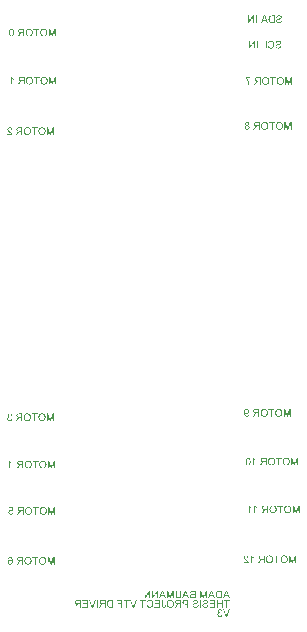
<source format=gbo>
G04*
G04 #@! TF.GenerationSoftware,Altium Limited,Altium Designer,20.1.12 (249)*
G04*
G04 Layer_Color=32896*
%FSLAX25Y25*%
%MOIN*%
G70*
G04*
G04 #@! TF.SameCoordinates,9E92894B-ADF9-450B-81D9-0332103B8D06*
G04*
G04*
G04 #@! TF.FilePolarity,Positive*
G04*
G01*
G75*
G36*
X7910Y169596D02*
X7972Y169590D01*
X8031Y169581D01*
X8085Y169568D01*
X8136Y169554D01*
X8183Y169537D01*
X8225Y169521D01*
X8265Y169505D01*
X8300Y169486D01*
X8331Y169470D01*
X8356Y169454D01*
X8378Y169439D01*
X8394Y169428D01*
X8407Y169417D01*
X8415Y169412D01*
X8416Y169410D01*
X8455Y169374D01*
X8487Y169334D01*
X8518Y169292D01*
X8544Y169248D01*
X8567Y169202D01*
X8587Y169157D01*
X8604Y169113D01*
X8618Y169070D01*
X8629Y169030D01*
X8638Y168991D01*
X8646Y168957D01*
X8651Y168928D01*
X8657Y168904D01*
X8658Y168886D01*
Y168878D01*
X8660Y168873D01*
Y168871D01*
Y168869D01*
X8342Y168837D01*
X8340Y168880D01*
X8336Y168920D01*
X8329Y168959D01*
X8322Y168995D01*
X8311Y169028D01*
X8300Y169057D01*
X8287Y169086D01*
X8274Y169110D01*
X8263Y169132D01*
X8251Y169151D01*
X8240Y169168D01*
X8229Y169182D01*
X8222Y169192D01*
X8214Y169201D01*
X8211Y169204D01*
X8209Y169206D01*
X8183Y169230D01*
X8154Y169250D01*
X8125Y169268D01*
X8096Y169284D01*
X8065Y169297D01*
X8036Y169308D01*
X8007Y169317D01*
X7980Y169324D01*
X7952Y169330D01*
X7929Y169334D01*
X7907Y169337D01*
X7887Y169339D01*
X7872Y169341D01*
X7850D01*
X7812Y169339D01*
X7776Y169335D01*
X7741Y169330D01*
X7708Y169321D01*
X7679Y169312D01*
X7650Y169301D01*
X7625Y169290D01*
X7601Y169277D01*
X7581Y169266D01*
X7563Y169253D01*
X7546Y169243D01*
X7534Y169233D01*
X7523Y169224D01*
X7515Y169219D01*
X7512Y169215D01*
X7510Y169213D01*
X7486Y169190D01*
X7466Y169164D01*
X7448Y169139D01*
X7434Y169112D01*
X7421Y169086D01*
X7410Y169061D01*
X7401Y169035D01*
X7394Y169011D01*
X7388Y168990D01*
X7384Y168970D01*
X7381Y168951D01*
X7379Y168935D01*
X7377Y168922D01*
Y168913D01*
Y168906D01*
Y168904D01*
X7379Y168871D01*
X7383Y168839D01*
X7390Y168806D01*
X7399Y168773D01*
X7423Y168709D01*
X7437Y168680D01*
X7450Y168653D01*
X7463Y168627D01*
X7477Y168604D01*
X7488Y168584D01*
X7499Y168565D01*
X7510Y168553D01*
X7517Y168542D01*
X7521Y168535D01*
X7523Y168533D01*
X7552Y168494D01*
X7588Y168453D01*
X7626Y168411D01*
X7670Y168367D01*
X7714Y168322D01*
X7761Y168278D01*
X7807Y168234D01*
X7854Y168192D01*
X7898Y168152D01*
X7940Y168116D01*
X7976Y168081D01*
X8010Y168054D01*
X8038Y168030D01*
X8049Y168021D01*
X8058Y168012D01*
X8065Y168007D01*
X8071Y168001D01*
X8074Y167999D01*
X8076Y167998D01*
X8123Y167958D01*
X8169Y167919D01*
X8211Y167883D01*
X8251Y167848D01*
X8287Y167814D01*
X8320Y167783D01*
X8349Y167754D01*
X8376Y167726D01*
X8402Y167703D01*
X8422Y167681D01*
X8440Y167663D01*
X8455Y167646D01*
X8466Y167634D01*
X8473Y167624D01*
X8478Y167619D01*
X8480Y167617D01*
X8529Y167555D01*
X8571Y167495D01*
X8606Y167439D01*
X8622Y167413D01*
X8635Y167388D01*
X8646Y167366D01*
X8657Y167346D01*
X8666Y167328D01*
X8671Y167312D01*
X8677Y167299D01*
X8680Y167290D01*
X8684Y167284D01*
Y167282D01*
X8697Y167244D01*
X8706Y167206D01*
X8711Y167169D01*
X8715Y167139D01*
X8717Y167110D01*
X8718Y167098D01*
Y167088D01*
Y167080D01*
Y167075D01*
Y167071D01*
Y167069D01*
X7055D01*
Y167366D01*
X8289D01*
X8269Y167397D01*
X8247Y167428D01*
X8225Y167455D01*
X8205Y167481D01*
X8187Y167501D01*
X8172Y167517D01*
X8163Y167528D01*
X8160Y167532D01*
X8143Y167550D01*
X8122Y167570D01*
X8098Y167592D01*
X8071Y167617D01*
X8041Y167643D01*
X8012Y167670D01*
X7950Y167723D01*
X7921Y167748D01*
X7894Y167772D01*
X7870Y167794D01*
X7847Y167812D01*
X7829Y167828D01*
X7816Y167839D01*
X7807Y167848D01*
X7803Y167850D01*
X7743Y167901D01*
X7687Y167950D01*
X7636Y167996D01*
X7588Y168038D01*
X7544Y168078D01*
X7506Y168114D01*
X7470Y168147D01*
X7439Y168176D01*
X7412Y168203D01*
X7390Y168227D01*
X7370Y168247D01*
X7353Y168263D01*
X7341Y168276D01*
X7333Y168285D01*
X7328Y168291D01*
X7326Y168292D01*
X7301Y168323D01*
X7275Y168352D01*
X7253Y168382D01*
X7233Y168409D01*
X7197Y168462D01*
X7182Y168485D01*
X7170Y168507D01*
X7157Y168527D01*
X7148Y168545D01*
X7139Y168562D01*
X7133Y168575D01*
X7128Y168586D01*
X7124Y168593D01*
X7120Y168598D01*
Y168600D01*
X7101Y168655D01*
X7084Y168707D01*
X7073Y168758D01*
X7066Y168804D01*
X7064Y168824D01*
X7062Y168842D01*
X7060Y168857D01*
X7059Y168871D01*
Y168882D01*
Y168889D01*
Y168895D01*
Y168897D01*
X7060Y168951D01*
X7068Y169004D01*
X7079Y169053D01*
X7091Y169100D01*
X7108Y169144D01*
X7126Y169186D01*
X7146Y169224D01*
X7164Y169259D01*
X7184Y169290D01*
X7204Y169317D01*
X7222Y169341D01*
X7239Y169359D01*
X7252Y169375D01*
X7262Y169386D01*
X7270Y169394D01*
X7271Y169395D01*
X7313Y169432D01*
X7357Y169463D01*
X7403Y169488D01*
X7450Y169512D01*
X7497Y169532D01*
X7546Y169548D01*
X7592Y169561D01*
X7637Y169572D01*
X7679Y169581D01*
X7719Y169587D01*
X7754Y169592D01*
X7785Y169594D01*
X7810Y169596D01*
X7829Y169597D01*
X7845D01*
X7910Y169596D01*
D02*
G37*
G36*
X22638Y167069D02*
X22316D01*
Y169213D01*
X21589Y167069D01*
X21287D01*
X20554Y169177D01*
Y167069D01*
X20232D01*
Y169588D01*
X20681D01*
X21285Y167836D01*
X21302Y167787D01*
X21318Y167741D01*
X21331Y167699D01*
X21346Y167659D01*
X21357Y167623D01*
X21367Y167590D01*
X21378Y167561D01*
X21387Y167534D01*
X21395Y167510D01*
X21402Y167490D01*
X21407Y167472D01*
X21411Y167457D01*
X21415Y167446D01*
X21418Y167439D01*
X21420Y167433D01*
Y167432D01*
X21428Y167457D01*
X21437Y167483D01*
X21446Y167512D01*
X21455Y167543D01*
X21475Y167604D01*
X21495Y167665D01*
X21504Y167694D01*
X21513Y167719D01*
X21520Y167743D01*
X21528Y167765D01*
X21533Y167781D01*
X21537Y167794D01*
X21539Y167801D01*
X21540Y167805D01*
X22137Y169588D01*
X22638D01*
Y167069D01*
D02*
G37*
G36*
X17149Y169292D02*
X16319D01*
Y167069D01*
X15986D01*
Y169292D01*
X15152D01*
Y169588D01*
X17149D01*
Y169292D01*
D02*
G37*
G36*
X12067Y167069D02*
X11734D01*
Y168189D01*
X11303D01*
X11265Y168187D01*
X11232Y168185D01*
X11206Y168183D01*
X11188Y168180D01*
X11174Y168178D01*
X11164Y168176D01*
X11163D01*
X11134Y168167D01*
X11106Y168158D01*
X11081Y168145D01*
X11059Y168134D01*
X11039Y168125D01*
X11024Y168116D01*
X11015Y168111D01*
X11012Y168109D01*
X10983Y168089D01*
X10953Y168063D01*
X10926Y168034D01*
X10899Y168007D01*
X10877Y167981D01*
X10859Y167959D01*
X10852Y167950D01*
X10846Y167945D01*
X10844Y167941D01*
X10842Y167939D01*
X10824Y167916D01*
X10804Y167890D01*
X10764Y167836D01*
X10724Y167777D01*
X10686Y167721D01*
X10669Y167695D01*
X10653Y167672D01*
X10639Y167650D01*
X10626Y167630D01*
X10617Y167615D01*
X10609Y167603D01*
X10604Y167595D01*
X10602Y167594D01*
X10269Y167069D01*
X9852D01*
X10287Y167754D01*
X10336Y167826D01*
X10362Y167859D01*
X10386Y167892D01*
X10409Y167921D01*
X10433Y167948D01*
X10455Y167974D01*
X10475Y167998D01*
X10493Y168019D01*
X10511Y168038D01*
X10526Y168052D01*
X10538Y168067D01*
X10549Y168076D01*
X10557Y168085D01*
X10562Y168089D01*
X10564Y168090D01*
X10593Y168114D01*
X10624Y168136D01*
X10657Y168158D01*
X10689Y168176D01*
X10719Y168192D01*
X10731Y168200D01*
X10742Y168205D01*
X10751Y168211D01*
X10759Y168212D01*
X10762Y168216D01*
X10764D01*
X10699Y168227D01*
X10637Y168240D01*
X10580Y168256D01*
X10527Y168272D01*
X10480Y168292D01*
X10435Y168311D01*
X10396Y168331D01*
X10360Y168351D01*
X10329Y168371D01*
X10304Y168389D01*
X10280Y168405D01*
X10262Y168420D01*
X10247Y168433D01*
X10236Y168442D01*
X10231Y168447D01*
X10229Y168449D01*
X10198Y168484D01*
X10171Y168522D01*
X10147Y168558D01*
X10127Y168596D01*
X10111Y168635D01*
X10096Y168673D01*
X10085Y168709D01*
X10076Y168744D01*
X10069Y168777D01*
X10063Y168806D01*
X10060Y168833D01*
X10056Y168855D01*
Y168875D01*
X10054Y168889D01*
Y168897D01*
Y168900D01*
X10056Y168939D01*
X10058Y168977D01*
X10063Y169013D01*
X10071Y169048D01*
X10078Y169080D01*
X10087Y169112D01*
X10098Y169141D01*
X10107Y169168D01*
X10116Y169192D01*
X10127Y169213D01*
X10136Y169233D01*
X10143Y169250D01*
X10151Y169263D01*
X10154Y169272D01*
X10158Y169277D01*
X10160Y169279D01*
X10180Y169310D01*
X10202Y169339D01*
X10225Y169364D01*
X10247Y169390D01*
X10271Y169412D01*
X10295Y169432D01*
X10318Y169448D01*
X10340Y169465D01*
X10360Y169477D01*
X10380Y169488D01*
X10396Y169499D01*
X10411Y169506D01*
X10424Y169512D01*
X10433Y169516D01*
X10438Y169519D01*
X10440D01*
X10475Y169532D01*
X10513Y169543D01*
X10553Y169552D01*
X10593Y169559D01*
X10679Y169572D01*
X10720Y169576D01*
X10761Y169579D01*
X10801Y169583D01*
X10835Y169585D01*
X10868Y169587D01*
X10897D01*
X10919Y169588D01*
X12067D01*
Y167069D01*
D02*
G37*
G36*
X18643Y169630D02*
X18690Y169628D01*
X18737Y169623D01*
X18783Y169617D01*
X18870Y169599D01*
X18954Y169577D01*
X19031Y169550D01*
X19102Y169519D01*
X19167Y169488D01*
X19227Y169455D01*
X19280Y169421D01*
X19327Y169390D01*
X19367Y169359D01*
X19400Y169334D01*
X19427Y169310D01*
X19438Y169301D01*
X19445Y169292D01*
X19453Y169286D01*
X19458Y169281D01*
X19460Y169279D01*
X19462Y169277D01*
X19493Y169243D01*
X19522Y169208D01*
X19547Y169172D01*
X19573Y169133D01*
X19618Y169055D01*
X19657Y168975D01*
X19689Y168893D01*
X19717Y168811D01*
X19738Y168731D01*
X19757Y168653D01*
X19770Y168580D01*
X19780Y168513D01*
X19784Y168482D01*
X19788Y168453D01*
X19791Y168425D01*
X19793Y168400D01*
X19795Y168376D01*
X19797Y168356D01*
Y168338D01*
X19799Y168323D01*
Y168313D01*
Y168303D01*
Y168298D01*
Y168296D01*
X19797Y168234D01*
X19793Y168174D01*
X19786Y168116D01*
X19777Y168058D01*
X19766Y168003D01*
X19753Y167952D01*
X19740Y167903D01*
X19726Y167858D01*
X19713Y167816D01*
X19700Y167779D01*
X19688Y167746D01*
X19677Y167719D01*
X19668Y167695D01*
X19660Y167679D01*
X19657Y167670D01*
X19655Y167666D01*
X19626Y167612D01*
X19595Y167561D01*
X19562Y167514D01*
X19527Y167468D01*
X19493Y167426D01*
X19458Y167388D01*
X19422Y167353D01*
X19389Y167321D01*
X19356Y167293D01*
X19327Y167268D01*
X19300Y167248D01*
X19276Y167230D01*
X19258Y167217D01*
X19243Y167206D01*
X19234Y167201D01*
X19231Y167199D01*
X19178Y167168D01*
X19123Y167142D01*
X19067Y167119D01*
X19012Y167100D01*
X18960Y167084D01*
X18907Y167069D01*
X18856Y167059D01*
X18807Y167049D01*
X18763Y167042D01*
X18721Y167037D01*
X18685Y167033D01*
X18654Y167031D01*
X18628Y167029D01*
X18610Y167028D01*
X18594D01*
X18534Y167029D01*
X18474Y167035D01*
X18415Y167042D01*
X18361Y167051D01*
X18306Y167064D01*
X18257Y167077D01*
X18210Y167091D01*
X18164Y167106D01*
X18124Y167119D01*
X18090Y167133D01*
X18059Y167146D01*
X18031Y167159D01*
X18011Y167168D01*
X17995Y167175D01*
X17986Y167180D01*
X17982Y167182D01*
X17931Y167213D01*
X17882Y167246D01*
X17837Y167282D01*
X17793Y167319D01*
X17755Y167357D01*
X17718Y167395D01*
X17686Y167432D01*
X17657Y167468D01*
X17631Y167503D01*
X17607Y167535D01*
X17587Y167564D01*
X17573Y167590D01*
X17560Y167610D01*
X17551Y167626D01*
X17545Y167635D01*
X17544Y167639D01*
X17516Y167697D01*
X17493Y167756D01*
X17473Y167814D01*
X17454Y167874D01*
X17440Y167932D01*
X17427Y167989D01*
X17416Y168043D01*
X17409Y168096D01*
X17402Y168143D01*
X17396Y168189D01*
X17394Y168227D01*
X17391Y168260D01*
Y168287D01*
X17389Y168300D01*
Y168309D01*
Y168316D01*
Y168322D01*
Y168323D01*
Y168325D01*
X17391Y168394D01*
X17394Y168462D01*
X17402Y168527D01*
X17413Y168589D01*
X17424Y168649D01*
X17436Y168704D01*
X17449Y168757D01*
X17462Y168804D01*
X17476Y168848D01*
X17489Y168886D01*
X17502Y168920D01*
X17513Y168948D01*
X17522Y168971D01*
X17529Y168988D01*
X17535Y168997D01*
X17536Y169000D01*
X17566Y169055D01*
X17596Y169106D01*
X17631Y169153D01*
X17666Y169199D01*
X17700Y169241D01*
X17737Y169279D01*
X17771Y169314D01*
X17806Y169344D01*
X17839Y169372D01*
X17868Y169397D01*
X17895Y169417D01*
X17919Y169434D01*
X17937Y169448D01*
X17951Y169457D01*
X17960Y169463D01*
X17964Y169465D01*
X18017Y169494D01*
X18071Y169519D01*
X18126Y169543D01*
X18181Y169561D01*
X18233Y169577D01*
X18286Y169592D01*
X18337Y169603D01*
X18384Y169612D01*
X18428Y169617D01*
X18468Y169623D01*
X18505Y169626D01*
X18535Y169630D01*
X18559D01*
X18577Y169632D01*
X18594D01*
X18643Y169630D01*
D02*
G37*
G36*
X13756D02*
X13803Y169628D01*
X13851Y169623D01*
X13896Y169617D01*
X13984Y169599D01*
X14067Y169577D01*
X14144Y169550D01*
X14215Y169519D01*
X14280Y169488D01*
X14340Y169455D01*
X14393Y169421D01*
X14441Y169390D01*
X14481Y169359D01*
X14513Y169334D01*
X14541Y169310D01*
X14551Y169301D01*
X14559Y169292D01*
X14566Y169286D01*
X14572Y169281D01*
X14573Y169279D01*
X14575Y169277D01*
X14606Y169243D01*
X14635Y169208D01*
X14661Y169172D01*
X14686Y169133D01*
X14732Y169055D01*
X14770Y168975D01*
X14803Y168893D01*
X14830Y168811D01*
X14852Y168731D01*
X14870Y168653D01*
X14883Y168580D01*
X14894Y168513D01*
X14897Y168482D01*
X14901Y168453D01*
X14905Y168425D01*
X14906Y168400D01*
X14908Y168376D01*
X14910Y168356D01*
Y168338D01*
X14912Y168323D01*
Y168313D01*
Y168303D01*
Y168298D01*
Y168296D01*
X14910Y168234D01*
X14906Y168174D01*
X14899Y168116D01*
X14890Y168058D01*
X14879Y168003D01*
X14866Y167952D01*
X14854Y167903D01*
X14839Y167858D01*
X14826Y167816D01*
X14814Y167779D01*
X14801Y167746D01*
X14790Y167719D01*
X14781Y167695D01*
X14774Y167679D01*
X14770Y167670D01*
X14768Y167666D01*
X14739Y167612D01*
X14708Y167561D01*
X14675Y167514D01*
X14641Y167468D01*
X14606Y167426D01*
X14572Y167388D01*
X14535Y167353D01*
X14502Y167321D01*
X14470Y167293D01*
X14441Y167268D01*
X14413Y167248D01*
X14390Y167230D01*
X14371Y167217D01*
X14357Y167206D01*
X14348Y167201D01*
X14344Y167199D01*
X14291Y167168D01*
X14237Y167142D01*
X14180Y167119D01*
X14126Y167100D01*
X14073Y167084D01*
X14020Y167069D01*
X13969Y167059D01*
X13920Y167049D01*
X13876Y167042D01*
X13835Y167037D01*
X13798Y167033D01*
X13767Y167031D01*
X13742Y167029D01*
X13723Y167028D01*
X13707D01*
X13647Y167029D01*
X13587Y167035D01*
X13529Y167042D01*
X13474Y167051D01*
X13419Y167064D01*
X13370Y167077D01*
X13323Y167091D01*
X13277Y167106D01*
X13238Y167119D01*
X13203Y167133D01*
X13172Y167146D01*
X13145Y167159D01*
X13125Y167168D01*
X13108Y167175D01*
X13099Y167180D01*
X13095Y167182D01*
X13045Y167213D01*
X12995Y167246D01*
X12950Y167282D01*
X12906Y167319D01*
X12868Y167357D01*
X12832Y167395D01*
X12799Y167432D01*
X12770Y167468D01*
X12744Y167503D01*
X12721Y167535D01*
X12701Y167564D01*
X12686Y167590D01*
X12673Y167610D01*
X12664Y167626D01*
X12659Y167635D01*
X12657Y167639D01*
X12630Y167697D01*
X12606Y167756D01*
X12586Y167814D01*
X12568Y167874D01*
X12553Y167932D01*
X12540Y167989D01*
X12529Y168043D01*
X12522Y168096D01*
X12515Y168143D01*
X12509Y168189D01*
X12508Y168227D01*
X12504Y168260D01*
Y168287D01*
X12502Y168300D01*
Y168309D01*
Y168316D01*
Y168322D01*
Y168323D01*
Y168325D01*
X12504Y168394D01*
X12508Y168462D01*
X12515Y168527D01*
X12526Y168589D01*
X12537Y168649D01*
X12550Y168704D01*
X12562Y168757D01*
X12575Y168804D01*
X12590Y168848D01*
X12602Y168886D01*
X12615Y168920D01*
X12626Y168948D01*
X12635Y168971D01*
X12642Y168988D01*
X12648Y168997D01*
X12650Y169000D01*
X12679Y169055D01*
X12710Y169106D01*
X12744Y169153D01*
X12779Y169199D01*
X12813Y169241D01*
X12850Y169279D01*
X12884Y169314D01*
X12919Y169344D01*
X12952Y169372D01*
X12981Y169397D01*
X13008Y169417D01*
X13032Y169434D01*
X13050Y169448D01*
X13065Y169457D01*
X13074Y169463D01*
X13077Y169465D01*
X13130Y169494D01*
X13185Y169519D01*
X13239Y169543D01*
X13294Y169561D01*
X13347Y169577D01*
X13399Y169592D01*
X13450Y169603D01*
X13498Y169612D01*
X13541Y169617D01*
X13581Y169623D01*
X13618Y169626D01*
X13649Y169630D01*
X13672D01*
X13691Y169632D01*
X13707D01*
X13756Y169630D01*
D02*
G37*
G36*
X7945Y74225D02*
X7998Y74220D01*
X8049Y74211D01*
X8096Y74200D01*
X8140Y74187D01*
X8180Y74172D01*
X8218Y74158D01*
X8252Y74142D01*
X8283Y74125D01*
X8311Y74111D01*
X8334Y74096D01*
X8354Y74083D01*
X8371Y74072D01*
X8382Y74063D01*
X8389Y74058D01*
X8391Y74056D01*
X8427Y74023D01*
X8460Y73987D01*
X8489Y73949D01*
X8515Y73909D01*
X8538Y73869D01*
X8560Y73828D01*
X8578Y73788D01*
X8595Y73750D01*
X8607Y73714D01*
X8618Y73681D01*
X8627Y73652D01*
X8635Y73625D01*
X8640Y73603D01*
X8644Y73588D01*
X8647Y73577D01*
Y73576D01*
Y73574D01*
X8338Y73519D01*
X8331Y73561D01*
X8322Y73599D01*
X8313Y73634D01*
X8300Y73667D01*
X8289Y73697D01*
X8274Y73725D01*
X8262Y73750D01*
X8249Y73774D01*
X8236Y73792D01*
X8225Y73810D01*
X8214Y73825D01*
X8205Y73836D01*
X8196Y73845D01*
X8191Y73852D01*
X8187Y73856D01*
X8185Y73858D01*
X8162Y73878D01*
X8138Y73896D01*
X8112Y73910D01*
X8087Y73923D01*
X8061Y73936D01*
X8038Y73945D01*
X7990Y73958D01*
X7969Y73963D01*
X7949Y73967D01*
X7930Y73969D01*
X7914Y73970D01*
X7903Y73972D01*
X7885D01*
X7852Y73970D01*
X7819Y73967D01*
X7790Y73961D01*
X7761Y73954D01*
X7736Y73947D01*
X7710Y73936D01*
X7688Y73927D01*
X7668Y73916D01*
X7650Y73905D01*
X7634Y73896D01*
X7621Y73885D01*
X7608Y73878D01*
X7599Y73870D01*
X7594Y73865D01*
X7590Y73861D01*
X7588Y73859D01*
X7568Y73838D01*
X7550Y73816D01*
X7534Y73792D01*
X7521Y73768D01*
X7510Y73745D01*
X7501Y73721D01*
X7486Y73677D01*
X7481Y73657D01*
X7477Y73639D01*
X7475Y73621D01*
X7474Y73608D01*
X7472Y73595D01*
Y73586D01*
Y73581D01*
Y73579D01*
X7474Y73541D01*
X7479Y73505D01*
X7486Y73470D01*
X7497Y73439D01*
X7508Y73410D01*
X7521Y73384D01*
X7535Y73361D01*
X7550Y73339D01*
X7566Y73321D01*
X7579Y73304D01*
X7594Y73291D01*
X7605Y73281D01*
X7615Y73272D01*
X7623Y73266D01*
X7628Y73262D01*
X7630Y73261D01*
X7659Y73242D01*
X7690Y73228D01*
X7721Y73213D01*
X7752Y73202D01*
X7812Y73184D01*
X7839Y73177D01*
X7867Y73171D01*
X7892Y73168D01*
X7914Y73164D01*
X7934Y73162D01*
X7952Y73160D01*
X7965Y73159D01*
X7999D01*
X8016Y73160D01*
X8023D01*
X8029Y73162D01*
X8034D01*
X8069Y72891D01*
X8021Y72902D01*
X7980Y72909D01*
X7943Y72917D01*
X7910Y72920D01*
X7885Y72922D01*
X7867Y72924D01*
X7850D01*
X7810Y72922D01*
X7774Y72918D01*
X7738Y72911D01*
X7705Y72902D01*
X7674Y72891D01*
X7645Y72880D01*
X7617Y72868D01*
X7594Y72855D01*
X7572Y72842D01*
X7552Y72829D01*
X7535Y72818D01*
X7523Y72807D01*
X7512Y72798D01*
X7503Y72791D01*
X7499Y72787D01*
X7497Y72786D01*
X7472Y72758D01*
X7452Y72731D01*
X7432Y72702D01*
X7415Y72673D01*
X7403Y72644D01*
X7392Y72615D01*
X7383Y72585D01*
X7375Y72558D01*
X7368Y72533D01*
X7364Y72509D01*
X7361Y72487D01*
X7359Y72471D01*
X7357Y72454D01*
Y72443D01*
Y72436D01*
Y72434D01*
X7359Y72394D01*
X7364Y72354D01*
X7372Y72318D01*
X7381Y72283D01*
X7392Y72249D01*
X7404Y72220D01*
X7419Y72190D01*
X7432Y72165D01*
X7446Y72141D01*
X7461Y72121D01*
X7474Y72103D01*
X7485Y72088D01*
X7494Y72076D01*
X7501Y72069D01*
X7506Y72063D01*
X7508Y72061D01*
X7537Y72034D01*
X7566Y72012D01*
X7597Y71992D01*
X7628Y71974D01*
X7659Y71959D01*
X7690Y71947D01*
X7721Y71938D01*
X7748Y71928D01*
X7776Y71923D01*
X7799Y71917D01*
X7821Y71916D01*
X7841Y71912D01*
X7856D01*
X7869Y71910D01*
X7878D01*
X7912Y71912D01*
X7943Y71916D01*
X7974Y71921D01*
X8003Y71928D01*
X8031Y71938D01*
X8056Y71947D01*
X8080Y71957D01*
X8101Y71968D01*
X8122Y71978D01*
X8138Y71988D01*
X8154Y71997D01*
X8165Y72007D01*
X8176Y72014D01*
X8183Y72019D01*
X8187Y72023D01*
X8189Y72025D01*
X8213Y72048D01*
X8232Y72074D01*
X8252Y72103D01*
X8271Y72134D01*
X8302Y72196D01*
X8327Y72260D01*
X8336Y72289D01*
X8345Y72316D01*
X8353Y72340D01*
X8358Y72361D01*
X8364Y72380D01*
X8367Y72394D01*
X8369Y72402D01*
Y72405D01*
X8678Y72363D01*
X8671Y72305D01*
X8660Y72250D01*
X8644Y72199D01*
X8627Y72150D01*
X8607Y72105D01*
X8587Y72063D01*
X8566Y72023D01*
X8544Y71988D01*
X8522Y71957D01*
X8502Y71930D01*
X8482Y71907D01*
X8466Y71886D01*
X8451Y71870D01*
X8440Y71859D01*
X8433Y71852D01*
X8431Y71850D01*
X8389Y71816D01*
X8343Y71785D01*
X8298Y71759D01*
X8252Y71737D01*
X8205Y71717D01*
X8160Y71701D01*
X8114Y71688D01*
X8072Y71679D01*
X8032Y71670D01*
X7996Y71665D01*
X7963Y71659D01*
X7934Y71657D01*
X7912Y71655D01*
X7894Y71653D01*
X7879D01*
X7812Y71655D01*
X7748Y71663D01*
X7687Y71675D01*
X7630Y71690D01*
X7576Y71706D01*
X7526Y71726D01*
X7479Y71746D01*
X7437Y71768D01*
X7401Y71790D01*
X7366Y71810D01*
X7339Y71830D01*
X7315Y71846D01*
X7295Y71861D01*
X7282Y71874D01*
X7275Y71881D01*
X7271Y71883D01*
X7230Y71926D01*
X7192Y71972D01*
X7159Y72019D01*
X7131Y72067D01*
X7108Y72114D01*
X7088Y72161D01*
X7073Y72205D01*
X7060Y72249D01*
X7050Y72289D01*
X7042Y72325D01*
X7037Y72358D01*
X7033Y72387D01*
X7031Y72409D01*
X7029Y72427D01*
Y72438D01*
Y72442D01*
X7031Y72487D01*
X7035Y72529D01*
X7040Y72569D01*
X7050Y72607D01*
X7059Y72644D01*
X7068Y72676D01*
X7080Y72707D01*
X7091Y72736D01*
X7102Y72762D01*
X7113Y72784D01*
X7124Y72802D01*
X7133Y72818D01*
X7142Y72831D01*
X7148Y72840D01*
X7151Y72846D01*
X7153Y72847D01*
X7177Y72877D01*
X7204Y72904D01*
X7231Y72927D01*
X7259Y72949D01*
X7288Y72969D01*
X7317Y72986D01*
X7346Y73002D01*
X7373Y73015D01*
X7399Y73028D01*
X7423Y73037D01*
X7444Y73046D01*
X7464Y73051D01*
X7479Y73057D01*
X7492Y73060D01*
X7499Y73062D01*
X7501D01*
X7470Y73077D01*
X7441Y73093D01*
X7413Y73111D01*
X7388Y73128D01*
X7364Y73146D01*
X7344Y73164D01*
X7324Y73181D01*
X7308Y73197D01*
X7292Y73213D01*
X7279Y73228D01*
X7268Y73241D01*
X7259Y73251D01*
X7252Y73261D01*
X7246Y73268D01*
X7244Y73272D01*
X7242Y73273D01*
X7226Y73299D01*
X7213Y73324D01*
X7201Y73352D01*
X7192Y73377D01*
X7175Y73426D01*
X7164Y73474D01*
X7160Y73494D01*
X7159Y73514D01*
X7155Y73530D01*
Y73545D01*
X7153Y73555D01*
Y73564D01*
Y73570D01*
Y73572D01*
X7155Y73605D01*
X7157Y73636D01*
X7168Y73696D01*
X7182Y73750D01*
X7192Y73774D01*
X7199Y73798D01*
X7208Y73819D01*
X7217Y73838D01*
X7224Y73856D01*
X7231Y73869D01*
X7237Y73881D01*
X7242Y73888D01*
X7244Y73894D01*
X7246Y73896D01*
X7264Y73923D01*
X7284Y73950D01*
X7326Y73998D01*
X7370Y74040D01*
X7413Y74074D01*
X7434Y74089D01*
X7452Y74101D01*
X7468Y74112D01*
X7483Y74121D01*
X7495Y74129D01*
X7504Y74134D01*
X7510Y74136D01*
X7512Y74138D01*
X7544Y74154D01*
X7577Y74167D01*
X7610Y74180D01*
X7645Y74189D01*
X7708Y74205D01*
X7738Y74211D01*
X7767Y74216D01*
X7792Y74220D01*
X7816Y74222D01*
X7838Y74225D01*
X7856D01*
X7870Y74227D01*
X7890D01*
X7945Y74225D01*
D02*
G37*
G36*
X22638Y71699D02*
X22316D01*
Y73843D01*
X21589Y71699D01*
X21287D01*
X20554Y73807D01*
Y71699D01*
X20232D01*
Y74218D01*
X20681D01*
X21285Y72465D01*
X21302Y72416D01*
X21318Y72371D01*
X21331Y72329D01*
X21346Y72289D01*
X21357Y72252D01*
X21367Y72220D01*
X21378Y72190D01*
X21387Y72163D01*
X21395Y72140D01*
X21402Y72119D01*
X21407Y72101D01*
X21411Y72087D01*
X21415Y72076D01*
X21418Y72069D01*
X21420Y72063D01*
Y72061D01*
X21428Y72087D01*
X21437Y72112D01*
X21446Y72141D01*
X21455Y72172D01*
X21475Y72234D01*
X21495Y72294D01*
X21504Y72323D01*
X21513Y72349D01*
X21520Y72372D01*
X21528Y72394D01*
X21533Y72411D01*
X21537Y72423D01*
X21539Y72431D01*
X21540Y72434D01*
X22137Y74218D01*
X22638D01*
Y71699D01*
D02*
G37*
G36*
X17149Y73921D02*
X16319D01*
Y71699D01*
X15986D01*
Y73921D01*
X15152D01*
Y74218D01*
X17149D01*
Y73921D01*
D02*
G37*
G36*
X12067Y71699D02*
X11734D01*
Y72818D01*
X11303D01*
X11265Y72816D01*
X11232Y72815D01*
X11206Y72813D01*
X11188Y72809D01*
X11174Y72807D01*
X11164Y72806D01*
X11163D01*
X11134Y72796D01*
X11106Y72787D01*
X11081Y72775D01*
X11059Y72764D01*
X11039Y72755D01*
X11024Y72746D01*
X11015Y72740D01*
X11012Y72738D01*
X10983Y72718D01*
X10953Y72693D01*
X10926Y72664D01*
X10899Y72636D01*
X10877Y72611D01*
X10859Y72589D01*
X10852Y72580D01*
X10846Y72575D01*
X10844Y72571D01*
X10842Y72569D01*
X10824Y72545D01*
X10804Y72520D01*
X10764Y72465D01*
X10724Y72407D01*
X10686Y72351D01*
X10669Y72325D01*
X10653Y72302D01*
X10639Y72280D01*
X10626Y72260D01*
X10617Y72245D01*
X10609Y72232D01*
X10604Y72225D01*
X10602Y72223D01*
X10269Y71699D01*
X9852D01*
X10287Y72383D01*
X10336Y72456D01*
X10362Y72489D01*
X10386Y72522D01*
X10409Y72551D01*
X10433Y72578D01*
X10455Y72604D01*
X10475Y72627D01*
X10493Y72649D01*
X10511Y72667D01*
X10526Y72682D01*
X10538Y72696D01*
X10549Y72706D01*
X10557Y72715D01*
X10562Y72718D01*
X10564Y72720D01*
X10593Y72744D01*
X10624Y72766D01*
X10657Y72787D01*
X10689Y72806D01*
X10719Y72822D01*
X10731Y72829D01*
X10742Y72835D01*
X10751Y72840D01*
X10759Y72842D01*
X10762Y72846D01*
X10764D01*
X10699Y72857D01*
X10637Y72869D01*
X10580Y72886D01*
X10527Y72902D01*
X10480Y72922D01*
X10435Y72940D01*
X10396Y72960D01*
X10360Y72980D01*
X10329Y73000D01*
X10304Y73018D01*
X10280Y73035D01*
X10262Y73049D01*
X10247Y73062D01*
X10236Y73071D01*
X10231Y73077D01*
X10229Y73079D01*
X10198Y73113D01*
X10171Y73151D01*
X10147Y73188D01*
X10127Y73226D01*
X10111Y73264D01*
X10096Y73303D01*
X10085Y73339D01*
X10076Y73373D01*
X10069Y73406D01*
X10063Y73435D01*
X10060Y73463D01*
X10056Y73484D01*
Y73505D01*
X10054Y73519D01*
Y73526D01*
Y73530D01*
X10056Y73568D01*
X10058Y73606D01*
X10063Y73643D01*
X10071Y73677D01*
X10078Y73710D01*
X10087Y73741D01*
X10098Y73770D01*
X10107Y73798D01*
X10116Y73821D01*
X10127Y73843D01*
X10136Y73863D01*
X10143Y73879D01*
X10151Y73892D01*
X10154Y73901D01*
X10158Y73907D01*
X10160Y73909D01*
X10180Y73940D01*
X10202Y73969D01*
X10225Y73994D01*
X10247Y74019D01*
X10271Y74041D01*
X10295Y74061D01*
X10318Y74078D01*
X10340Y74094D01*
X10360Y74107D01*
X10380Y74118D01*
X10396Y74129D01*
X10411Y74136D01*
X10424Y74142D01*
X10433Y74145D01*
X10438Y74149D01*
X10440D01*
X10475Y74161D01*
X10513Y74172D01*
X10553Y74181D01*
X10593Y74189D01*
X10679Y74202D01*
X10720Y74205D01*
X10761Y74209D01*
X10801Y74212D01*
X10835Y74214D01*
X10868Y74216D01*
X10897D01*
X10919Y74218D01*
X12067D01*
Y71699D01*
D02*
G37*
G36*
X18643Y74260D02*
X18690Y74258D01*
X18737Y74252D01*
X18783Y74247D01*
X18870Y74229D01*
X18954Y74207D01*
X19031Y74180D01*
X19102Y74149D01*
X19167Y74118D01*
X19227Y74085D01*
X19280Y74050D01*
X19327Y74019D01*
X19367Y73989D01*
X19400Y73963D01*
X19427Y73940D01*
X19438Y73930D01*
X19445Y73921D01*
X19453Y73916D01*
X19458Y73910D01*
X19460Y73909D01*
X19462Y73907D01*
X19493Y73872D01*
X19522Y73838D01*
X19547Y73801D01*
X19573Y73763D01*
X19618Y73685D01*
X19657Y73605D01*
X19689Y73523D01*
X19717Y73441D01*
X19738Y73361D01*
X19757Y73282D01*
X19770Y73210D01*
X19780Y73142D01*
X19784Y73111D01*
X19788Y73082D01*
X19791Y73055D01*
X19793Y73030D01*
X19795Y73006D01*
X19797Y72986D01*
Y72968D01*
X19799Y72953D01*
Y72942D01*
Y72933D01*
Y72927D01*
Y72926D01*
X19797Y72864D01*
X19793Y72804D01*
X19786Y72746D01*
X19777Y72687D01*
X19766Y72633D01*
X19753Y72582D01*
X19740Y72533D01*
X19726Y72487D01*
X19713Y72445D01*
X19700Y72409D01*
X19688Y72376D01*
X19677Y72349D01*
X19668Y72325D01*
X19660Y72309D01*
X19657Y72300D01*
X19655Y72296D01*
X19626Y72241D01*
X19595Y72190D01*
X19562Y72143D01*
X19527Y72098D01*
X19493Y72056D01*
X19458Y72018D01*
X19422Y71983D01*
X19389Y71950D01*
X19356Y71923D01*
X19327Y71897D01*
X19300Y71877D01*
X19276Y71859D01*
X19258Y71846D01*
X19243Y71836D01*
X19234Y71830D01*
X19231Y71828D01*
X19178Y71797D01*
X19123Y71772D01*
X19067Y71748D01*
X19012Y71730D01*
X18960Y71714D01*
X18907Y71699D01*
X18856Y71688D01*
X18807Y71679D01*
X18763Y71672D01*
X18721Y71666D01*
X18685Y71663D01*
X18654Y71661D01*
X18628Y71659D01*
X18610Y71657D01*
X18594D01*
X18534Y71659D01*
X18474Y71665D01*
X18415Y71672D01*
X18361Y71681D01*
X18306Y71694D01*
X18257Y71706D01*
X18210Y71721D01*
X18164Y71735D01*
X18124Y71748D01*
X18090Y71763D01*
X18059Y71776D01*
X18031Y71788D01*
X18011Y71797D01*
X17995Y71805D01*
X17986Y71810D01*
X17982Y71812D01*
X17931Y71843D01*
X17882Y71876D01*
X17837Y71912D01*
X17793Y71948D01*
X17755Y71987D01*
X17718Y72025D01*
X17686Y72061D01*
X17657Y72098D01*
X17631Y72132D01*
X17607Y72165D01*
X17587Y72194D01*
X17573Y72220D01*
X17560Y72240D01*
X17551Y72256D01*
X17545Y72265D01*
X17544Y72269D01*
X17516Y72327D01*
X17493Y72385D01*
X17473Y72443D01*
X17454Y72504D01*
X17440Y72562D01*
X17427Y72618D01*
X17416Y72673D01*
X17409Y72725D01*
X17402Y72773D01*
X17396Y72818D01*
X17394Y72857D01*
X17391Y72889D01*
Y72917D01*
X17389Y72929D01*
Y72939D01*
Y72946D01*
Y72951D01*
Y72953D01*
Y72955D01*
X17391Y73024D01*
X17394Y73091D01*
X17402Y73157D01*
X17413Y73219D01*
X17424Y73279D01*
X17436Y73333D01*
X17449Y73386D01*
X17462Y73434D01*
X17476Y73477D01*
X17489Y73515D01*
X17502Y73550D01*
X17513Y73577D01*
X17522Y73601D01*
X17529Y73617D01*
X17535Y73626D01*
X17536Y73630D01*
X17566Y73685D01*
X17596Y73736D01*
X17631Y73783D01*
X17666Y73828D01*
X17700Y73870D01*
X17737Y73909D01*
X17771Y73943D01*
X17806Y73974D01*
X17839Y74001D01*
X17868Y74027D01*
X17895Y74047D01*
X17919Y74063D01*
X17937Y74078D01*
X17951Y74087D01*
X17960Y74092D01*
X17964Y74094D01*
X18017Y74123D01*
X18071Y74149D01*
X18126Y74172D01*
X18181Y74191D01*
X18233Y74207D01*
X18286Y74222D01*
X18337Y74233D01*
X18384Y74242D01*
X18428Y74247D01*
X18468Y74252D01*
X18505Y74256D01*
X18535Y74260D01*
X18559D01*
X18577Y74262D01*
X18594D01*
X18643Y74260D01*
D02*
G37*
G36*
X13756D02*
X13803Y74258D01*
X13851Y74252D01*
X13896Y74247D01*
X13984Y74229D01*
X14067Y74207D01*
X14144Y74180D01*
X14215Y74149D01*
X14280Y74118D01*
X14340Y74085D01*
X14393Y74050D01*
X14441Y74019D01*
X14481Y73989D01*
X14513Y73963D01*
X14541Y73940D01*
X14551Y73930D01*
X14559Y73921D01*
X14566Y73916D01*
X14572Y73910D01*
X14573Y73909D01*
X14575Y73907D01*
X14606Y73872D01*
X14635Y73838D01*
X14661Y73801D01*
X14686Y73763D01*
X14732Y73685D01*
X14770Y73605D01*
X14803Y73523D01*
X14830Y73441D01*
X14852Y73361D01*
X14870Y73282D01*
X14883Y73210D01*
X14894Y73142D01*
X14897Y73111D01*
X14901Y73082D01*
X14905Y73055D01*
X14906Y73030D01*
X14908Y73006D01*
X14910Y72986D01*
Y72968D01*
X14912Y72953D01*
Y72942D01*
Y72933D01*
Y72927D01*
Y72926D01*
X14910Y72864D01*
X14906Y72804D01*
X14899Y72746D01*
X14890Y72687D01*
X14879Y72633D01*
X14866Y72582D01*
X14854Y72533D01*
X14839Y72487D01*
X14826Y72445D01*
X14814Y72409D01*
X14801Y72376D01*
X14790Y72349D01*
X14781Y72325D01*
X14774Y72309D01*
X14770Y72300D01*
X14768Y72296D01*
X14739Y72241D01*
X14708Y72190D01*
X14675Y72143D01*
X14641Y72098D01*
X14606Y72056D01*
X14572Y72018D01*
X14535Y71983D01*
X14502Y71950D01*
X14470Y71923D01*
X14441Y71897D01*
X14413Y71877D01*
X14390Y71859D01*
X14371Y71846D01*
X14357Y71836D01*
X14348Y71830D01*
X14344Y71828D01*
X14291Y71797D01*
X14237Y71772D01*
X14180Y71748D01*
X14126Y71730D01*
X14073Y71714D01*
X14020Y71699D01*
X13969Y71688D01*
X13920Y71679D01*
X13876Y71672D01*
X13835Y71666D01*
X13798Y71663D01*
X13767Y71661D01*
X13742Y71659D01*
X13723Y71657D01*
X13707D01*
X13647Y71659D01*
X13587Y71665D01*
X13529Y71672D01*
X13474Y71681D01*
X13419Y71694D01*
X13370Y71706D01*
X13323Y71721D01*
X13277Y71735D01*
X13238Y71748D01*
X13203Y71763D01*
X13172Y71776D01*
X13145Y71788D01*
X13125Y71797D01*
X13108Y71805D01*
X13099Y71810D01*
X13095Y71812D01*
X13045Y71843D01*
X12995Y71876D01*
X12950Y71912D01*
X12906Y71948D01*
X12868Y71987D01*
X12832Y72025D01*
X12799Y72061D01*
X12770Y72098D01*
X12744Y72132D01*
X12721Y72165D01*
X12701Y72194D01*
X12686Y72220D01*
X12673Y72240D01*
X12664Y72256D01*
X12659Y72265D01*
X12657Y72269D01*
X12630Y72327D01*
X12606Y72385D01*
X12586Y72443D01*
X12568Y72504D01*
X12553Y72562D01*
X12540Y72618D01*
X12529Y72673D01*
X12522Y72725D01*
X12515Y72773D01*
X12509Y72818D01*
X12508Y72857D01*
X12504Y72889D01*
Y72917D01*
X12502Y72929D01*
Y72939D01*
Y72946D01*
Y72951D01*
Y72953D01*
Y72955D01*
X12504Y73024D01*
X12508Y73091D01*
X12515Y73157D01*
X12526Y73219D01*
X12537Y73279D01*
X12550Y73333D01*
X12562Y73386D01*
X12575Y73434D01*
X12590Y73477D01*
X12602Y73515D01*
X12615Y73550D01*
X12626Y73577D01*
X12635Y73601D01*
X12642Y73617D01*
X12648Y73626D01*
X12650Y73630D01*
X12679Y73685D01*
X12710Y73736D01*
X12744Y73783D01*
X12779Y73828D01*
X12813Y73870D01*
X12850Y73909D01*
X12884Y73943D01*
X12919Y73974D01*
X12952Y74001D01*
X12981Y74027D01*
X13008Y74047D01*
X13032Y74063D01*
X13050Y74078D01*
X13065Y74087D01*
X13074Y74092D01*
X13077Y74094D01*
X13130Y74123D01*
X13185Y74149D01*
X13239Y74172D01*
X13294Y74191D01*
X13347Y74207D01*
X13399Y74222D01*
X13450Y74233D01*
X13498Y74242D01*
X13541Y74247D01*
X13581Y74252D01*
X13618Y74256D01*
X13649Y74260D01*
X13672D01*
X13691Y74262D01*
X13707D01*
X13756Y74260D01*
D02*
G37*
G36*
X89622Y43484D02*
X89640Y43453D01*
X89682Y43393D01*
X89727Y43336D01*
X89751Y43309D01*
X89773Y43284D01*
X89795Y43262D01*
X89815Y43240D01*
X89833Y43222D01*
X89849Y43205D01*
X89862Y43193D01*
X89871Y43183D01*
X89878Y43178D01*
X89880Y43176D01*
X89955Y43114D01*
X90033Y43058D01*
X90109Y43007D01*
X90146Y42985D01*
X90180Y42963D01*
X90211Y42945D01*
X90241Y42929D01*
X90268Y42914D01*
X90290Y42903D01*
X90308Y42894D01*
X90323Y42887D01*
X90330Y42883D01*
X90333Y42881D01*
Y42583D01*
X90279Y42605D01*
X90222Y42630D01*
X90168Y42656D01*
X90117Y42681D01*
X90095Y42694D01*
X90073Y42705D01*
X90055Y42716D01*
X90040Y42725D01*
X90028Y42730D01*
X90017Y42736D01*
X90011Y42739D01*
X90009Y42741D01*
X89944Y42781D01*
X89915Y42801D01*
X89886Y42819D01*
X89860Y42840D01*
X89837Y42856D01*
X89815Y42874D01*
X89793Y42889D01*
X89776Y42903D01*
X89760Y42916D01*
X89745Y42929D01*
X89735Y42938D01*
X89726Y42945D01*
X89720Y42950D01*
X89716Y42954D01*
X89715Y42956D01*
Y40987D01*
X89405D01*
Y43515D01*
X89605D01*
X89622Y43484D01*
D02*
G37*
G36*
X87665D02*
X87683Y43453D01*
X87725Y43393D01*
X87771Y43336D01*
X87795Y43309D01*
X87816Y43284D01*
X87838Y43262D01*
X87858Y43240D01*
X87876Y43222D01*
X87893Y43205D01*
X87906Y43193D01*
X87915Y43183D01*
X87922Y43178D01*
X87924Y43176D01*
X87998Y43114D01*
X88077Y43058D01*
X88153Y43007D01*
X88189Y42985D01*
X88224Y42963D01*
X88255Y42945D01*
X88284Y42929D01*
X88311Y42914D01*
X88333Y42903D01*
X88351Y42894D01*
X88366Y42887D01*
X88373Y42883D01*
X88377Y42881D01*
Y42583D01*
X88322Y42605D01*
X88266Y42630D01*
X88211Y42656D01*
X88160Y42681D01*
X88139Y42694D01*
X88117Y42705D01*
X88098Y42716D01*
X88084Y42725D01*
X88071Y42730D01*
X88060Y42736D01*
X88055Y42739D01*
X88053Y42741D01*
X87987Y42781D01*
X87958Y42801D01*
X87929Y42819D01*
X87904Y42840D01*
X87880Y42856D01*
X87858Y42874D01*
X87836Y42889D01*
X87820Y42903D01*
X87804Y42916D01*
X87789Y42929D01*
X87778Y42938D01*
X87769Y42945D01*
X87764Y42950D01*
X87760Y42954D01*
X87758Y42956D01*
Y40987D01*
X87449D01*
Y43515D01*
X87649D01*
X87665Y43484D01*
D02*
G37*
G36*
X104528Y40987D02*
X104205D01*
Y43131D01*
X103479Y40987D01*
X103177D01*
X102444Y43094D01*
Y40987D01*
X102121D01*
Y43506D01*
X102571D01*
X103175Y41753D01*
X103192Y41704D01*
X103208Y41658D01*
X103221Y41616D01*
X103235Y41576D01*
X103246Y41540D01*
X103257Y41507D01*
X103268Y41478D01*
X103277Y41451D01*
X103285Y41427D01*
X103292Y41407D01*
X103297Y41389D01*
X103301Y41374D01*
X103305Y41363D01*
X103308Y41356D01*
X103310Y41351D01*
Y41349D01*
X103317Y41374D01*
X103326Y41400D01*
X103335Y41429D01*
X103345Y41460D01*
X103365Y41522D01*
X103385Y41582D01*
X103394Y41611D01*
X103403Y41636D01*
X103410Y41660D01*
X103417Y41682D01*
X103423Y41698D01*
X103427Y41711D01*
X103428Y41718D01*
X103430Y41722D01*
X104027Y43506D01*
X104528D01*
Y40987D01*
D02*
G37*
G36*
X99038Y43209D02*
X98208D01*
Y40987D01*
X97875D01*
Y43209D01*
X97042D01*
Y43506D01*
X99038D01*
Y43209D01*
D02*
G37*
G36*
X93957Y40987D02*
X93624D01*
Y42106D01*
X93193D01*
X93154Y42104D01*
X93122Y42102D01*
X93096Y42101D01*
X93078Y42097D01*
X93063Y42095D01*
X93054Y42093D01*
X93053D01*
X93023Y42084D01*
X92996Y42075D01*
X92971Y42062D01*
X92949Y42051D01*
X92929Y42042D01*
X92914Y42033D01*
X92905Y42028D01*
X92901Y42026D01*
X92872Y42006D01*
X92843Y41980D01*
X92816Y41951D01*
X92789Y41924D01*
X92767Y41899D01*
X92748Y41877D01*
X92741Y41868D01*
X92736Y41862D01*
X92734Y41859D01*
X92732Y41857D01*
X92714Y41833D01*
X92694Y41808D01*
X92654Y41753D01*
X92614Y41695D01*
X92576Y41638D01*
X92559Y41613D01*
X92543Y41589D01*
X92528Y41567D01*
X92516Y41547D01*
X92506Y41533D01*
X92499Y41520D01*
X92494Y41513D01*
X92492Y41511D01*
X92159Y40987D01*
X91742D01*
X92177Y41671D01*
X92226Y41744D01*
X92252Y41777D01*
X92275Y41809D01*
X92299Y41838D01*
X92323Y41866D01*
X92344Y41891D01*
X92365Y41915D01*
X92383Y41937D01*
X92401Y41955D01*
X92415Y41969D01*
X92428Y41984D01*
X92439Y41993D01*
X92446Y42002D01*
X92452Y42006D01*
X92454Y42008D01*
X92483Y42031D01*
X92514Y42053D01*
X92546Y42075D01*
X92579Y42093D01*
X92608Y42110D01*
X92621Y42117D01*
X92632Y42122D01*
X92641Y42128D01*
X92648Y42130D01*
X92652Y42133D01*
X92654D01*
X92588Y42144D01*
X92527Y42157D01*
X92470Y42173D01*
X92417Y42190D01*
X92370Y42210D01*
X92325Y42228D01*
X92286Y42248D01*
X92250Y42268D01*
X92219Y42288D01*
X92193Y42306D01*
X92170Y42323D01*
X92152Y42337D01*
X92137Y42350D01*
X92126Y42359D01*
X92121Y42364D01*
X92119Y42366D01*
X92088Y42401D01*
X92061Y42439D01*
X92037Y42476D01*
X92017Y42514D01*
X92001Y42552D01*
X91986Y42590D01*
X91975Y42627D01*
X91966Y42661D01*
X91959Y42694D01*
X91953Y42723D01*
X91949Y42750D01*
X91946Y42772D01*
Y42792D01*
X91944Y42807D01*
Y42814D01*
Y42818D01*
X91946Y42856D01*
X91948Y42894D01*
X91953Y42930D01*
X91961Y42965D01*
X91968Y42998D01*
X91977Y43029D01*
X91988Y43058D01*
X91997Y43085D01*
X92006Y43109D01*
X92017Y43131D01*
X92026Y43151D01*
X92033Y43167D01*
X92040Y43180D01*
X92044Y43189D01*
X92048Y43194D01*
X92050Y43196D01*
X92070Y43227D01*
X92092Y43256D01*
X92115Y43282D01*
X92137Y43307D01*
X92161Y43329D01*
X92184Y43349D01*
X92208Y43365D01*
X92230Y43382D01*
X92250Y43395D01*
X92270Y43406D01*
X92286Y43416D01*
X92301Y43424D01*
X92313Y43429D01*
X92323Y43433D01*
X92328Y43437D01*
X92330D01*
X92365Y43449D01*
X92403Y43460D01*
X92443Y43469D01*
X92483Y43477D01*
X92568Y43489D01*
X92610Y43493D01*
X92650Y43497D01*
X92690Y43500D01*
X92725Y43502D01*
X92758Y43504D01*
X92787D01*
X92809Y43506D01*
X93957D01*
Y40987D01*
D02*
G37*
G36*
X100533Y43547D02*
X100580Y43546D01*
X100627Y43540D01*
X100673Y43535D01*
X100760Y43516D01*
X100844Y43495D01*
X100920Y43467D01*
X100991Y43437D01*
X101057Y43406D01*
X101117Y43373D01*
X101170Y43338D01*
X101217Y43307D01*
X101257Y43276D01*
X101290Y43251D01*
X101317Y43227D01*
X101328Y43218D01*
X101335Y43209D01*
X101343Y43203D01*
X101348Y43198D01*
X101350Y43196D01*
X101352Y43194D01*
X101383Y43160D01*
X101412Y43125D01*
X101437Y43089D01*
X101463Y43051D01*
X101508Y42972D01*
X101546Y42892D01*
X101579Y42810D01*
X101607Y42728D01*
X101628Y42648D01*
X101646Y42570D01*
X101659Y42497D01*
X101670Y42430D01*
X101674Y42399D01*
X101677Y42370D01*
X101681Y42343D01*
X101683Y42317D01*
X101685Y42294D01*
X101687Y42274D01*
Y42255D01*
X101688Y42241D01*
Y42230D01*
Y42221D01*
Y42215D01*
Y42213D01*
X101687Y42151D01*
X101683Y42092D01*
X101676Y42033D01*
X101666Y41975D01*
X101656Y41920D01*
X101643Y41869D01*
X101630Y41820D01*
X101616Y41775D01*
X101603Y41733D01*
X101590Y41697D01*
X101577Y41664D01*
X101566Y41636D01*
X101557Y41613D01*
X101550Y41596D01*
X101546Y41587D01*
X101545Y41584D01*
X101515Y41529D01*
X101485Y41478D01*
X101452Y41431D01*
X101417Y41385D01*
X101383Y41344D01*
X101348Y41305D01*
X101312Y41271D01*
X101279Y41238D01*
X101246Y41211D01*
X101217Y41185D01*
X101190Y41165D01*
X101166Y41147D01*
X101148Y41134D01*
X101133Y41123D01*
X101124Y41118D01*
X101120Y41116D01*
X101068Y41085D01*
X101013Y41059D01*
X100957Y41036D01*
X100902Y41018D01*
X100849Y41001D01*
X100797Y40987D01*
X100746Y40976D01*
X100697Y40967D01*
X100653Y40959D01*
X100611Y40954D01*
X100575Y40950D01*
X100544Y40949D01*
X100518Y40947D01*
X100500Y40945D01*
X100484D01*
X100424Y40947D01*
X100363Y40952D01*
X100305Y40959D01*
X100251Y40968D01*
X100196Y40981D01*
X100147Y40994D01*
X100100Y41009D01*
X100054Y41023D01*
X100014Y41036D01*
X99979Y41050D01*
X99948Y41063D01*
X99921Y41076D01*
X99901Y41085D01*
X99885Y41092D01*
X99876Y41098D01*
X99872Y41100D01*
X99821Y41131D01*
X99772Y41163D01*
X99726Y41200D01*
X99683Y41236D01*
X99645Y41274D01*
X99608Y41313D01*
X99575Y41349D01*
X99546Y41385D01*
X99521Y41420D01*
X99497Y41453D01*
X99477Y41482D01*
X99462Y41507D01*
X99450Y41527D01*
X99441Y41544D01*
X99435Y41553D01*
X99433Y41556D01*
X99406Y41615D01*
X99382Y41673D01*
X99362Y41731D01*
X99344Y41791D01*
X99330Y41849D01*
X99317Y41906D01*
X99306Y41960D01*
X99299Y42013D01*
X99291Y42061D01*
X99286Y42106D01*
X99284Y42144D01*
X99281Y42177D01*
Y42204D01*
X99279Y42217D01*
Y42226D01*
Y42233D01*
Y42239D01*
Y42241D01*
Y42243D01*
X99281Y42312D01*
X99284Y42379D01*
X99291Y42445D01*
X99302Y42506D01*
X99313Y42566D01*
X99326Y42621D01*
X99339Y42674D01*
X99352Y42721D01*
X99366Y42765D01*
X99379Y42803D01*
X99392Y42838D01*
X99402Y42865D01*
X99411Y42889D01*
X99419Y42905D01*
X99424Y42914D01*
X99426Y42918D01*
X99455Y42972D01*
X99486Y43023D01*
X99521Y43071D01*
X99555Y43116D01*
X99590Y43158D01*
X99626Y43196D01*
X99661Y43231D01*
X99695Y43262D01*
X99728Y43289D01*
X99757Y43314D01*
X99785Y43334D01*
X99808Y43351D01*
X99827Y43365D01*
X99841Y43375D01*
X99850Y43380D01*
X99854Y43382D01*
X99907Y43411D01*
X99961Y43437D01*
X100016Y43460D01*
X100070Y43478D01*
X100123Y43495D01*
X100176Y43509D01*
X100227Y43520D01*
X100274Y43529D01*
X100318Y43535D01*
X100358Y43540D01*
X100394Y43544D01*
X100425Y43547D01*
X100449D01*
X100467Y43549D01*
X100484D01*
X100533Y43547D01*
D02*
G37*
G36*
X95646D02*
X95693Y43546D01*
X95741Y43540D01*
X95786Y43535D01*
X95873Y43516D01*
X95957Y43495D01*
X96034Y43467D01*
X96105Y43437D01*
X96170Y43406D01*
X96230Y43373D01*
X96283Y43338D01*
X96330Y43307D01*
X96370Y43276D01*
X96403Y43251D01*
X96430Y43227D01*
X96441Y43218D01*
X96449Y43209D01*
X96456Y43203D01*
X96461Y43198D01*
X96463Y43196D01*
X96465Y43194D01*
X96496Y43160D01*
X96525Y43125D01*
X96551Y43089D01*
X96576Y43051D01*
X96622Y42972D01*
X96660Y42892D01*
X96693Y42810D01*
X96720Y42728D01*
X96742Y42648D01*
X96760Y42570D01*
X96772Y42497D01*
X96784Y42430D01*
X96787Y42399D01*
X96791Y42370D01*
X96794Y42343D01*
X96796Y42317D01*
X96798Y42294D01*
X96800Y42274D01*
Y42255D01*
X96802Y42241D01*
Y42230D01*
Y42221D01*
Y42215D01*
Y42213D01*
X96800Y42151D01*
X96796Y42092D01*
X96789Y42033D01*
X96780Y41975D01*
X96769Y41920D01*
X96756Y41869D01*
X96743Y41820D01*
X96729Y41775D01*
X96716Y41733D01*
X96703Y41697D01*
X96691Y41664D01*
X96680Y41636D01*
X96671Y41613D01*
X96663Y41596D01*
X96660Y41587D01*
X96658Y41584D01*
X96629Y41529D01*
X96598Y41478D01*
X96565Y41431D01*
X96530Y41385D01*
X96496Y41344D01*
X96461Y41305D01*
X96425Y41271D01*
X96392Y41238D01*
X96359Y41211D01*
X96330Y41185D01*
X96303Y41165D01*
X96279Y41147D01*
X96261Y41134D01*
X96247Y41123D01*
X96237Y41118D01*
X96234Y41116D01*
X96181Y41085D01*
X96126Y41059D01*
X96070Y41036D01*
X96015Y41018D01*
X95963Y41001D01*
X95910Y40987D01*
X95859Y40976D01*
X95810Y40967D01*
X95766Y40959D01*
X95724Y40954D01*
X95688Y40950D01*
X95657Y40949D01*
X95631Y40947D01*
X95613Y40945D01*
X95597D01*
X95537Y40947D01*
X95477Y40952D01*
X95419Y40959D01*
X95364Y40968D01*
X95309Y40981D01*
X95260Y40994D01*
X95213Y41009D01*
X95167Y41023D01*
X95127Y41036D01*
X95093Y41050D01*
X95062Y41063D01*
X95034Y41076D01*
X95014Y41085D01*
X94998Y41092D01*
X94989Y41098D01*
X94985Y41100D01*
X94934Y41131D01*
X94885Y41163D01*
X94840Y41200D01*
X94796Y41236D01*
X94758Y41274D01*
X94721Y41313D01*
X94689Y41349D01*
X94660Y41385D01*
X94634Y41420D01*
X94610Y41453D01*
X94590Y41482D01*
X94576Y41507D01*
X94563Y41527D01*
X94554Y41544D01*
X94548Y41553D01*
X94547Y41556D01*
X94519Y41615D01*
X94496Y41673D01*
X94476Y41731D01*
X94458Y41791D01*
X94443Y41849D01*
X94430Y41906D01*
X94419Y41960D01*
X94412Y42013D01*
X94405Y42061D01*
X94399Y42106D01*
X94397Y42144D01*
X94394Y42177D01*
Y42204D01*
X94392Y42217D01*
Y42226D01*
Y42233D01*
Y42239D01*
Y42241D01*
Y42243D01*
X94394Y42312D01*
X94397Y42379D01*
X94405Y42445D01*
X94416Y42506D01*
X94427Y42566D01*
X94439Y42621D01*
X94452Y42674D01*
X94465Y42721D01*
X94479Y42765D01*
X94492Y42803D01*
X94505Y42838D01*
X94516Y42865D01*
X94525Y42889D01*
X94532Y42905D01*
X94538Y42914D01*
X94539Y42918D01*
X94569Y42972D01*
X94599Y43023D01*
X94634Y43071D01*
X94669Y43116D01*
X94703Y43158D01*
X94740Y43196D01*
X94774Y43231D01*
X94809Y43262D01*
X94841Y43289D01*
X94871Y43314D01*
X94898Y43334D01*
X94922Y43351D01*
X94940Y43365D01*
X94954Y43375D01*
X94964Y43380D01*
X94967Y43382D01*
X95020Y43411D01*
X95074Y43437D01*
X95129Y43460D01*
X95184Y43478D01*
X95236Y43495D01*
X95289Y43509D01*
X95340Y43520D01*
X95388Y43529D01*
X95431Y43535D01*
X95471Y43540D01*
X95508Y43544D01*
X95539Y43547D01*
X95562D01*
X95580Y43549D01*
X95597D01*
X95646Y43547D01*
D02*
G37*
G36*
X9019Y41687D02*
X8728Y41649D01*
X8701Y41687D01*
X8670Y41721D01*
X8639Y41750D01*
X8610Y41776D01*
X8583Y41796D01*
X8561Y41811D01*
X8552Y41816D01*
X8546Y41820D01*
X8542Y41823D01*
X8541D01*
X8495Y41847D01*
X8448Y41863D01*
X8402Y41876D01*
X8360Y41883D01*
X8341Y41887D01*
X8324Y41889D01*
X8308Y41891D01*
X8295D01*
X8284Y41892D01*
X8269D01*
X8226Y41891D01*
X8184Y41885D01*
X8144Y41878D01*
X8106Y41869D01*
X8071Y41858D01*
X8040Y41843D01*
X8011Y41831D01*
X7984Y41816D01*
X7960Y41801D01*
X7940Y41789D01*
X7922Y41776D01*
X7907Y41763D01*
X7895Y41754D01*
X7887Y41747D01*
X7882Y41741D01*
X7880Y41739D01*
X7854Y41710D01*
X7831Y41678D01*
X7811Y41645D01*
X7795Y41610D01*
X7780Y41574D01*
X7767Y41539D01*
X7758Y41506D01*
X7749Y41474D01*
X7744Y41441D01*
X7738Y41414D01*
X7734Y41386D01*
X7733Y41365D01*
Y41346D01*
X7731Y41332D01*
Y41324D01*
Y41321D01*
X7733Y41270D01*
X7738Y41223D01*
X7745Y41177D01*
X7754Y41133D01*
X7767Y41093D01*
X7780Y41057D01*
X7795Y41024D01*
X7807Y40993D01*
X7822Y40966D01*
X7836Y40942D01*
X7849Y40922D01*
X7862Y40906D01*
X7871Y40893D01*
X7878Y40882D01*
X7884Y40877D01*
X7886Y40875D01*
X7915Y40846D01*
X7946Y40820D01*
X7978Y40797D01*
X8009Y40778D01*
X8042Y40762D01*
X8073Y40748D01*
X8104Y40737D01*
X8133Y40729D01*
X8160Y40722D01*
X8186Y40717D01*
X8209Y40713D01*
X8228Y40709D01*
X8244D01*
X8255Y40708D01*
X8266D01*
X8300Y40709D01*
X8333Y40713D01*
X8364Y40718D01*
X8393Y40726D01*
X8422Y40735D01*
X8448Y40746D01*
X8473Y40755D01*
X8495Y40768D01*
X8515Y40778D01*
X8532Y40788D01*
X8548Y40799D01*
X8561Y40808D01*
X8572Y40815D01*
X8579Y40820D01*
X8583Y40824D01*
X8584Y40826D01*
X8608Y40850D01*
X8630Y40875D01*
X8648Y40902D01*
X8666Y40931D01*
X8681Y40960D01*
X8693Y40992D01*
X8715Y41048D01*
X8725Y41075D01*
X8732Y41101D01*
X8737Y41124D01*
X8743Y41144D01*
X8746Y41161D01*
X8748Y41172D01*
X8750Y41181D01*
Y41183D01*
X9074Y41155D01*
X9067Y41097D01*
X9054Y41042D01*
X9039Y40990D01*
X9023Y40940D01*
X9003Y40895D01*
X8981Y40853D01*
X8961Y40815D01*
X8939Y40780D01*
X8917Y40749D01*
X8897Y40722D01*
X8877Y40699D01*
X8861Y40678D01*
X8846Y40664D01*
X8835Y40653D01*
X8828Y40646D01*
X8826Y40644D01*
X8784Y40611D01*
X8741Y40580D01*
X8693Y40555D01*
X8648Y40533D01*
X8601Y40515D01*
X8553Y40500D01*
X8508Y40487D01*
X8464Y40476D01*
X8424Y40469D01*
X8386Y40464D01*
X8351Y40458D01*
X8322Y40456D01*
X8299Y40455D01*
X8280Y40453D01*
X8266D01*
X8189Y40456D01*
X8117Y40466D01*
X8049Y40482D01*
X7986Y40500D01*
X7925Y40524D01*
X7871Y40549D01*
X7822Y40576D01*
X7776Y40606D01*
X7736Y40635D01*
X7702Y40662D01*
X7672Y40688D01*
X7647Y40711D01*
X7629Y40731D01*
X7614Y40746D01*
X7607Y40755D01*
X7603Y40758D01*
X7569Y40806D01*
X7538Y40855D01*
X7510Y40904D01*
X7487Y40955D01*
X7469Y41004D01*
X7452Y41053D01*
X7440Y41101D01*
X7429Y41146D01*
X7419Y41188D01*
X7414Y41226D01*
X7409Y41261D01*
X7407Y41292D01*
X7405Y41315D01*
X7403Y41334D01*
Y41339D01*
Y41345D01*
Y41346D01*
Y41348D01*
X7405Y41414D01*
X7412Y41476D01*
X7425Y41536D01*
X7438Y41592D01*
X7456Y41643D01*
X7476Y41692D01*
X7496Y41736D01*
X7516Y41776D01*
X7538Y41812D01*
X7558Y41845D01*
X7578Y41872D01*
X7594Y41894D01*
X7609Y41912D01*
X7622Y41925D01*
X7629Y41934D01*
X7631Y41936D01*
X7674Y41976D01*
X7720Y42013D01*
X7767Y42042D01*
X7814Y42069D01*
X7862Y42091D01*
X7907Y42109D01*
X7953Y42125D01*
X7995Y42136D01*
X8035Y42145D01*
X8073Y42153D01*
X8106Y42158D01*
X8135Y42162D01*
X8157Y42164D01*
X8175Y42165D01*
X8189D01*
X8235Y42164D01*
X8282Y42158D01*
X8326Y42151D01*
X8370Y42140D01*
X8410Y42129D01*
X8450Y42116D01*
X8486Y42102D01*
X8521Y42087D01*
X8552Y42071D01*
X8581Y42058D01*
X8604Y42043D01*
X8624Y42033D01*
X8643Y42022D01*
X8653Y42014D01*
X8663Y42009D01*
X8664Y42007D01*
X8530Y42686D01*
X7521D01*
Y42981D01*
X8775D01*
X9019Y41687D01*
D02*
G37*
G36*
X23031Y40495D02*
X22709D01*
Y42639D01*
X21983Y40495D01*
X21681D01*
X20948Y42602D01*
Y40495D01*
X20626D01*
Y43014D01*
X21075D01*
X21679Y41261D01*
X21696Y41212D01*
X21712Y41166D01*
X21725Y41124D01*
X21739Y41084D01*
X21750Y41048D01*
X21761Y41015D01*
X21772Y40986D01*
X21781Y40959D01*
X21788Y40935D01*
X21796Y40915D01*
X21801Y40897D01*
X21805Y40882D01*
X21809Y40871D01*
X21812Y40864D01*
X21814Y40859D01*
Y40857D01*
X21821Y40882D01*
X21830Y40908D01*
X21839Y40937D01*
X21848Y40968D01*
X21869Y41030D01*
X21889Y41090D01*
X21898Y41119D01*
X21907Y41144D01*
X21914Y41168D01*
X21921Y41190D01*
X21927Y41206D01*
X21930Y41219D01*
X21932Y41226D01*
X21934Y41230D01*
X22531Y43014D01*
X23031D01*
Y40495D01*
D02*
G37*
G36*
X17542Y42717D02*
X16713D01*
Y40495D01*
X16379D01*
Y42717D01*
X15546D01*
Y43014D01*
X17542D01*
Y42717D01*
D02*
G37*
G36*
X12461Y40495D02*
X12128D01*
Y41614D01*
X11697D01*
X11658Y41612D01*
X11626Y41610D01*
X11600Y41609D01*
X11582Y41605D01*
X11567Y41603D01*
X11558Y41601D01*
X11556D01*
X11527Y41592D01*
X11500Y41583D01*
X11474Y41570D01*
X11453Y41559D01*
X11433Y41550D01*
X11418Y41541D01*
X11409Y41536D01*
X11405Y41534D01*
X11376Y41514D01*
X11347Y41488D01*
X11320Y41459D01*
X11293Y41432D01*
X11271Y41406D01*
X11253Y41385D01*
X11245Y41375D01*
X11240Y41370D01*
X11238Y41366D01*
X11236Y41365D01*
X11218Y41341D01*
X11198Y41315D01*
X11158Y41261D01*
X11118Y41203D01*
X11080Y41146D01*
X11063Y41121D01*
X11047Y41097D01*
X11032Y41075D01*
X11020Y41055D01*
X11010Y41041D01*
X11003Y41028D01*
X10998Y41021D01*
X10996Y41019D01*
X10663Y40495D01*
X10246D01*
X10681Y41179D01*
X10730Y41252D01*
X10756Y41284D01*
X10779Y41317D01*
X10803Y41346D01*
X10827Y41374D01*
X10848Y41399D01*
X10868Y41423D01*
X10887Y41445D01*
X10905Y41463D01*
X10919Y41477D01*
X10932Y41492D01*
X10943Y41501D01*
X10950Y41510D01*
X10956Y41514D01*
X10958Y41516D01*
X10987Y41539D01*
X11018Y41561D01*
X11050Y41583D01*
X11083Y41601D01*
X11112Y41618D01*
X11125Y41625D01*
X11136Y41630D01*
X11145Y41636D01*
X11152Y41638D01*
X11156Y41641D01*
X11158D01*
X11092Y41652D01*
X11030Y41665D01*
X10974Y41681D01*
X10921Y41698D01*
X10874Y41718D01*
X10828Y41736D01*
X10790Y41756D01*
X10754Y41776D01*
X10723Y41796D01*
X10697Y41814D01*
X10674Y41831D01*
X10655Y41845D01*
X10641Y41858D01*
X10630Y41867D01*
X10625Y41872D01*
X10623Y41874D01*
X10592Y41909D01*
X10565Y41947D01*
X10541Y41983D01*
X10521Y42022D01*
X10504Y42060D01*
X10490Y42098D01*
X10479Y42134D01*
X10470Y42169D01*
X10463Y42202D01*
X10457Y42231D01*
X10453Y42258D01*
X10450Y42280D01*
Y42300D01*
X10448Y42315D01*
Y42322D01*
Y42325D01*
X10450Y42364D01*
X10452Y42402D01*
X10457Y42438D01*
X10464Y42473D01*
X10472Y42506D01*
X10481Y42537D01*
X10492Y42566D01*
X10501Y42593D01*
X10510Y42617D01*
X10521Y42639D01*
X10530Y42659D01*
X10537Y42675D01*
X10544Y42688D01*
X10548Y42697D01*
X10552Y42702D01*
X10554Y42704D01*
X10574Y42735D01*
X10595Y42764D01*
X10619Y42790D01*
X10641Y42815D01*
X10665Y42837D01*
X10688Y42857D01*
X10712Y42873D01*
X10734Y42890D01*
X10754Y42902D01*
X10774Y42913D01*
X10790Y42924D01*
X10805Y42932D01*
X10818Y42937D01*
X10827Y42941D01*
X10832Y42944D01*
X10834D01*
X10868Y42957D01*
X10907Y42968D01*
X10947Y42977D01*
X10987Y42984D01*
X11072Y42997D01*
X11114Y43001D01*
X11154Y43004D01*
X11194Y43008D01*
X11229Y43010D01*
X11262Y43012D01*
X11291D01*
X11312Y43014D01*
X12461D01*
Y40495D01*
D02*
G37*
G36*
X19037Y43055D02*
X19084Y43053D01*
X19131Y43048D01*
X19177Y43043D01*
X19264Y43024D01*
X19348Y43003D01*
X19424Y42975D01*
X19495Y42944D01*
X19561Y42913D01*
X19621Y42881D01*
X19674Y42846D01*
X19721Y42815D01*
X19761Y42784D01*
X19794Y42759D01*
X19821Y42735D01*
X19832Y42726D01*
X19839Y42717D01*
X19847Y42711D01*
X19852Y42706D01*
X19854Y42704D01*
X19856Y42702D01*
X19886Y42668D01*
X19916Y42633D01*
X19941Y42597D01*
X19967Y42559D01*
X20012Y42480D01*
X20050Y42400D01*
X20083Y42318D01*
X20110Y42236D01*
X20132Y42156D01*
X20150Y42078D01*
X20163Y42005D01*
X20174Y41938D01*
X20178Y41907D01*
X20181Y41878D01*
X20185Y41851D01*
X20187Y41825D01*
X20189Y41801D01*
X20190Y41781D01*
Y41763D01*
X20192Y41749D01*
Y41738D01*
Y41729D01*
Y41723D01*
Y41721D01*
X20190Y41659D01*
X20187Y41599D01*
X20180Y41541D01*
X20170Y41483D01*
X20159Y41428D01*
X20147Y41377D01*
X20134Y41328D01*
X20120Y41283D01*
X20107Y41241D01*
X20094Y41204D01*
X20081Y41172D01*
X20070Y41144D01*
X20061Y41121D01*
X20054Y41104D01*
X20050Y41095D01*
X20049Y41092D01*
X20019Y41037D01*
X19988Y40986D01*
X19956Y40939D01*
X19921Y40893D01*
X19886Y40851D01*
X19852Y40813D01*
X19816Y40778D01*
X19783Y40746D01*
X19750Y40718D01*
X19721Y40693D01*
X19694Y40673D01*
X19670Y40655D01*
X19652Y40642D01*
X19637Y40631D01*
X19628Y40626D01*
X19624Y40624D01*
X19572Y40593D01*
X19517Y40567D01*
X19461Y40544D01*
X19406Y40526D01*
X19353Y40509D01*
X19300Y40495D01*
X19250Y40484D01*
X19200Y40475D01*
X19157Y40467D01*
X19115Y40462D01*
X19079Y40458D01*
X19048Y40456D01*
X19022Y40455D01*
X19004Y40453D01*
X18988D01*
X18927Y40455D01*
X18867Y40460D01*
X18809Y40467D01*
X18755Y40476D01*
X18700Y40489D01*
X18651Y40502D01*
X18603Y40516D01*
X18558Y40531D01*
X18518Y40544D01*
X18483Y40558D01*
X18452Y40571D01*
X18425Y40584D01*
X18405Y40593D01*
X18389Y40600D01*
X18380Y40606D01*
X18376Y40608D01*
X18325Y40638D01*
X18276Y40671D01*
X18230Y40708D01*
X18187Y40744D01*
X18148Y40782D01*
X18112Y40820D01*
X18079Y40857D01*
X18050Y40893D01*
X18025Y40928D01*
X18001Y40960D01*
X17981Y40990D01*
X17966Y41015D01*
X17954Y41035D01*
X17945Y41052D01*
X17939Y41061D01*
X17937Y41064D01*
X17910Y41122D01*
X17886Y41181D01*
X17866Y41239D01*
X17848Y41299D01*
X17834Y41357D01*
X17821Y41414D01*
X17810Y41468D01*
X17803Y41521D01*
X17795Y41568D01*
X17790Y41614D01*
X17788Y41652D01*
X17784Y41685D01*
Y41712D01*
X17783Y41725D01*
Y41734D01*
Y41741D01*
Y41747D01*
Y41749D01*
Y41750D01*
X17784Y41820D01*
X17788Y41887D01*
X17795Y41952D01*
X17806Y42014D01*
X17817Y42074D01*
X17830Y42129D01*
X17843Y42182D01*
X17855Y42229D01*
X17870Y42273D01*
X17883Y42311D01*
X17896Y42346D01*
X17906Y42373D01*
X17916Y42397D01*
X17923Y42413D01*
X17928Y42422D01*
X17930Y42426D01*
X17959Y42480D01*
X17990Y42531D01*
X18025Y42579D01*
X18059Y42624D01*
X18094Y42666D01*
X18130Y42704D01*
X18165Y42739D01*
X18199Y42770D01*
X18232Y42797D01*
X18261Y42822D01*
X18289Y42842D01*
X18312Y42859D01*
X18330Y42873D01*
X18345Y42882D01*
X18354Y42888D01*
X18358Y42890D01*
X18410Y42919D01*
X18465Y42944D01*
X18520Y42968D01*
X18574Y42986D01*
X18627Y43003D01*
X18680Y43017D01*
X18731Y43028D01*
X18778Y43037D01*
X18822Y43043D01*
X18862Y43048D01*
X18898Y43052D01*
X18929Y43055D01*
X18953D01*
X18971Y43057D01*
X18988D01*
X19037Y43055D01*
D02*
G37*
G36*
X14150D02*
X14197Y43053D01*
X14244Y43048D01*
X14290Y43043D01*
X14377Y43024D01*
X14461Y43003D01*
X14538Y42975D01*
X14608Y42944D01*
X14674Y42913D01*
X14734Y42881D01*
X14787Y42846D01*
X14834Y42815D01*
X14874Y42784D01*
X14907Y42759D01*
X14934Y42735D01*
X14945Y42726D01*
X14953Y42717D01*
X14960Y42711D01*
X14965Y42706D01*
X14967Y42704D01*
X14969Y42702D01*
X15000Y42668D01*
X15029Y42633D01*
X15054Y42597D01*
X15080Y42559D01*
X15125Y42480D01*
X15164Y42400D01*
X15196Y42318D01*
X15224Y42236D01*
X15246Y42156D01*
X15264Y42078D01*
X15277Y42005D01*
X15287Y41938D01*
X15291Y41907D01*
X15295Y41878D01*
X15298Y41851D01*
X15300Y41825D01*
X15302Y41801D01*
X15304Y41781D01*
Y41763D01*
X15306Y41749D01*
Y41738D01*
Y41729D01*
Y41723D01*
Y41721D01*
X15304Y41659D01*
X15300Y41599D01*
X15293Y41541D01*
X15284Y41483D01*
X15273Y41428D01*
X15260Y41377D01*
X15247Y41328D01*
X15233Y41283D01*
X15220Y41241D01*
X15207Y41204D01*
X15195Y41172D01*
X15184Y41144D01*
X15175Y41121D01*
X15167Y41104D01*
X15164Y41095D01*
X15162Y41092D01*
X15133Y41037D01*
X15102Y40986D01*
X15069Y40939D01*
X15034Y40893D01*
X15000Y40851D01*
X14965Y40813D01*
X14929Y40778D01*
X14896Y40746D01*
X14863Y40718D01*
X14834Y40693D01*
X14807Y40673D01*
X14783Y40655D01*
X14765Y40642D01*
X14751Y40631D01*
X14741Y40626D01*
X14738Y40624D01*
X14685Y40593D01*
X14630Y40567D01*
X14574Y40544D01*
X14519Y40526D01*
X14467Y40509D01*
X14414Y40495D01*
X14363Y40484D01*
X14314Y40475D01*
X14270Y40467D01*
X14228Y40462D01*
X14192Y40458D01*
X14161Y40456D01*
X14135Y40455D01*
X14117Y40453D01*
X14101D01*
X14041Y40455D01*
X13981Y40460D01*
X13922Y40467D01*
X13868Y40476D01*
X13813Y40489D01*
X13764Y40502D01*
X13717Y40516D01*
X13671Y40531D01*
X13631Y40544D01*
X13597Y40558D01*
X13566Y40571D01*
X13538Y40584D01*
X13518Y40593D01*
X13502Y40600D01*
X13493Y40606D01*
X13489Y40608D01*
X13438Y40638D01*
X13389Y40671D01*
X13344Y40708D01*
X13300Y40744D01*
X13262Y40782D01*
X13225Y40820D01*
X13193Y40857D01*
X13163Y40893D01*
X13138Y40928D01*
X13114Y40960D01*
X13094Y40990D01*
X13080Y41015D01*
X13067Y41035D01*
X13058Y41052D01*
X13052Y41061D01*
X13051Y41064D01*
X13023Y41122D01*
X13000Y41181D01*
X12980Y41239D01*
X12961Y41299D01*
X12947Y41357D01*
X12934Y41414D01*
X12923Y41468D01*
X12916Y41521D01*
X12909Y41568D01*
X12903Y41614D01*
X12901Y41652D01*
X12898Y41685D01*
Y41712D01*
X12896Y41725D01*
Y41734D01*
Y41741D01*
Y41747D01*
Y41749D01*
Y41750D01*
X12898Y41820D01*
X12901Y41887D01*
X12909Y41952D01*
X12920Y42014D01*
X12931Y42074D01*
X12943Y42129D01*
X12956Y42182D01*
X12969Y42229D01*
X12983Y42273D01*
X12996Y42311D01*
X13009Y42346D01*
X13020Y42373D01*
X13029Y42397D01*
X13036Y42413D01*
X13041Y42422D01*
X13043Y42426D01*
X13072Y42480D01*
X13103Y42531D01*
X13138Y42579D01*
X13173Y42624D01*
X13207Y42666D01*
X13243Y42704D01*
X13278Y42739D01*
X13313Y42770D01*
X13345Y42797D01*
X13375Y42822D01*
X13402Y42842D01*
X13426Y42859D01*
X13444Y42873D01*
X13458Y42882D01*
X13467Y42888D01*
X13471Y42890D01*
X13524Y42919D01*
X13578Y42944D01*
X13633Y42968D01*
X13688Y42986D01*
X13740Y43003D01*
X13793Y43017D01*
X13844Y43028D01*
X13892Y43037D01*
X13935Y43043D01*
X13975Y43048D01*
X14012Y43052D01*
X14042Y43055D01*
X14066D01*
X14084Y43057D01*
X14101D01*
X14150Y43055D01*
D02*
G37*
G36*
X8421Y186397D02*
X8439Y186366D01*
X8481Y186306D01*
X8527Y186250D01*
X8550Y186223D01*
X8572Y186197D01*
X8594Y186175D01*
X8614Y186153D01*
X8632Y186135D01*
X8648Y186119D01*
X8661Y186106D01*
X8670Y186097D01*
X8678Y186091D01*
X8679Y186090D01*
X8754Y186028D01*
X8832Y185971D01*
X8909Y185920D01*
X8945Y185898D01*
X8980Y185877D01*
X9011Y185858D01*
X9040Y185842D01*
X9067Y185828D01*
X9089Y185817D01*
X9107Y185808D01*
X9122Y185800D01*
X9129Y185797D01*
X9133Y185795D01*
Y185496D01*
X9078Y185518D01*
X9022Y185544D01*
X8967Y185569D01*
X8916Y185595D01*
X8894Y185607D01*
X8872Y185618D01*
X8854Y185629D01*
X8840Y185638D01*
X8827Y185644D01*
X8816Y185649D01*
X8811Y185653D01*
X8809Y185655D01*
X8743Y185695D01*
X8714Y185715D01*
X8685Y185733D01*
X8659Y185753D01*
X8636Y185769D01*
X8614Y185787D01*
X8592Y185802D01*
X8576Y185817D01*
X8559Y185829D01*
X8545Y185842D01*
X8534Y185851D01*
X8525Y185858D01*
X8519Y185864D01*
X8516Y185868D01*
X8514Y185869D01*
Y183900D01*
X8204D01*
Y186428D01*
X8405D01*
X8421Y186397D01*
D02*
G37*
G36*
X23327Y183900D02*
X23005D01*
Y186044D01*
X22278Y183900D01*
X21976D01*
X21243Y186008D01*
Y183900D01*
X20921D01*
Y186419D01*
X21370D01*
X21974Y184666D01*
X21991Y184617D01*
X22007Y184572D01*
X22020Y184530D01*
X22035Y184490D01*
X22046Y184453D01*
X22056Y184421D01*
X22067Y184391D01*
X22076Y184364D01*
X22084Y184341D01*
X22091Y184321D01*
X22096Y184302D01*
X22100Y184288D01*
X22104Y184277D01*
X22107Y184270D01*
X22109Y184264D01*
Y184262D01*
X22117Y184288D01*
X22126Y184313D01*
X22135Y184342D01*
X22144Y184373D01*
X22164Y184435D01*
X22184Y184495D01*
X22193Y184524D01*
X22202Y184550D01*
X22209Y184573D01*
X22217Y184595D01*
X22222Y184612D01*
X22226Y184625D01*
X22228Y184632D01*
X22229Y184635D01*
X22826Y186419D01*
X23327D01*
Y183900D01*
D02*
G37*
G36*
X17838Y186122D02*
X17008D01*
Y183900D01*
X16675D01*
Y186122D01*
X15841D01*
Y186419D01*
X17838D01*
Y186122D01*
D02*
G37*
G36*
X12756Y183900D02*
X12423D01*
Y185019D01*
X11992D01*
X11954Y185018D01*
X11921Y185016D01*
X11895Y185014D01*
X11877Y185010D01*
X11863Y185009D01*
X11853Y185007D01*
X11852D01*
X11823Y184998D01*
X11795Y184988D01*
X11770Y184976D01*
X11748Y184965D01*
X11728Y184956D01*
X11713Y184947D01*
X11704Y184941D01*
X11701Y184939D01*
X11671Y184919D01*
X11642Y184894D01*
X11615Y184865D01*
X11588Y184837D01*
X11566Y184812D01*
X11548Y184790D01*
X11540Y184781D01*
X11535Y184775D01*
X11533Y184772D01*
X11531Y184770D01*
X11513Y184746D01*
X11493Y184721D01*
X11453Y184666D01*
X11413Y184608D01*
X11375Y184552D01*
X11359Y184526D01*
X11342Y184502D01*
X11327Y184481D01*
X11315Y184461D01*
X11306Y184446D01*
X11298Y184433D01*
X11293Y184426D01*
X11291Y184424D01*
X10958Y183900D01*
X10541D01*
X10976Y184584D01*
X11025Y184657D01*
X11051Y184690D01*
X11074Y184723D01*
X11098Y184752D01*
X11122Y184779D01*
X11144Y184805D01*
X11164Y184828D01*
X11182Y184850D01*
X11200Y184868D01*
X11215Y184883D01*
X11227Y184897D01*
X11238Y184907D01*
X11246Y184916D01*
X11251Y184919D01*
X11253Y184921D01*
X11282Y184945D01*
X11313Y184967D01*
X11346Y184988D01*
X11378Y185007D01*
X11408Y185023D01*
X11420Y185030D01*
X11431Y185036D01*
X11440Y185041D01*
X11448Y185043D01*
X11451Y185047D01*
X11453D01*
X11388Y185058D01*
X11326Y185070D01*
X11269Y185087D01*
X11216Y185103D01*
X11169Y185123D01*
X11124Y185141D01*
X11085Y185161D01*
X11049Y185181D01*
X11018Y185201D01*
X10993Y185220D01*
X10969Y185236D01*
X10951Y185251D01*
X10936Y185263D01*
X10925Y185272D01*
X10920Y185278D01*
X10918Y185280D01*
X10887Y185314D01*
X10860Y185353D01*
X10836Y185389D01*
X10816Y185427D01*
X10800Y185465D01*
X10785Y185503D01*
X10774Y185540D01*
X10765Y185574D01*
X10758Y185607D01*
X10752Y185636D01*
X10749Y185664D01*
X10745Y185686D01*
Y185706D01*
X10743Y185720D01*
Y185727D01*
Y185731D01*
X10745Y185769D01*
X10747Y185808D01*
X10752Y185844D01*
X10760Y185879D01*
X10767Y185911D01*
X10776Y185942D01*
X10787Y185971D01*
X10796Y185999D01*
X10805Y186022D01*
X10816Y186044D01*
X10825Y186064D01*
X10832Y186081D01*
X10840Y186093D01*
X10843Y186102D01*
X10847Y186108D01*
X10849Y186110D01*
X10869Y186141D01*
X10891Y186170D01*
X10914Y186195D01*
X10936Y186221D01*
X10960Y186242D01*
X10983Y186263D01*
X11007Y186279D01*
X11029Y186295D01*
X11049Y186308D01*
X11069Y186319D01*
X11085Y186330D01*
X11100Y186337D01*
X11113Y186343D01*
X11122Y186346D01*
X11127Y186350D01*
X11129D01*
X11164Y186363D01*
X11202Y186373D01*
X11242Y186383D01*
X11282Y186390D01*
X11367Y186403D01*
X11409Y186406D01*
X11450Y186410D01*
X11490Y186414D01*
X11524Y186415D01*
X11557Y186417D01*
X11586D01*
X11608Y186419D01*
X12756D01*
Y183900D01*
D02*
G37*
G36*
X19332Y186461D02*
X19379Y186459D01*
X19426Y186454D01*
X19472Y186448D01*
X19559Y186430D01*
X19643Y186408D01*
X19719Y186381D01*
X19791Y186350D01*
X19856Y186319D01*
X19916Y186286D01*
X19969Y186252D01*
X20016Y186221D01*
X20056Y186190D01*
X20089Y186164D01*
X20116Y186141D01*
X20127Y186131D01*
X20134Y186122D01*
X20142Y186117D01*
X20147Y186111D01*
X20149Y186110D01*
X20151Y186108D01*
X20182Y186073D01*
X20211Y186039D01*
X20236Y186002D01*
X20262Y185964D01*
X20307Y185886D01*
X20346Y185806D01*
X20378Y185724D01*
X20406Y185642D01*
X20427Y185562D01*
X20446Y185484D01*
X20458Y185411D01*
X20469Y185343D01*
X20473Y185312D01*
X20477Y185283D01*
X20480Y185256D01*
X20482Y185231D01*
X20484Y185207D01*
X20486Y185187D01*
Y185169D01*
X20488Y185154D01*
Y185143D01*
Y185134D01*
Y185129D01*
Y185127D01*
X20486Y185065D01*
X20482Y185005D01*
X20475Y184947D01*
X20466Y184888D01*
X20455Y184834D01*
X20442Y184783D01*
X20429Y184734D01*
X20415Y184688D01*
X20402Y184646D01*
X20389Y184610D01*
X20377Y184577D01*
X20366Y184550D01*
X20357Y184526D01*
X20349Y184510D01*
X20346Y184501D01*
X20344Y184497D01*
X20315Y184442D01*
X20284Y184391D01*
X20251Y184344D01*
X20216Y184299D01*
X20182Y184257D01*
X20147Y184219D01*
X20111Y184184D01*
X20078Y184151D01*
X20045Y184124D01*
X20016Y184098D01*
X19989Y184079D01*
X19965Y184060D01*
X19947Y184048D01*
X19932Y184037D01*
X19923Y184031D01*
X19920Y184029D01*
X19867Y183998D01*
X19812Y183973D01*
X19756Y183949D01*
X19701Y183931D01*
X19649Y183915D01*
X19596Y183900D01*
X19545Y183889D01*
X19496Y183880D01*
X19452Y183873D01*
X19410Y183867D01*
X19374Y183864D01*
X19343Y183862D01*
X19317Y183860D01*
X19299Y183858D01*
X19283D01*
X19223Y183860D01*
X19163Y183866D01*
X19104Y183873D01*
X19050Y183882D01*
X18995Y183895D01*
X18946Y183907D01*
X18899Y183922D01*
X18853Y183937D01*
X18813Y183949D01*
X18779Y183964D01*
X18748Y183977D01*
X18720Y183989D01*
X18700Y183998D01*
X18684Y184006D01*
X18675Y184011D01*
X18671Y184013D01*
X18620Y184044D01*
X18571Y184077D01*
X18526Y184113D01*
X18482Y184150D01*
X18444Y184188D01*
X18407Y184226D01*
X18374Y184262D01*
X18345Y184299D01*
X18320Y184333D01*
X18296Y184366D01*
X18276Y184395D01*
X18262Y184421D01*
X18249Y184441D01*
X18240Y184457D01*
X18234Y184466D01*
X18233Y184470D01*
X18205Y184528D01*
X18182Y184586D01*
X18162Y184644D01*
X18143Y184705D01*
X18129Y184763D01*
X18116Y184819D01*
X18105Y184874D01*
X18098Y184927D01*
X18091Y184974D01*
X18085Y185019D01*
X18083Y185058D01*
X18080Y185090D01*
Y185118D01*
X18078Y185130D01*
Y185140D01*
Y185147D01*
Y185152D01*
Y185154D01*
Y185156D01*
X18080Y185225D01*
X18083Y185292D01*
X18091Y185358D01*
X18102Y185420D01*
X18113Y185480D01*
X18125Y185535D01*
X18138Y185587D01*
X18151Y185635D01*
X18165Y185678D01*
X18178Y185716D01*
X18191Y185751D01*
X18202Y185778D01*
X18211Y185802D01*
X18218Y185818D01*
X18224Y185828D01*
X18225Y185831D01*
X18254Y185886D01*
X18285Y185937D01*
X18320Y185984D01*
X18354Y186030D01*
X18389Y186071D01*
X18426Y186110D01*
X18460Y186144D01*
X18495Y186175D01*
X18527Y186202D01*
X18556Y186228D01*
X18584Y186248D01*
X18608Y186264D01*
X18626Y186279D01*
X18640Y186288D01*
X18649Y186293D01*
X18653Y186295D01*
X18706Y186324D01*
X18760Y186350D01*
X18815Y186373D01*
X18870Y186392D01*
X18922Y186408D01*
X18975Y186423D01*
X19026Y186434D01*
X19073Y186443D01*
X19117Y186448D01*
X19157Y186454D01*
X19194Y186457D01*
X19225Y186461D01*
X19248D01*
X19266Y186463D01*
X19283D01*
X19332Y186461D01*
D02*
G37*
G36*
X14445D02*
X14492Y186459D01*
X14540Y186454D01*
X14585Y186448D01*
X14673Y186430D01*
X14756Y186408D01*
X14833Y186381D01*
X14904Y186350D01*
X14969Y186319D01*
X15029Y186286D01*
X15082Y186252D01*
X15130Y186221D01*
X15169Y186190D01*
X15202Y186164D01*
X15230Y186141D01*
X15240Y186131D01*
X15248Y186122D01*
X15255Y186117D01*
X15260Y186111D01*
X15262Y186110D01*
X15264Y186108D01*
X15295Y186073D01*
X15324Y186039D01*
X15350Y186002D01*
X15375Y185964D01*
X15421Y185886D01*
X15459Y185806D01*
X15492Y185724D01*
X15519Y185642D01*
X15541Y185562D01*
X15559Y185484D01*
X15572Y185411D01*
X15583Y185343D01*
X15586Y185312D01*
X15590Y185283D01*
X15594Y185256D01*
X15595Y185231D01*
X15597Y185207D01*
X15599Y185187D01*
Y185169D01*
X15601Y185154D01*
Y185143D01*
Y185134D01*
Y185129D01*
Y185127D01*
X15599Y185065D01*
X15595Y185005D01*
X15588Y184947D01*
X15579Y184888D01*
X15568Y184834D01*
X15555Y184783D01*
X15543Y184734D01*
X15528Y184688D01*
X15515Y184646D01*
X15503Y184610D01*
X15490Y184577D01*
X15479Y184550D01*
X15470Y184526D01*
X15462Y184510D01*
X15459Y184501D01*
X15457Y184497D01*
X15428Y184442D01*
X15397Y184391D01*
X15364Y184344D01*
X15330Y184299D01*
X15295Y184257D01*
X15260Y184219D01*
X15224Y184184D01*
X15191Y184151D01*
X15159Y184124D01*
X15130Y184098D01*
X15102Y184079D01*
X15078Y184060D01*
X15060Y184048D01*
X15046Y184037D01*
X15037Y184031D01*
X15033Y184029D01*
X14980Y183998D01*
X14926Y183973D01*
X14869Y183949D01*
X14815Y183931D01*
X14762Y183915D01*
X14709Y183900D01*
X14658Y183889D01*
X14609Y183880D01*
X14565Y183873D01*
X14523Y183867D01*
X14487Y183864D01*
X14456Y183862D01*
X14431Y183860D01*
X14412Y183858D01*
X14396D01*
X14336Y183860D01*
X14276Y183866D01*
X14218Y183873D01*
X14163Y183882D01*
X14108Y183895D01*
X14059Y183907D01*
X14012Y183922D01*
X13966Y183937D01*
X13927Y183949D01*
X13892Y183964D01*
X13861Y183977D01*
X13834Y183989D01*
X13814Y183998D01*
X13797Y184006D01*
X13788Y184011D01*
X13784Y184013D01*
X13734Y184044D01*
X13684Y184077D01*
X13639Y184113D01*
X13595Y184150D01*
X13557Y184188D01*
X13521Y184226D01*
X13488Y184262D01*
X13459Y184299D01*
X13433Y184333D01*
X13410Y184366D01*
X13390Y184395D01*
X13375Y184421D01*
X13362Y184441D01*
X13353Y184457D01*
X13348Y184466D01*
X13346Y184470D01*
X13319Y184528D01*
X13295Y184586D01*
X13275Y184644D01*
X13257Y184705D01*
X13242Y184763D01*
X13229Y184819D01*
X13218Y184874D01*
X13211Y184927D01*
X13204Y184974D01*
X13198Y185019D01*
X13197Y185058D01*
X13193Y185090D01*
Y185118D01*
X13191Y185130D01*
Y185140D01*
Y185147D01*
Y185152D01*
Y185154D01*
Y185156D01*
X13193Y185225D01*
X13197Y185292D01*
X13204Y185358D01*
X13215Y185420D01*
X13226Y185480D01*
X13239Y185535D01*
X13251Y185587D01*
X13264Y185635D01*
X13279Y185678D01*
X13291Y185716D01*
X13304Y185751D01*
X13315Y185778D01*
X13324Y185802D01*
X13331Y185818D01*
X13337Y185828D01*
X13339Y185831D01*
X13368Y185886D01*
X13399Y185937D01*
X13433Y185984D01*
X13468Y186030D01*
X13502Y186071D01*
X13539Y186110D01*
X13573Y186144D01*
X13608Y186175D01*
X13641Y186202D01*
X13670Y186228D01*
X13697Y186248D01*
X13721Y186264D01*
X13739Y186279D01*
X13754Y186288D01*
X13763Y186293D01*
X13766Y186295D01*
X13819Y186324D01*
X13874Y186350D01*
X13928Y186373D01*
X13983Y186392D01*
X14036Y186408D01*
X14088Y186423D01*
X14139Y186434D01*
X14187Y186443D01*
X14230Y186448D01*
X14270Y186454D01*
X14307Y186457D01*
X14338Y186461D01*
X14361D01*
X14380Y186463D01*
X14396D01*
X14445Y186461D01*
D02*
G37*
G36*
X89130Y59429D02*
X89148Y59398D01*
X89190Y59338D01*
X89235Y59281D01*
X89259Y59254D01*
X89281Y59228D01*
X89302Y59207D01*
X89323Y59185D01*
X89341Y59167D01*
X89357Y59150D01*
X89370Y59137D01*
X89379Y59128D01*
X89386Y59123D01*
X89388Y59121D01*
X89463Y59059D01*
X89541Y59003D01*
X89617Y58952D01*
X89654Y58930D01*
X89688Y58908D01*
X89719Y58890D01*
X89748Y58874D01*
X89776Y58859D01*
X89798Y58848D01*
X89816Y58839D01*
X89830Y58832D01*
X89838Y58828D01*
X89841Y58826D01*
Y58528D01*
X89787Y58550D01*
X89730Y58575D01*
X89676Y58601D01*
X89625Y58626D01*
X89603Y58639D01*
X89581Y58650D01*
X89563Y58661D01*
X89548Y58670D01*
X89535Y58675D01*
X89525Y58681D01*
X89519Y58684D01*
X89517Y58686D01*
X89452Y58726D01*
X89423Y58746D01*
X89394Y58764D01*
X89368Y58784D01*
X89344Y58801D01*
X89323Y58819D01*
X89301Y58833D01*
X89284Y58848D01*
X89268Y58861D01*
X89253Y58874D01*
X89243Y58883D01*
X89233Y58890D01*
X89228Y58895D01*
X89224Y58899D01*
X89223Y58901D01*
Y56932D01*
X88913D01*
Y59460D01*
X89113D01*
X89130Y59429D01*
D02*
G37*
G36*
X104035Y56932D02*
X103713D01*
Y59076D01*
X102987Y56932D01*
X102685D01*
X101952Y59039D01*
Y56932D01*
X101629D01*
Y59451D01*
X102079D01*
X102683Y57698D01*
X102699Y57649D01*
X102716Y57603D01*
X102729Y57561D01*
X102743Y57521D01*
X102754Y57485D01*
X102765Y57452D01*
X102776Y57423D01*
X102785Y57396D01*
X102792Y57372D01*
X102800Y57352D01*
X102805Y57334D01*
X102809Y57319D01*
X102812Y57308D01*
X102816Y57301D01*
X102818Y57296D01*
Y57294D01*
X102825Y57319D01*
X102834Y57345D01*
X102843Y57374D01*
X102852Y57405D01*
X102873Y57467D01*
X102892Y57527D01*
X102902Y57556D01*
X102911Y57581D01*
X102918Y57605D01*
X102925Y57627D01*
X102931Y57643D01*
X102934Y57656D01*
X102936Y57663D01*
X102938Y57667D01*
X103535Y59451D01*
X104035D01*
Y56932D01*
D02*
G37*
G36*
X98546Y59154D02*
X97716D01*
Y56932D01*
X97383D01*
Y59154D01*
X96550D01*
Y59451D01*
X98546D01*
Y59154D01*
D02*
G37*
G36*
X93465Y56932D02*
X93132D01*
Y58051D01*
X92700D01*
X92662Y58049D01*
X92629Y58047D01*
X92604Y58046D01*
X92586Y58042D01*
X92571Y58040D01*
X92562Y58038D01*
X92560D01*
X92531Y58029D01*
X92504Y58020D01*
X92478Y58007D01*
X92457Y57996D01*
X92437Y57987D01*
X92422Y57978D01*
X92413Y57973D01*
X92409Y57971D01*
X92380Y57951D01*
X92351Y57925D01*
X92324Y57896D01*
X92296Y57869D01*
X92275Y57843D01*
X92256Y57822D01*
X92249Y57812D01*
X92244Y57807D01*
X92242Y57803D01*
X92240Y57802D01*
X92222Y57778D01*
X92202Y57752D01*
X92162Y57698D01*
X92122Y57640D01*
X92084Y57583D01*
X92067Y57558D01*
X92051Y57534D01*
X92036Y57512D01*
X92023Y57492D01*
X92014Y57478D01*
X92007Y57465D01*
X92002Y57458D01*
X92000Y57456D01*
X91667Y56932D01*
X91250D01*
X91685Y57616D01*
X91734Y57689D01*
X91760Y57722D01*
X91783Y57754D01*
X91807Y57783D01*
X91830Y57811D01*
X91852Y57836D01*
X91872Y57860D01*
X91891Y57882D01*
X91909Y57900D01*
X91923Y57914D01*
X91936Y57929D01*
X91947Y57938D01*
X91954Y57947D01*
X91960Y57951D01*
X91961Y57953D01*
X91991Y57976D01*
X92022Y57998D01*
X92054Y58020D01*
X92087Y58038D01*
X92116Y58055D01*
X92129Y58062D01*
X92140Y58067D01*
X92149Y58073D01*
X92156Y58075D01*
X92160Y58078D01*
X92162D01*
X92096Y58089D01*
X92034Y58102D01*
X91978Y58118D01*
X91925Y58135D01*
X91878Y58155D01*
X91832Y58173D01*
X91794Y58193D01*
X91758Y58213D01*
X91727Y58233D01*
X91701Y58251D01*
X91678Y58267D01*
X91659Y58282D01*
X91645Y58295D01*
X91634Y58304D01*
X91628Y58309D01*
X91627Y58311D01*
X91596Y58346D01*
X91568Y58384D01*
X91545Y58420D01*
X91525Y58459D01*
X91508Y58497D01*
X91494Y58535D01*
X91483Y58571D01*
X91474Y58606D01*
X91466Y58639D01*
X91461Y58668D01*
X91457Y58695D01*
X91454Y58717D01*
Y58737D01*
X91452Y58752D01*
Y58759D01*
Y58763D01*
X91454Y58801D01*
X91456Y58839D01*
X91461Y58875D01*
X91468Y58910D01*
X91476Y58943D01*
X91485Y58974D01*
X91496Y59003D01*
X91505Y59030D01*
X91514Y59054D01*
X91525Y59076D01*
X91534Y59096D01*
X91541Y59112D01*
X91548Y59125D01*
X91552Y59134D01*
X91556Y59139D01*
X91558Y59141D01*
X91578Y59172D01*
X91599Y59201D01*
X91623Y59227D01*
X91645Y59252D01*
X91668Y59274D01*
X91692Y59294D01*
X91716Y59310D01*
X91738Y59327D01*
X91758Y59339D01*
X91778Y59350D01*
X91794Y59361D01*
X91809Y59369D01*
X91821Y59374D01*
X91830Y59378D01*
X91836Y59381D01*
X91838D01*
X91872Y59394D01*
X91911Y59405D01*
X91951Y59414D01*
X91991Y59421D01*
X92076Y59434D01*
X92118Y59438D01*
X92158Y59441D01*
X92198Y59445D01*
X92233Y59447D01*
X92265Y59449D01*
X92295D01*
X92316Y59451D01*
X93465D01*
Y56932D01*
D02*
G37*
G36*
X100040Y59492D02*
X100088Y59491D01*
X100135Y59485D01*
X100181Y59480D01*
X100268Y59461D01*
X100352Y59440D01*
X100428Y59412D01*
X100499Y59381D01*
X100565Y59350D01*
X100625Y59318D01*
X100678Y59283D01*
X100725Y59252D01*
X100765Y59221D01*
X100798Y59196D01*
X100825Y59172D01*
X100836Y59163D01*
X100843Y59154D01*
X100850Y59148D01*
X100856Y59143D01*
X100858Y59141D01*
X100859Y59139D01*
X100891Y59105D01*
X100920Y59070D01*
X100945Y59034D01*
X100971Y58995D01*
X101016Y58917D01*
X101054Y58837D01*
X101087Y58755D01*
X101114Y58673D01*
X101136Y58593D01*
X101154Y58515D01*
X101167Y58442D01*
X101178Y58375D01*
X101182Y58344D01*
X101185Y58315D01*
X101189Y58288D01*
X101191Y58262D01*
X101193Y58238D01*
X101194Y58218D01*
Y58200D01*
X101196Y58186D01*
Y58175D01*
Y58166D01*
Y58160D01*
Y58158D01*
X101194Y58096D01*
X101191Y58036D01*
X101183Y57978D01*
X101174Y57920D01*
X101163Y57865D01*
X101151Y57814D01*
X101138Y57765D01*
X101123Y57720D01*
X101111Y57678D01*
X101098Y57641D01*
X101085Y57609D01*
X101074Y57581D01*
X101065Y57558D01*
X101058Y57541D01*
X101054Y57532D01*
X101052Y57529D01*
X101023Y57474D01*
X100992Y57423D01*
X100960Y57376D01*
X100925Y57330D01*
X100891Y57288D01*
X100856Y57250D01*
X100820Y57215D01*
X100787Y57183D01*
X100754Y57156D01*
X100725Y57130D01*
X100698Y57110D01*
X100674Y57092D01*
X100656Y57079D01*
X100641Y57068D01*
X100632Y57063D01*
X100628Y57061D01*
X100576Y57030D01*
X100521Y57004D01*
X100465Y56981D01*
X100410Y56963D01*
X100357Y56946D01*
X100304Y56932D01*
X100253Y56921D01*
X100204Y56912D01*
X100161Y56904D01*
X100119Y56899D01*
X100082Y56895D01*
X100051Y56893D01*
X100026Y56892D01*
X100008Y56890D01*
X99991D01*
X99931Y56892D01*
X99871Y56897D01*
X99813Y56904D01*
X99758Y56913D01*
X99704Y56926D01*
X99655Y56939D01*
X99607Y56954D01*
X99562Y56968D01*
X99522Y56981D01*
X99487Y56995D01*
X99456Y57008D01*
X99429Y57021D01*
X99409Y57030D01*
X99393Y57037D01*
X99383Y57043D01*
X99380Y57045D01*
X99329Y57075D01*
X99280Y57108D01*
X99234Y57145D01*
X99191Y57181D01*
X99152Y57219D01*
X99116Y57257D01*
X99083Y57294D01*
X99054Y57330D01*
X99029Y57365D01*
X99005Y57398D01*
X98985Y57427D01*
X98970Y57452D01*
X98958Y57472D01*
X98949Y57489D01*
X98943Y57498D01*
X98941Y57501D01*
X98914Y57560D01*
X98890Y57618D01*
X98870Y57676D01*
X98852Y57736D01*
X98838Y57794D01*
X98825Y57851D01*
X98814Y57905D01*
X98807Y57958D01*
X98799Y58005D01*
X98794Y58051D01*
X98792Y58089D01*
X98788Y58122D01*
Y58149D01*
X98786Y58162D01*
Y58171D01*
Y58178D01*
Y58184D01*
Y58186D01*
Y58187D01*
X98788Y58257D01*
X98792Y58324D01*
X98799Y58389D01*
X98810Y58451D01*
X98821Y58511D01*
X98834Y58566D01*
X98847Y58619D01*
X98859Y58666D01*
X98874Y58710D01*
X98887Y58748D01*
X98899Y58783D01*
X98910Y58810D01*
X98919Y58833D01*
X98927Y58850D01*
X98932Y58859D01*
X98934Y58863D01*
X98963Y58917D01*
X98994Y58968D01*
X99029Y59016D01*
X99063Y59061D01*
X99098Y59103D01*
X99134Y59141D01*
X99169Y59176D01*
X99203Y59207D01*
X99236Y59234D01*
X99265Y59259D01*
X99292Y59279D01*
X99316Y59296D01*
X99334Y59310D01*
X99349Y59320D01*
X99358Y59325D01*
X99362Y59327D01*
X99414Y59356D01*
X99469Y59381D01*
X99524Y59405D01*
X99578Y59423D01*
X99631Y59440D01*
X99684Y59454D01*
X99735Y59465D01*
X99782Y59474D01*
X99826Y59480D01*
X99866Y59485D01*
X99902Y59489D01*
X99933Y59492D01*
X99957D01*
X99975Y59494D01*
X99991D01*
X100040Y59492D01*
D02*
G37*
G36*
X95154D02*
X95201Y59491D01*
X95249Y59485D01*
X95294Y59480D01*
X95381Y59461D01*
X95465Y59440D01*
X95542Y59412D01*
X95613Y59381D01*
X95678Y59350D01*
X95738Y59318D01*
X95791Y59283D01*
X95838Y59252D01*
X95878Y59221D01*
X95911Y59196D01*
X95938Y59172D01*
X95949Y59163D01*
X95956Y59154D01*
X95964Y59148D01*
X95969Y59143D01*
X95971Y59141D01*
X95973Y59139D01*
X96004Y59105D01*
X96033Y59070D01*
X96058Y59034D01*
X96084Y58995D01*
X96129Y58917D01*
X96168Y58837D01*
X96200Y58755D01*
X96228Y58673D01*
X96250Y58593D01*
X96268Y58515D01*
X96280Y58442D01*
X96291Y58375D01*
X96295Y58344D01*
X96299Y58315D01*
X96302Y58288D01*
X96304Y58262D01*
X96306Y58238D01*
X96308Y58218D01*
Y58200D01*
X96310Y58186D01*
Y58175D01*
Y58166D01*
Y58160D01*
Y58158D01*
X96308Y58096D01*
X96304Y58036D01*
X96297Y57978D01*
X96288Y57920D01*
X96277Y57865D01*
X96264Y57814D01*
X96251Y57765D01*
X96237Y57720D01*
X96224Y57678D01*
X96211Y57641D01*
X96198Y57609D01*
X96188Y57581D01*
X96179Y57558D01*
X96171Y57541D01*
X96168Y57532D01*
X96166Y57529D01*
X96137Y57474D01*
X96106Y57423D01*
X96073Y57376D01*
X96038Y57330D01*
X96004Y57288D01*
X95969Y57250D01*
X95933Y57215D01*
X95900Y57183D01*
X95867Y57156D01*
X95838Y57130D01*
X95811Y57110D01*
X95787Y57092D01*
X95769Y57079D01*
X95754Y57068D01*
X95745Y57063D01*
X95742Y57061D01*
X95689Y57030D01*
X95634Y57004D01*
X95578Y56981D01*
X95523Y56963D01*
X95470Y56946D01*
X95418Y56932D01*
X95367Y56921D01*
X95318Y56912D01*
X95274Y56904D01*
X95232Y56899D01*
X95196Y56895D01*
X95165Y56893D01*
X95139Y56892D01*
X95121Y56890D01*
X95105D01*
X95045Y56892D01*
X94985Y56897D01*
X94926Y56904D01*
X94872Y56913D01*
X94817Y56926D01*
X94768Y56939D01*
X94721Y56954D01*
X94675Y56968D01*
X94635Y56981D01*
X94600Y56995D01*
X94570Y57008D01*
X94542Y57021D01*
X94522Y57030D01*
X94506Y57037D01*
X94497Y57043D01*
X94493Y57045D01*
X94442Y57075D01*
X94393Y57108D01*
X94348Y57145D01*
X94304Y57181D01*
X94266Y57219D01*
X94229Y57257D01*
X94196Y57294D01*
X94167Y57330D01*
X94142Y57365D01*
X94118Y57398D01*
X94098Y57427D01*
X94084Y57452D01*
X94071Y57472D01*
X94062Y57489D01*
X94056Y57498D01*
X94055Y57501D01*
X94027Y57560D01*
X94004Y57618D01*
X93984Y57676D01*
X93965Y57736D01*
X93951Y57794D01*
X93938Y57851D01*
X93927Y57905D01*
X93920Y57958D01*
X93913Y58005D01*
X93907Y58051D01*
X93905Y58089D01*
X93902Y58122D01*
Y58149D01*
X93900Y58162D01*
Y58171D01*
Y58178D01*
Y58184D01*
Y58186D01*
Y58187D01*
X93902Y58257D01*
X93905Y58324D01*
X93913Y58389D01*
X93923Y58451D01*
X93934Y58511D01*
X93947Y58566D01*
X93960Y58619D01*
X93973Y58666D01*
X93987Y58710D01*
X94000Y58748D01*
X94013Y58783D01*
X94024Y58810D01*
X94033Y58833D01*
X94040Y58850D01*
X94046Y58859D01*
X94047Y58863D01*
X94076Y58917D01*
X94107Y58968D01*
X94142Y59016D01*
X94177Y59061D01*
X94211Y59103D01*
X94248Y59141D01*
X94282Y59176D01*
X94317Y59207D01*
X94349Y59234D01*
X94379Y59259D01*
X94406Y59279D01*
X94429Y59296D01*
X94448Y59310D01*
X94462Y59320D01*
X94471Y59325D01*
X94475Y59327D01*
X94528Y59356D01*
X94582Y59381D01*
X94637Y59405D01*
X94691Y59423D01*
X94744Y59440D01*
X94797Y59454D01*
X94848Y59465D01*
X94895Y59474D01*
X94939Y59480D01*
X94979Y59485D01*
X95016Y59489D01*
X95047Y59492D01*
X95070D01*
X95088Y59494D01*
X95105D01*
X95154Y59492D01*
D02*
G37*
G36*
X87352Y59458D02*
X87399Y59454D01*
X87444Y59447D01*
X87488Y59436D01*
X87528Y59425D01*
X87566Y59412D01*
X87601Y59399D01*
X87632Y59387D01*
X87661Y59372D01*
X87685Y59360D01*
X87706Y59347D01*
X87725Y59336D01*
X87739Y59327D01*
X87748Y59320D01*
X87756Y59314D01*
X87757Y59312D01*
X87790Y59283D01*
X87821Y59252D01*
X87850Y59219D01*
X87878Y59185D01*
X87901Y59150D01*
X87923Y59114D01*
X87945Y59079D01*
X87961Y59047D01*
X87978Y59016D01*
X87992Y58986D01*
X88003Y58959D01*
X88014Y58937D01*
X88021Y58917D01*
X88027Y58904D01*
X88029Y58895D01*
X88030Y58892D01*
X88047Y58839D01*
X88060Y58783D01*
X88072Y58724D01*
X88083Y58664D01*
X88099Y58544D01*
X88105Y58486D01*
X88110Y58429D01*
X88114Y58377D01*
X88116Y58328D01*
X88118Y58284D01*
X88120Y58248D01*
Y58231D01*
X88121Y58217D01*
Y58204D01*
Y58193D01*
Y58184D01*
Y58178D01*
Y58175D01*
Y58173D01*
Y58107D01*
X88118Y58044D01*
X88116Y57984D01*
X88110Y57925D01*
X88105Y57869D01*
X88098Y57814D01*
X88090Y57763D01*
X88083Y57714D01*
X88074Y57665D01*
X88063Y57621D01*
X88054Y57578D01*
X88043Y57538D01*
X88032Y57498D01*
X88021Y57461D01*
X88008Y57427D01*
X87998Y57394D01*
X87987Y57365D01*
X87974Y57336D01*
X87963Y57310D01*
X87952Y57285D01*
X87941Y57263D01*
X87932Y57243D01*
X87921Y57225D01*
X87912Y57208D01*
X87905Y57194D01*
X87897Y57183D01*
X87890Y57172D01*
X87885Y57163D01*
X87879Y57157D01*
X87876Y57152D01*
X87874Y57150D01*
Y57148D01*
X87834Y57103D01*
X87790Y57063D01*
X87745Y57028D01*
X87697Y56999D01*
X87648Y56973D01*
X87601Y56954D01*
X87555Y56935D01*
X87510Y56923D01*
X87466Y56912D01*
X87428Y56904D01*
X87392Y56897D01*
X87361Y56893D01*
X87335Y56892D01*
X87317Y56890D01*
X87300D01*
X87250Y56892D01*
X87202Y56897D01*
X87157Y56904D01*
X87113Y56913D01*
X87073Y56924D01*
X87037Y56937D01*
X87002Y56950D01*
X86969Y56964D01*
X86942Y56977D01*
X86917Y56990D01*
X86897Y57003D01*
X86878Y57013D01*
X86864Y57024D01*
X86855Y57032D01*
X86847Y57035D01*
X86845Y57037D01*
X86813Y57066D01*
X86782Y57097D01*
X86753Y57130D01*
X86725Y57165D01*
X86702Y57201D01*
X86680Y57236D01*
X86658Y57270D01*
X86640Y57303D01*
X86625Y57334D01*
X86611Y57363D01*
X86600Y57390D01*
X86589Y57412D01*
X86582Y57432D01*
X86576Y57445D01*
X86574Y57454D01*
X86572Y57458D01*
X86556Y57510D01*
X86542Y57567D01*
X86529Y57625D01*
X86518Y57685D01*
X86501Y57803D01*
X86496Y57862D01*
X86491Y57918D01*
X86487Y57971D01*
X86485Y58018D01*
X86483Y58062D01*
X86481Y58100D01*
Y58116D01*
X86480Y58131D01*
Y58144D01*
Y58153D01*
Y58162D01*
Y58167D01*
Y58171D01*
Y58173D01*
Y58242D01*
X86481Y58306D01*
X86485Y58368D01*
X86489Y58424D01*
X86492Y58477D01*
X86498Y58526D01*
X86503Y58571D01*
X86509Y58612D01*
X86514Y58648D01*
X86520Y58679D01*
X86525Y58706D01*
X86529Y58728D01*
X86532Y58746D01*
X86536Y58757D01*
X86538Y58766D01*
Y58768D01*
X86549Y58808D01*
X86562Y58848D01*
X86572Y58885D01*
X86585Y58919D01*
X86600Y58952D01*
X86613Y58983D01*
X86625Y59012D01*
X86638Y59037D01*
X86649Y59061D01*
X86660Y59081D01*
X86669Y59099D01*
X86678Y59114D01*
X86685Y59125D01*
X86691Y59134D01*
X86693Y59139D01*
X86695Y59141D01*
X86733Y59196D01*
X86774Y59243D01*
X86816Y59285D01*
X86856Y59318D01*
X86875Y59332D01*
X86893Y59343D01*
X86907Y59354D01*
X86920Y59363D01*
X86931Y59369D01*
X86938Y59374D01*
X86944Y59378D01*
X86946D01*
X86975Y59392D01*
X87004Y59405D01*
X87066Y59425D01*
X87126Y59440D01*
X87180Y59449D01*
X87206Y59452D01*
X87228Y59456D01*
X87250Y59458D01*
X87266D01*
X87280Y59460D01*
X87300D01*
X87352Y59458D01*
D02*
G37*
G36*
X57280Y12625D02*
X56960D01*
Y14602D01*
X55641Y12625D01*
X55297D01*
Y15144D01*
X55617D01*
Y13165D01*
X56938Y15144D01*
X57280D01*
Y12625D01*
D02*
G37*
G36*
X54740D02*
X54419D01*
Y14602D01*
X53100Y12625D01*
X52756D01*
Y15144D01*
X53076D01*
Y13165D01*
X54398Y15144D01*
X54740D01*
Y12625D01*
D02*
G37*
G36*
X73704D02*
X73382D01*
Y14769D01*
X72656Y12625D01*
X72354D01*
X71620Y14732D01*
Y12625D01*
X71298D01*
Y15144D01*
X71748D01*
X72352Y13391D01*
X72368Y13342D01*
X72385Y13296D01*
X72398Y13255D01*
X72412Y13215D01*
X72423Y13178D01*
X72434Y13146D01*
X72445Y13116D01*
X72454Y13089D01*
X72461Y13065D01*
X72468Y13045D01*
X72474Y13027D01*
X72478Y13013D01*
X72481Y13002D01*
X72485Y12994D01*
X72487Y12989D01*
Y12987D01*
X72494Y13013D01*
X72503Y13038D01*
X72512Y13067D01*
X72521Y13098D01*
X72541Y13160D01*
X72561Y13220D01*
X72570Y13249D01*
X72579Y13275D01*
X72587Y13298D01*
X72594Y13320D01*
X72600Y13337D01*
X72603Y13349D01*
X72605Y13357D01*
X72607Y13360D01*
X73204Y15144D01*
X73704D01*
Y12625D01*
D02*
G37*
G36*
X62564D02*
X62242D01*
Y14769D01*
X61516Y12625D01*
X61213D01*
X60480Y14732D01*
Y12625D01*
X60158D01*
Y15144D01*
X60607D01*
X61212Y13391D01*
X61228Y13342D01*
X61244Y13296D01*
X61257Y13255D01*
X61272Y13215D01*
X61283Y13178D01*
X61294Y13146D01*
X61304Y13116D01*
X61314Y13089D01*
X61321Y13065D01*
X61328Y13045D01*
X61334Y13027D01*
X61337Y13013D01*
X61341Y13002D01*
X61345Y12994D01*
X61346Y12989D01*
Y12987D01*
X61354Y13013D01*
X61363Y13038D01*
X61372Y13067D01*
X61381Y13098D01*
X61401Y13160D01*
X61421Y13220D01*
X61430Y13249D01*
X61439Y13275D01*
X61446Y13298D01*
X61454Y13320D01*
X61459Y13337D01*
X61463Y13349D01*
X61465Y13357D01*
X61466Y13360D01*
X62063Y15144D01*
X62564D01*
Y12625D01*
D02*
G37*
G36*
X65088Y13688D02*
X65087Y13615D01*
X65085Y13546D01*
X65079Y13480D01*
X65074Y13420D01*
X65066Y13364D01*
X65059Y13313D01*
X65050Y13266D01*
X65041Y13222D01*
X65032Y13184D01*
X65023Y13151D01*
X65016Y13122D01*
X65008Y13098D01*
X65003Y13080D01*
X64997Y13067D01*
X64995Y13060D01*
X64994Y13056D01*
X64974Y13014D01*
X64952Y12976D01*
X64928Y12938D01*
X64903Y12905D01*
X64877Y12873D01*
X64850Y12845D01*
X64823Y12818D01*
X64797Y12794D01*
X64772Y12774D01*
X64750Y12756D01*
X64728Y12740D01*
X64710Y12727D01*
X64695Y12718D01*
X64683Y12710D01*
X64675Y12707D01*
X64673Y12705D01*
X64630Y12683D01*
X64584Y12665D01*
X64535Y12649D01*
X64488Y12634D01*
X64439Y12623D01*
X64391Y12612D01*
X64344Y12605D01*
X64298Y12598D01*
X64257Y12594D01*
X64217Y12590D01*
X64182Y12587D01*
X64151Y12585D01*
X64127Y12583D01*
X64093D01*
X64025Y12585D01*
X63964Y12589D01*
X63903Y12596D01*
X63847Y12605D01*
X63794Y12616D01*
X63747Y12627D01*
X63703Y12640D01*
X63661Y12652D01*
X63627Y12665D01*
X63594Y12678D01*
X63569Y12689D01*
X63545Y12700D01*
X63529Y12709D01*
X63516Y12716D01*
X63507Y12720D01*
X63505Y12721D01*
X63465Y12749D01*
X63427Y12778D01*
X63394Y12807D01*
X63363Y12838D01*
X63334Y12869D01*
X63308Y12898D01*
X63287Y12927D01*
X63266Y12956D01*
X63248Y12983D01*
X63234Y13007D01*
X63223Y13029D01*
X63212Y13049D01*
X63205Y13064D01*
X63199Y13076D01*
X63197Y13084D01*
X63196Y13085D01*
X63181Y13129D01*
X63166Y13176D01*
X63156Y13224D01*
X63145Y13275D01*
X63130Y13375D01*
X63125Y13424D01*
X63119Y13471D01*
X63115Y13515D01*
X63112Y13557D01*
X63110Y13593D01*
Y13626D01*
X63108Y13651D01*
Y13662D01*
Y13671D01*
Y13679D01*
Y13684D01*
Y13686D01*
Y13688D01*
Y15144D01*
X63441D01*
Y13690D01*
X63443Y13604D01*
X63449Y13526D01*
X63456Y13455D01*
X63465Y13389D01*
X63478Y13331D01*
X63490Y13278D01*
X63505Y13233D01*
X63520Y13193D01*
X63534Y13156D01*
X63549Y13127D01*
X63561Y13102D01*
X63574Y13082D01*
X63583Y13067D01*
X63591Y13056D01*
X63596Y13051D01*
X63598Y13049D01*
X63629Y13020D01*
X63665Y12994D01*
X63703Y12973D01*
X63745Y12953D01*
X63789Y12938D01*
X63832Y12923D01*
X63876Y12912D01*
X63918Y12903D01*
X63960Y12898D01*
X63998Y12892D01*
X64031Y12889D01*
X64062Y12885D01*
X64087D01*
X64105Y12883D01*
X64122D01*
X64162Y12885D01*
X64198Y12887D01*
X64235Y12891D01*
X64269Y12896D01*
X64302Y12903D01*
X64331Y12911D01*
X64359Y12918D01*
X64384Y12925D01*
X64408Y12933D01*
X64428Y12940D01*
X64444Y12947D01*
X64459Y12954D01*
X64471Y12960D01*
X64479Y12964D01*
X64484Y12967D01*
X64486D01*
X64513Y12983D01*
X64537Y13002D01*
X64561Y13020D01*
X64581Y13040D01*
X64601Y13060D01*
X64617Y13080D01*
X64646Y13118D01*
X64668Y13153D01*
X64677Y13167D01*
X64683Y13180D01*
X64688Y13191D01*
X64692Y13198D01*
X64695Y13204D01*
Y13205D01*
X64706Y13237D01*
X64715Y13271D01*
X64723Y13309D01*
X64730Y13348D01*
X64741Y13428D01*
X64744Y13468D01*
X64748Y13506D01*
X64750Y13544D01*
X64752Y13579D01*
X64753Y13610D01*
Y13637D01*
X64755Y13659D01*
Y13675D01*
Y13686D01*
Y13690D01*
Y15144D01*
X65088D01*
Y13688D01*
D02*
G37*
G36*
X81199Y12625D02*
X80848D01*
X80573Y13387D01*
X79515D01*
X79224Y12625D01*
X78846D01*
X79876Y15144D01*
X80233D01*
X81199Y12625D01*
D02*
G37*
G36*
X78580D02*
X77672D01*
X77590Y12627D01*
X77550Y12629D01*
X77513Y12632D01*
X77477Y12634D01*
X77444Y12638D01*
X77413Y12641D01*
X77384Y12647D01*
X77359Y12650D01*
X77335Y12654D01*
X77315Y12658D01*
X77299Y12660D01*
X77286Y12663D01*
X77275Y12665D01*
X77270Y12667D01*
X77268D01*
X77204Y12685D01*
X77146Y12705D01*
X77120Y12716D01*
X77095Y12725D01*
X77073Y12736D01*
X77051Y12747D01*
X77033Y12756D01*
X77017Y12765D01*
X77002Y12772D01*
X76989Y12780D01*
X76980Y12785D01*
X76973Y12789D01*
X76969Y12792D01*
X76968D01*
X76922Y12827D01*
X76878Y12863D01*
X76840Y12902D01*
X76806Y12938D01*
X76778Y12971D01*
X76765Y12985D01*
X76756Y12998D01*
X76749Y13007D01*
X76744Y13016D01*
X76740Y13020D01*
X76738Y13022D01*
X76700Y13080D01*
X76667Y13140D01*
X76636Y13202D01*
X76613Y13260D01*
X76602Y13286D01*
X76593Y13311D01*
X76583Y13333D01*
X76578Y13351D01*
X76573Y13366D01*
X76569Y13378D01*
X76565Y13386D01*
Y13387D01*
X76543Y13473D01*
X76527Y13560D01*
X76514Y13646D01*
X76511Y13688D01*
X76507Y13726D01*
X76503Y13762D01*
X76502Y13795D01*
X76500Y13824D01*
Y13848D01*
X76498Y13870D01*
Y13884D01*
Y13893D01*
Y13897D01*
X76500Y13959D01*
X76502Y14019D01*
X76507Y14077D01*
X76514Y14132D01*
X76522Y14185D01*
X76529Y14234D01*
X76538Y14281D01*
X76547Y14323D01*
X76558Y14361D01*
X76567Y14396D01*
X76574Y14425D01*
X76582Y14450D01*
X76589Y14470D01*
X76594Y14483D01*
X76596Y14492D01*
X76598Y14496D01*
X76618Y14543D01*
X76640Y14591D01*
X76662Y14632D01*
X76685Y14674D01*
X76711Y14713D01*
X76736Y14747D01*
X76760Y14780D01*
X76784Y14811D01*
X76807Y14836D01*
X76827Y14860D01*
X76847Y14880D01*
X76864Y14896D01*
X76876Y14909D01*
X76887Y14920D01*
X76895Y14925D01*
X76897Y14927D01*
X76926Y14951D01*
X76957Y14973D01*
X77018Y15009D01*
X77080Y15042D01*
X77137Y15066D01*
X77164Y15077D01*
X77188Y15084D01*
X77210Y15091D01*
X77228Y15098D01*
X77244Y15102D01*
X77255Y15106D01*
X77262Y15107D01*
X77264D01*
X77295Y15115D01*
X77328Y15120D01*
X77362Y15124D01*
X77399Y15129D01*
X77473Y15135D01*
X77546Y15140D01*
X77581D01*
X77612Y15142D01*
X77641D01*
X77665Y15144D01*
X78580D01*
Y12625D01*
D02*
G37*
G36*
X76312D02*
X75961D01*
X75686Y13387D01*
X74629D01*
X74338Y12625D01*
X73959D01*
X74989Y15144D01*
X75346D01*
X76312Y12625D01*
D02*
G37*
G36*
X69798D02*
X68796D01*
X68752Y12627D01*
X68712Y12629D01*
X68674Y12632D01*
X68639Y12634D01*
X68605Y12638D01*
X68574Y12641D01*
X68546Y12647D01*
X68521Y12650D01*
X68499Y12654D01*
X68479Y12658D01*
X68463Y12660D01*
X68450Y12663D01*
X68441Y12665D01*
X68435Y12667D01*
X68433D01*
X68373Y12685D01*
X68321Y12703D01*
X68273Y12725D01*
X68253Y12734D01*
X68233Y12745D01*
X68217Y12754D01*
X68202Y12763D01*
X68190Y12771D01*
X68179Y12778D01*
X68170Y12783D01*
X68164Y12787D01*
X68160Y12791D01*
X68159D01*
X68119Y12823D01*
X68084Y12862D01*
X68053Y12900D01*
X68026Y12938D01*
X68004Y12971D01*
X67995Y12985D01*
X67988Y12998D01*
X67982Y13009D01*
X67979Y13016D01*
X67975Y13022D01*
Y13024D01*
X67949Y13082D01*
X67931Y13140D01*
X67917Y13196D01*
X67908Y13247D01*
X67904Y13269D01*
X67902Y13291D01*
X67900Y13309D01*
Y13324D01*
X67898Y13337D01*
Y13348D01*
Y13353D01*
Y13355D01*
X67900Y13395D01*
X67904Y13433D01*
X67909Y13471D01*
X67918Y13506D01*
X67927Y13540D01*
X67937Y13571D01*
X67949Y13600D01*
X67960Y13628D01*
X67971Y13651D01*
X67982Y13673D01*
X67993Y13691D01*
X68002Y13706D01*
X68011Y13719D01*
X68017Y13728D01*
X68020Y13733D01*
X68022Y13735D01*
X68046Y13764D01*
X68071Y13792D01*
X68100Y13817D01*
X68128Y13839D01*
X68157Y13861D01*
X68186Y13879D01*
X68215Y13895D01*
X68244Y13910D01*
X68270Y13924D01*
X68295Y13935D01*
X68317Y13945D01*
X68335Y13952D01*
X68352Y13957D01*
X68362Y13961D01*
X68372Y13964D01*
X68373D01*
X68341Y13981D01*
X68312Y13999D01*
X68284Y14017D01*
X68257Y14037D01*
X68233Y14057D01*
X68212Y14075D01*
X68193Y14094D01*
X68175Y14112D01*
X68160Y14128D01*
X68146Y14145D01*
X68135Y14157D01*
X68126Y14170D01*
X68119Y14181D01*
X68113Y14188D01*
X68111Y14192D01*
X68110Y14194D01*
X68093Y14221D01*
X68080Y14248D01*
X68068Y14274D01*
X68059Y14301D01*
X68042Y14352D01*
X68031Y14400D01*
X68028Y14420D01*
X68026Y14439D01*
X68022Y14456D01*
Y14470D01*
X68020Y14481D01*
Y14491D01*
Y14496D01*
Y14498D01*
X68022Y14530D01*
X68024Y14561D01*
X68037Y14623D01*
X68051Y14680D01*
X68060Y14705D01*
X68069Y14731D01*
X68080Y14752D01*
X68089Y14771D01*
X68097Y14789D01*
X68104Y14804D01*
X68111Y14814D01*
X68117Y14823D01*
X68119Y14829D01*
X68120Y14831D01*
X68141Y14860D01*
X68160Y14887D01*
X68182Y14911D01*
X68204Y14934D01*
X68228Y14956D01*
X68250Y14975D01*
X68271Y14993D01*
X68293Y15007D01*
X68313Y15022D01*
X68333Y15033D01*
X68350Y15044D01*
X68364Y15051D01*
X68377Y15058D01*
X68386Y15062D01*
X68392Y15066D01*
X68393D01*
X68426Y15080D01*
X68463Y15091D01*
X68539Y15111D01*
X68616Y15126D01*
X68654Y15129D01*
X68690Y15135D01*
X68723Y15137D01*
X68756Y15140D01*
X68783Y15142D01*
X68808D01*
X68828Y15144D01*
X69798D01*
Y12625D01*
D02*
G37*
G36*
X67713D02*
X67361D01*
X67087Y13387D01*
X66029D01*
X65738Y12625D01*
X65359D01*
X66390Y15144D01*
X66746D01*
X67713Y12625D01*
D02*
G37*
G36*
X59896D02*
X59545D01*
X59270Y13387D01*
X58212D01*
X57921Y12625D01*
X57543D01*
X58573Y15144D01*
X58929D01*
X59896Y12625D01*
D02*
G37*
G36*
X78849Y9517D02*
X78516D01*
Y10703D01*
X77210D01*
Y9517D01*
X76876D01*
Y12036D01*
X77210D01*
Y11000D01*
X78516D01*
Y12036D01*
X78849D01*
Y9517D01*
D02*
G37*
G36*
X49214D02*
X48870D01*
X47884Y12036D01*
X48224D01*
X48905Y10205D01*
X48934Y10128D01*
X48959Y10052D01*
X48970Y10017D01*
X48983Y9983D01*
X48992Y9950D01*
X49003Y9921D01*
X49010Y9894D01*
X49020Y9868D01*
X49025Y9846D01*
X49031Y9826D01*
X49036Y9812D01*
X49040Y9801D01*
X49041Y9793D01*
Y9792D01*
X49061Y9864D01*
X49085Y9937D01*
X49107Y10006D01*
X49118Y10039D01*
X49127Y10070D01*
X49138Y10099D01*
X49147Y10125D01*
X49154Y10148D01*
X49161Y10166D01*
X49167Y10183D01*
X49171Y10196D01*
X49172Y10203D01*
X49174Y10205D01*
X49828Y12036D01*
X50190D01*
X49214Y9517D01*
D02*
G37*
G36*
X35533D02*
X35189D01*
X34203Y12036D01*
X34543D01*
X35224Y10205D01*
X35253Y10128D01*
X35279Y10052D01*
X35289Y10017D01*
X35302Y9983D01*
X35311Y9950D01*
X35322Y9921D01*
X35329Y9894D01*
X35339Y9868D01*
X35344Y9846D01*
X35350Y9826D01*
X35355Y9812D01*
X35359Y9801D01*
X35360Y9793D01*
Y9792D01*
X35381Y9864D01*
X35404Y9937D01*
X35426Y10006D01*
X35437Y10039D01*
X35446Y10070D01*
X35457Y10099D01*
X35466Y10125D01*
X35473Y10148D01*
X35481Y10166D01*
X35486Y10183D01*
X35490Y10196D01*
X35491Y10203D01*
X35493Y10205D01*
X36147Y12036D01*
X36509D01*
X35533Y9517D01*
D02*
G37*
G36*
X54569Y12077D02*
X54629Y12072D01*
X54687Y12065D01*
X54743Y12056D01*
X54796Y12045D01*
X54847Y12030D01*
X54895Y12017D01*
X54938Y12003D01*
X54976Y11988D01*
X55013Y11976D01*
X55044Y11963D01*
X55069Y11950D01*
X55091Y11941D01*
X55106Y11934D01*
X55115Y11928D01*
X55118Y11926D01*
X55169Y11896D01*
X55217Y11863D01*
X55260Y11828D01*
X55302Y11792D01*
X55340Y11755D01*
X55375Y11719D01*
X55408Y11681D01*
X55435Y11646D01*
X55461Y11613D01*
X55484Y11581D01*
X55502Y11553D01*
X55519Y11530D01*
X55530Y11508D01*
X55539Y11493D01*
X55544Y11484D01*
X55546Y11480D01*
X55572Y11424D01*
X55595Y11368D01*
X55615Y11310D01*
X55632Y11251D01*
X55646Y11193D01*
X55659Y11135D01*
X55668Y11080D01*
X55677Y11029D01*
X55683Y10980D01*
X55688Y10934D01*
X55690Y10894D01*
X55694Y10860D01*
Y10833D01*
X55695Y10822D01*
Y10813D01*
Y10805D01*
Y10800D01*
Y10796D01*
Y10794D01*
X55694Y10727D01*
X55690Y10661D01*
X55683Y10598D01*
X55675Y10538D01*
X55664Y10478D01*
X55653Y10423D01*
X55641Y10370D01*
X55628Y10321D01*
X55617Y10278D01*
X55604Y10238D01*
X55593Y10203D01*
X55582Y10174D01*
X55575Y10150D01*
X55568Y10134D01*
X55564Y10123D01*
X55563Y10121D01*
Y10119D01*
X55537Y10063D01*
X55508Y10008D01*
X55477Y9959D01*
X55446Y9912D01*
X55413Y9870D01*
X55380Y9830D01*
X55349Y9795D01*
X55319Y9763D01*
X55289Y9733D01*
X55262Y9710D01*
X55238Y9688D01*
X55217Y9672D01*
X55199Y9659D01*
X55186Y9648D01*
X55178Y9642D01*
X55175Y9640D01*
X55126Y9611D01*
X55073Y9586D01*
X55018Y9564D01*
X54964Y9544D01*
X54909Y9529D01*
X54853Y9515D01*
X54800Y9504D01*
X54747Y9495D01*
X54700Y9489D01*
X54654Y9484D01*
X54614Y9480D01*
X54580Y9477D01*
X54552D01*
X54540Y9475D01*
X54512D01*
X54440Y9477D01*
X54370Y9484D01*
X54305Y9495D01*
X54241Y9508D01*
X54183Y9524D01*
X54128Y9542D01*
X54077Y9562D01*
X54032Y9582D01*
X53990Y9602D01*
X53954Y9622D01*
X53921Y9640D01*
X53895Y9657D01*
X53873Y9670D01*
X53859Y9681D01*
X53850Y9688D01*
X53846Y9690D01*
X53797Y9733D01*
X53751Y9779D01*
X53710Y9828D01*
X53671Y9879D01*
X53637Y9932D01*
X53606Y9983D01*
X53579Y10034D01*
X53555Y10085D01*
X53533Y10132D01*
X53515Y10176D01*
X53500Y10214D01*
X53488Y10248D01*
X53478Y10276D01*
X53475Y10288D01*
X53473Y10298D01*
X53471Y10305D01*
X53469Y10310D01*
X53468Y10314D01*
Y10316D01*
X53801Y10400D01*
X53815Y10341D01*
X53832Y10288D01*
X53850Y10238D01*
X53872Y10192D01*
X53892Y10148D01*
X53915Y10108D01*
X53937Y10074D01*
X53959Y10041D01*
X53979Y10014D01*
X53999Y9988D01*
X54017Y9968D01*
X54034Y9952D01*
X54046Y9937D01*
X54056Y9928D01*
X54063Y9923D01*
X54065Y9921D01*
X54103Y9894D01*
X54141Y9868D01*
X54181Y9846D01*
X54221Y9828D01*
X54261Y9813D01*
X54301Y9801D01*
X54339Y9790D01*
X54376Y9781D01*
X54409Y9773D01*
X54441Y9770D01*
X54469Y9766D01*
X54492Y9763D01*
X54512D01*
X54527Y9761D01*
X54540D01*
X54581Y9763D01*
X54623Y9766D01*
X54663Y9772D01*
X54703Y9779D01*
X54740Y9788D01*
X54776Y9799D01*
X54809Y9808D01*
X54840Y9821D01*
X54867Y9832D01*
X54893Y9841D01*
X54914Y9852D01*
X54933Y9861D01*
X54947Y9868D01*
X54958Y9873D01*
X54966Y9877D01*
X54967Y9879D01*
X55004Y9903D01*
X55036Y9928D01*
X55067Y9955D01*
X55097Y9984D01*
X55122Y10014D01*
X55146Y10045D01*
X55168Y10074D01*
X55187Y10101D01*
X55204Y10128D01*
X55218Y10154D01*
X55231Y10177D01*
X55240Y10197D01*
X55249Y10214D01*
X55255Y10225D01*
X55257Y10234D01*
X55259Y10236D01*
X55275Y10281D01*
X55289Y10328D01*
X55302Y10376D01*
X55311Y10425D01*
X55330Y10518D01*
X55335Y10563D01*
X55340Y10607D01*
X55344Y10645D01*
X55346Y10682D01*
X55348Y10714D01*
X55349Y10742D01*
X55351Y10765D01*
Y10782D01*
Y10793D01*
Y10796D01*
X55349Y10843D01*
X55348Y10889D01*
X55339Y10976D01*
X55333Y11018D01*
X55326Y11058D01*
X55319Y11096D01*
X55311Y11131D01*
X55304Y11164D01*
X55299Y11193D01*
X55291Y11219D01*
X55286Y11240D01*
X55280Y11257D01*
X55277Y11269D01*
X55273Y11278D01*
Y11280D01*
X55257Y11324D01*
X55238Y11364D01*
X55218Y11402D01*
X55197Y11437D01*
X55175Y11471D01*
X55153Y11502D01*
X55129Y11530D01*
X55107Y11555D01*
X55086Y11577D01*
X55066Y11597D01*
X55047Y11613D01*
X55031Y11628D01*
X55018Y11639D01*
X55009Y11648D01*
X55002Y11652D01*
X55000Y11653D01*
X54962Y11679D01*
X54922Y11699D01*
X54882Y11719D01*
X54842Y11735D01*
X54800Y11748D01*
X54760Y11759D01*
X54722Y11768D01*
X54683Y11775D01*
X54649Y11783D01*
X54616Y11786D01*
X54587Y11790D01*
X54562Y11792D01*
X54541Y11794D01*
X54514D01*
X54467Y11792D01*
X54423Y11788D01*
X54381Y11783D01*
X54341Y11774D01*
X54305Y11765D01*
X54270Y11754D01*
X54239Y11743D01*
X54210Y11732D01*
X54185Y11719D01*
X54161Y11708D01*
X54141Y11697D01*
X54125Y11688D01*
X54112Y11679D01*
X54103Y11673D01*
X54097Y11670D01*
X54096Y11668D01*
X54065Y11643D01*
X54036Y11615D01*
X54010Y11584D01*
X53984Y11553D01*
X53961Y11519D01*
X53941Y11486D01*
X53921Y11453D01*
X53904Y11421D01*
X53890Y11389D01*
X53875Y11360D01*
X53864Y11335D01*
X53855Y11313D01*
X53848Y11293D01*
X53843Y11280D01*
X53841Y11271D01*
X53839Y11268D01*
X53511Y11344D01*
X53531Y11408D01*
X53557Y11468D01*
X53582Y11524D01*
X53611Y11577D01*
X53641Y11624D01*
X53670Y11670D01*
X53701Y11710D01*
X53730Y11746D01*
X53759Y11779D01*
X53784Y11806D01*
X53808Y11832D01*
X53830Y11850D01*
X53846Y11866D01*
X53861Y11877D01*
X53868Y11885D01*
X53872Y11886D01*
X53921Y11921D01*
X53972Y11950D01*
X54026Y11976D01*
X54079Y11997D01*
X54132Y12017D01*
X54185Y12032D01*
X54236Y12045D01*
X54285Y12056D01*
X54332Y12063D01*
X54374Y12068D01*
X54410Y12074D01*
X54443Y12076D01*
X54470Y12077D01*
X54481Y12079D01*
X54507D01*
X54569Y12077D01*
D02*
G37*
G36*
X81201Y11739D02*
X80371D01*
Y9517D01*
X80038D01*
Y11739D01*
X79204D01*
Y12036D01*
X81201D01*
Y11739D01*
D02*
G37*
G36*
X76314Y9517D02*
X74436D01*
Y9813D01*
X75981D01*
Y10671D01*
X74589D01*
Y10967D01*
X75981D01*
Y11739D01*
X74494D01*
Y12036D01*
X76314D01*
Y9517D01*
D02*
G37*
G36*
X71573D02*
X71240D01*
Y12036D01*
X71573D01*
Y9517D01*
D02*
G37*
G36*
X67329D02*
X66996D01*
Y10541D01*
X66302D01*
X66255Y10543D01*
X66210Y10547D01*
X66166Y10550D01*
X66124Y10556D01*
X66084Y10561D01*
X66009Y10576D01*
X65944Y10592D01*
X65882Y10612D01*
X65829Y10632D01*
X65782Y10652D01*
X65740Y10672D01*
X65705Y10693D01*
X65676Y10712D01*
X65653Y10729D01*
X65634Y10743D01*
X65622Y10754D01*
X65614Y10762D01*
X65613Y10763D01*
X65576Y10805D01*
X65545Y10851D01*
X65518Y10896D01*
X65494Y10942D01*
X65474Y10987D01*
X65458Y11033D01*
X65443Y11077D01*
X65432Y11118D01*
X65423Y11157D01*
X65418Y11193D01*
X65412Y11224D01*
X65411Y11253D01*
X65409Y11275D01*
X65407Y11291D01*
Y11302D01*
Y11306D01*
X65411Y11375D01*
X65420Y11439D01*
X65425Y11470D01*
X65430Y11497D01*
X65438Y11524D01*
X65445Y11548D01*
X65452Y11570D01*
X65460Y11590D01*
X65465Y11608D01*
X65470Y11622D01*
X65476Y11633D01*
X65480Y11643D01*
X65481Y11648D01*
X65483Y11650D01*
X65514Y11704D01*
X65547Y11754D01*
X65582Y11795D01*
X65598Y11814D01*
X65613Y11830D01*
X65627Y11845D01*
X65642Y11857D01*
X65654Y11868D01*
X65665Y11875D01*
X65673Y11883D01*
X65680Y11888D01*
X65684Y11890D01*
X65685Y11892D01*
X65734Y11923D01*
X65787Y11947D01*
X65838Y11968D01*
X65887Y11985D01*
X65911Y11990D01*
X65931Y11996D01*
X65949Y12001D01*
X65966Y12005D01*
X65978Y12007D01*
X65987Y12008D01*
X65995Y12010D01*
X65996D01*
X66022Y12014D01*
X66051Y12019D01*
X66113Y12025D01*
X66177Y12030D01*
X66239Y12032D01*
X66268Y12034D01*
X66293D01*
X66319Y12036D01*
X67329D01*
Y9517D01*
D02*
G37*
G36*
X64977D02*
X64644D01*
Y10636D01*
X64213D01*
X64175Y10634D01*
X64142Y10632D01*
X64116Y10631D01*
X64098Y10627D01*
X64084Y10625D01*
X64075Y10623D01*
X64073D01*
X64044Y10614D01*
X64016Y10605D01*
X63991Y10592D01*
X63969Y10582D01*
X63949Y10572D01*
X63934Y10563D01*
X63925Y10558D01*
X63922Y10556D01*
X63893Y10536D01*
X63863Y10510D01*
X63836Y10481D01*
X63809Y10454D01*
X63787Y10429D01*
X63769Y10407D01*
X63762Y10398D01*
X63756Y10392D01*
X63754Y10389D01*
X63752Y10387D01*
X63734Y10363D01*
X63714Y10338D01*
X63674Y10283D01*
X63634Y10225D01*
X63596Y10168D01*
X63579Y10143D01*
X63563Y10119D01*
X63549Y10097D01*
X63536Y10077D01*
X63527Y10063D01*
X63520Y10050D01*
X63514Y10043D01*
X63512Y10041D01*
X63179Y9517D01*
X62762D01*
X63197Y10201D01*
X63247Y10274D01*
X63272Y10307D01*
X63296Y10339D01*
X63319Y10368D01*
X63343Y10396D01*
X63365Y10421D01*
X63385Y10445D01*
X63403Y10467D01*
X63421Y10485D01*
X63436Y10500D01*
X63449Y10514D01*
X63459Y10523D01*
X63467Y10532D01*
X63472Y10536D01*
X63474Y10538D01*
X63503Y10561D01*
X63534Y10583D01*
X63567Y10605D01*
X63600Y10623D01*
X63629Y10640D01*
X63641Y10647D01*
X63652Y10652D01*
X63661Y10658D01*
X63669Y10660D01*
X63672Y10663D01*
X63674D01*
X63609Y10674D01*
X63547Y10687D01*
X63490Y10703D01*
X63438Y10720D01*
X63390Y10740D01*
X63345Y10758D01*
X63307Y10778D01*
X63270Y10798D01*
X63239Y10818D01*
X63214Y10836D01*
X63190Y10853D01*
X63172Y10867D01*
X63157Y10880D01*
X63146Y10889D01*
X63141Y10894D01*
X63139Y10896D01*
X63108Y10931D01*
X63081Y10969D01*
X63057Y11005D01*
X63037Y11044D01*
X63021Y11082D01*
X63006Y11120D01*
X62995Y11157D01*
X62986Y11191D01*
X62979Y11224D01*
X62973Y11253D01*
X62970Y11280D01*
X62966Y11302D01*
Y11322D01*
X62964Y11337D01*
Y11344D01*
Y11348D01*
X62966Y11386D01*
X62968Y11424D01*
X62973Y11461D01*
X62981Y11495D01*
X62988Y11528D01*
X62997Y11559D01*
X63008Y11588D01*
X63017Y11615D01*
X63026Y11639D01*
X63037Y11661D01*
X63046Y11681D01*
X63054Y11697D01*
X63061Y11710D01*
X63064Y11719D01*
X63068Y11724D01*
X63070Y11726D01*
X63090Y11757D01*
X63112Y11786D01*
X63135Y11812D01*
X63157Y11837D01*
X63181Y11859D01*
X63205Y11879D01*
X63228Y11896D01*
X63250Y11912D01*
X63270Y11925D01*
X63290Y11936D01*
X63307Y11947D01*
X63321Y11954D01*
X63334Y11959D01*
X63343Y11963D01*
X63348Y11966D01*
X63350D01*
X63385Y11979D01*
X63423Y11990D01*
X63463Y11999D01*
X63503Y12007D01*
X63589Y12019D01*
X63630Y12023D01*
X63671Y12026D01*
X63711Y12030D01*
X63745Y12032D01*
X63778Y12034D01*
X63807D01*
X63829Y12036D01*
X64977D01*
Y9517D01*
D02*
G37*
G36*
X57938D02*
X56059D01*
Y9813D01*
X57604D01*
Y10671D01*
X56212D01*
Y10967D01*
X57604D01*
Y11739D01*
X56118D01*
Y12036D01*
X57938D01*
Y9517D01*
D02*
G37*
G36*
X53247Y11739D02*
X52417D01*
Y9517D01*
X52084D01*
Y11739D01*
X51251D01*
Y12036D01*
X53247D01*
Y11739D01*
D02*
G37*
G36*
X47775D02*
X46945D01*
Y9517D01*
X46612D01*
Y11739D01*
X45778D01*
Y12036D01*
X47775D01*
Y11739D01*
D02*
G37*
G36*
X45418Y9517D02*
X45085D01*
Y10661D01*
X43903D01*
Y10958D01*
X45085D01*
Y11739D01*
X43720D01*
Y12036D01*
X45418D01*
Y9517D01*
D02*
G37*
G36*
X42309D02*
X41401D01*
X41319Y9519D01*
X41279Y9520D01*
X41243Y9524D01*
X41206Y9526D01*
X41173Y9529D01*
X41143Y9533D01*
X41113Y9539D01*
X41088Y9542D01*
X41064Y9546D01*
X41044Y9550D01*
X41028Y9551D01*
X41015Y9555D01*
X41004Y9557D01*
X40999Y9559D01*
X40997D01*
X40933Y9577D01*
X40875Y9597D01*
X40850Y9608D01*
X40824Y9617D01*
X40802Y9628D01*
X40780Y9639D01*
X40762Y9648D01*
X40746Y9657D01*
X40731Y9664D01*
X40718Y9672D01*
X40709Y9677D01*
X40702Y9681D01*
X40699Y9684D01*
X40697D01*
X40651Y9719D01*
X40608Y9755D01*
X40569Y9793D01*
X40535Y9830D01*
X40507Y9863D01*
X40495Y9877D01*
X40486Y9890D01*
X40478Y9899D01*
X40473Y9908D01*
X40469Y9912D01*
X40467Y9913D01*
X40429Y9972D01*
X40396Y10032D01*
X40365Y10094D01*
X40342Y10152D01*
X40331Y10177D01*
X40322Y10203D01*
X40313Y10225D01*
X40307Y10243D01*
X40302Y10257D01*
X40298Y10270D01*
X40295Y10278D01*
Y10279D01*
X40273Y10365D01*
X40256Y10452D01*
X40244Y10538D01*
X40240Y10580D01*
X40236Y10618D01*
X40233Y10654D01*
X40231Y10687D01*
X40229Y10716D01*
Y10740D01*
X40227Y10762D01*
Y10776D01*
Y10785D01*
Y10789D01*
X40229Y10851D01*
X40231Y10911D01*
X40236Y10969D01*
X40244Y11024D01*
X40251Y11077D01*
X40258Y11126D01*
X40267Y11173D01*
X40276Y11215D01*
X40287Y11253D01*
X40296Y11288D01*
X40304Y11317D01*
X40311Y11342D01*
X40318Y11362D01*
X40324Y11375D01*
X40325Y11384D01*
X40327Y11388D01*
X40347Y11435D01*
X40369Y11482D01*
X40391Y11524D01*
X40415Y11566D01*
X40440Y11604D01*
X40466Y11639D01*
X40489Y11672D01*
X40513Y11703D01*
X40536Y11728D01*
X40556Y11752D01*
X40577Y11772D01*
X40593Y11788D01*
X40606Y11801D01*
X40617Y11812D01*
X40624Y11817D01*
X40626Y11819D01*
X40655Y11843D01*
X40686Y11865D01*
X40748Y11901D01*
X40810Y11934D01*
X40866Y11957D01*
X40893Y11968D01*
X40917Y11976D01*
X40939Y11983D01*
X40957Y11990D01*
X40973Y11994D01*
X40984Y11997D01*
X40992Y11999D01*
X40993D01*
X41024Y12007D01*
X41057Y12012D01*
X41092Y12016D01*
X41128Y12021D01*
X41203Y12026D01*
X41276Y12032D01*
X41310D01*
X41341Y12034D01*
X41370D01*
X41394Y12036D01*
X42309D01*
Y9517D01*
D02*
G37*
G36*
X39763D02*
X39430D01*
Y10636D01*
X38999D01*
X38960Y10634D01*
X38928Y10632D01*
X38902Y10631D01*
X38884Y10627D01*
X38869Y10625D01*
X38860Y10623D01*
X38859D01*
X38829Y10614D01*
X38802Y10605D01*
X38777Y10592D01*
X38755Y10582D01*
X38735Y10572D01*
X38720Y10563D01*
X38711Y10558D01*
X38707Y10556D01*
X38678Y10536D01*
X38649Y10510D01*
X38622Y10481D01*
X38595Y10454D01*
X38573Y10429D01*
X38555Y10407D01*
X38547Y10398D01*
X38542Y10392D01*
X38540Y10389D01*
X38538Y10387D01*
X38520Y10363D01*
X38500Y10338D01*
X38460Y10283D01*
X38420Y10225D01*
X38382Y10168D01*
X38365Y10143D01*
X38349Y10119D01*
X38334Y10097D01*
X38322Y10077D01*
X38313Y10063D01*
X38305Y10050D01*
X38300Y10043D01*
X38298Y10041D01*
X37965Y9517D01*
X37548D01*
X37983Y10201D01*
X38032Y10274D01*
X38058Y10307D01*
X38081Y10339D01*
X38105Y10368D01*
X38129Y10396D01*
X38151Y10421D01*
X38170Y10445D01*
X38189Y10467D01*
X38207Y10485D01*
X38221Y10500D01*
X38234Y10514D01*
X38245Y10523D01*
X38252Y10532D01*
X38258Y10536D01*
X38260Y10538D01*
X38289Y10561D01*
X38320Y10583D01*
X38353Y10605D01*
X38385Y10623D01*
X38414Y10640D01*
X38427Y10647D01*
X38438Y10652D01*
X38447Y10658D01*
X38454Y10660D01*
X38458Y10663D01*
X38460D01*
X38394Y10674D01*
X38333Y10687D01*
X38276Y10703D01*
X38223Y10720D01*
X38176Y10740D01*
X38131Y10758D01*
X38092Y10778D01*
X38056Y10798D01*
X38025Y10818D01*
X37999Y10836D01*
X37976Y10853D01*
X37958Y10867D01*
X37943Y10880D01*
X37932Y10889D01*
X37927Y10894D01*
X37925Y10896D01*
X37894Y10931D01*
X37867Y10969D01*
X37843Y11005D01*
X37823Y11044D01*
X37806Y11082D01*
X37792Y11120D01*
X37781Y11157D01*
X37772Y11191D01*
X37765Y11224D01*
X37759Y11253D01*
X37756Y11280D01*
X37752Y11302D01*
Y11322D01*
X37750Y11337D01*
Y11344D01*
Y11348D01*
X37752Y11386D01*
X37754Y11424D01*
X37759Y11461D01*
X37767Y11495D01*
X37774Y11528D01*
X37783Y11559D01*
X37794Y11588D01*
X37803Y11615D01*
X37812Y11639D01*
X37823Y11661D01*
X37832Y11681D01*
X37839Y11697D01*
X37847Y11710D01*
X37850Y11719D01*
X37854Y11724D01*
X37856Y11726D01*
X37876Y11757D01*
X37898Y11786D01*
X37921Y11812D01*
X37943Y11837D01*
X37967Y11859D01*
X37990Y11879D01*
X38014Y11896D01*
X38036Y11912D01*
X38056Y11925D01*
X38076Y11936D01*
X38092Y11947D01*
X38107Y11954D01*
X38120Y11959D01*
X38129Y11963D01*
X38134Y11966D01*
X38136D01*
X38170Y11979D01*
X38209Y11990D01*
X38249Y11999D01*
X38289Y12007D01*
X38374Y12019D01*
X38416Y12023D01*
X38456Y12026D01*
X38496Y12030D01*
X38531Y12032D01*
X38564Y12034D01*
X38593D01*
X38615Y12036D01*
X39763D01*
Y9517D01*
D02*
G37*
G36*
X37171D02*
X36838D01*
Y12036D01*
X37171D01*
Y9517D01*
D02*
G37*
G36*
X33897D02*
X32019D01*
Y9813D01*
X33564D01*
Y10671D01*
X32172D01*
Y10967D01*
X33564D01*
Y11739D01*
X32077D01*
Y12036D01*
X33897D01*
Y9517D01*
D02*
G37*
G36*
X31553D02*
X31220D01*
Y10636D01*
X30789D01*
X30750Y10634D01*
X30718Y10632D01*
X30692Y10631D01*
X30674Y10627D01*
X30659Y10625D01*
X30650Y10623D01*
X30648D01*
X30619Y10614D01*
X30592Y10605D01*
X30567Y10592D01*
X30545Y10582D01*
X30525Y10572D01*
X30510Y10563D01*
X30501Y10558D01*
X30497Y10556D01*
X30468Y10536D01*
X30439Y10510D01*
X30412Y10481D01*
X30385Y10454D01*
X30363Y10429D01*
X30345Y10407D01*
X30337Y10398D01*
X30332Y10392D01*
X30330Y10389D01*
X30328Y10387D01*
X30310Y10363D01*
X30290Y10338D01*
X30250Y10283D01*
X30210Y10225D01*
X30172Y10168D01*
X30155Y10143D01*
X30139Y10119D01*
X30124Y10097D01*
X30112Y10077D01*
X30103Y10063D01*
X30095Y10050D01*
X30090Y10043D01*
X30088Y10041D01*
X29755Y9517D01*
X29338D01*
X29773Y10201D01*
X29822Y10274D01*
X29848Y10307D01*
X29871Y10339D01*
X29895Y10368D01*
X29919Y10396D01*
X29941Y10421D01*
X29961Y10445D01*
X29979Y10467D01*
X29997Y10485D01*
X30011Y10500D01*
X30024Y10514D01*
X30035Y10523D01*
X30042Y10532D01*
X30048Y10536D01*
X30050Y10538D01*
X30079Y10561D01*
X30110Y10583D01*
X30143Y10605D01*
X30175Y10623D01*
X30204Y10640D01*
X30217Y10647D01*
X30228Y10652D01*
X30237Y10658D01*
X30244Y10660D01*
X30248Y10663D01*
X30250D01*
X30184Y10674D01*
X30123Y10687D01*
X30066Y10703D01*
X30013Y10720D01*
X29966Y10740D01*
X29921Y10758D01*
X29882Y10778D01*
X29846Y10798D01*
X29815Y10818D01*
X29789Y10836D01*
X29766Y10853D01*
X29748Y10867D01*
X29733Y10880D01*
X29722Y10889D01*
X29717Y10894D01*
X29715Y10896D01*
X29684Y10931D01*
X29657Y10969D01*
X29633Y11005D01*
X29613Y11044D01*
X29596Y11082D01*
X29582Y11120D01*
X29571Y11157D01*
X29562Y11191D01*
X29555Y11224D01*
X29549Y11253D01*
X29546Y11280D01*
X29542Y11302D01*
Y11322D01*
X29540Y11337D01*
Y11344D01*
Y11348D01*
X29542Y11386D01*
X29544Y11424D01*
X29549Y11461D01*
X29557Y11495D01*
X29564Y11528D01*
X29573Y11559D01*
X29584Y11588D01*
X29593Y11615D01*
X29602Y11639D01*
X29613Y11661D01*
X29622Y11681D01*
X29629Y11697D01*
X29636Y11710D01*
X29640Y11719D01*
X29644Y11724D01*
X29646Y11726D01*
X29666Y11757D01*
X29688Y11786D01*
X29711Y11812D01*
X29733Y11837D01*
X29757Y11859D01*
X29780Y11879D01*
X29804Y11896D01*
X29826Y11912D01*
X29846Y11925D01*
X29866Y11936D01*
X29882Y11947D01*
X29897Y11954D01*
X29910Y11959D01*
X29919Y11963D01*
X29924Y11966D01*
X29926D01*
X29961Y11979D01*
X29999Y11990D01*
X30039Y11999D01*
X30079Y12007D01*
X30164Y12019D01*
X30206Y12023D01*
X30246Y12026D01*
X30286Y12030D01*
X30321Y12032D01*
X30354Y12034D01*
X30383D01*
X30405Y12036D01*
X31553D01*
Y9517D01*
D02*
G37*
G36*
X73155Y12077D02*
X73200Y12076D01*
X73244Y12072D01*
X73287Y12067D01*
X73327Y12059D01*
X73366Y12052D01*
X73400Y12045D01*
X73433Y12036D01*
X73464Y12028D01*
X73491Y12019D01*
X73513Y12012D01*
X73533Y12007D01*
X73549Y11999D01*
X73560Y11996D01*
X73568Y11994D01*
X73570Y11992D01*
X73608Y11976D01*
X73642Y11957D01*
X73675Y11937D01*
X73706Y11917D01*
X73735Y11896D01*
X73761Y11875D01*
X73784Y11854D01*
X73804Y11834D01*
X73822Y11815D01*
X73839Y11797D01*
X73853Y11783D01*
X73864Y11768D01*
X73874Y11757D01*
X73879Y11748D01*
X73883Y11743D01*
X73884Y11741D01*
X73903Y11710D01*
X73919Y11677D01*
X73934Y11646D01*
X73946Y11615D01*
X73957Y11584D01*
X73966Y11555D01*
X73972Y11528D01*
X73979Y11501D01*
X73983Y11475D01*
X73986Y11453D01*
X73988Y11433D01*
X73990Y11417D01*
X73992Y11402D01*
Y11393D01*
Y11386D01*
Y11384D01*
X73990Y11351D01*
X73988Y11320D01*
X73977Y11262D01*
X73965Y11209D01*
X73955Y11186D01*
X73948Y11162D01*
X73939Y11142D01*
X73932Y11124D01*
X73924Y11109D01*
X73917Y11096D01*
X73912Y11086D01*
X73908Y11078D01*
X73906Y11073D01*
X73904Y11071D01*
X73886Y11046D01*
X73868Y11020D01*
X73824Y10975D01*
X73781Y10934D01*
X73737Y10902D01*
X73715Y10887D01*
X73697Y10875D01*
X73679Y10862D01*
X73664Y10853D01*
X73651Y10845D01*
X73642Y10840D01*
X73637Y10838D01*
X73635Y10836D01*
X73606Y10822D01*
X73575Y10809D01*
X73539Y10794D01*
X73500Y10780D01*
X73420Y10752D01*
X73340Y10729D01*
X73304Y10718D01*
X73267Y10709D01*
X73235Y10700D01*
X73207Y10693D01*
X73184Y10687D01*
X73166Y10682D01*
X73160Y10680D01*
X73155D01*
X73153Y10678D01*
X73151D01*
X73089Y10663D01*
X73033Y10649D01*
X72980Y10636D01*
X72934Y10623D01*
X72892Y10612D01*
X72856Y10603D01*
X72825Y10594D01*
X72796Y10585D01*
X72772Y10578D01*
X72752Y10572D01*
X72738Y10567D01*
X72725Y10563D01*
X72714Y10560D01*
X72709Y10558D01*
X72705Y10556D01*
X72703D01*
X72674Y10543D01*
X72649Y10532D01*
X72623Y10520D01*
X72601Y10507D01*
X72579Y10494D01*
X72561Y10481D01*
X72545Y10469D01*
X72530Y10458D01*
X72518Y10447D01*
X72507Y10436D01*
X72488Y10419D01*
X72479Y10409D01*
X72476Y10407D01*
Y10405D01*
X72452Y10370D01*
X72434Y10336D01*
X72421Y10301D01*
X72414Y10270D01*
X72408Y10241D01*
X72407Y10230D01*
Y10219D01*
X72405Y10210D01*
Y10205D01*
Y10201D01*
Y10199D01*
X72408Y10157D01*
X72416Y10115D01*
X72428Y10079D01*
X72441Y10048D01*
X72454Y10021D01*
X72461Y10010D01*
X72467Y10001D01*
X72470Y9994D01*
X72474Y9988D01*
X72478Y9984D01*
Y9983D01*
X72507Y9948D01*
X72541Y9917D01*
X72578Y9890D01*
X72612Y9868D01*
X72645Y9852D01*
X72658Y9844D01*
X72671Y9839D01*
X72680Y9833D01*
X72687Y9830D01*
X72692Y9828D01*
X72694D01*
X72751Y9810D01*
X72807Y9795D01*
X72863Y9786D01*
X72916Y9779D01*
X72940Y9777D01*
X72962Y9775D01*
X72980Y9773D01*
X72996D01*
X73011Y9772D01*
X73029D01*
X73107Y9775D01*
X73180Y9782D01*
X73215Y9790D01*
X73246Y9795D01*
X73277Y9803D01*
X73304Y9810D01*
X73327Y9815D01*
X73351Y9822D01*
X73369Y9830D01*
X73386Y9835D01*
X73399Y9839D01*
X73409Y9843D01*
X73415Y9846D01*
X73417D01*
X73448Y9861D01*
X73477Y9875D01*
X73504Y9892D01*
X73528Y9908D01*
X73551Y9924D01*
X73571Y9941D01*
X73591Y9957D01*
X73608Y9972D01*
X73622Y9986D01*
X73635Y9999D01*
X73646Y10010D01*
X73653Y10021D01*
X73660Y10030D01*
X73666Y10035D01*
X73668Y10039D01*
X73670Y10041D01*
X73697Y10090D01*
X73719Y10141D01*
X73737Y10194D01*
X73750Y10243D01*
X73755Y10267D01*
X73761Y10287D01*
X73764Y10307D01*
X73766Y10323D01*
X73770Y10336D01*
Y10345D01*
X73772Y10352D01*
Y10354D01*
X74086Y10327D01*
X74085Y10279D01*
X74079Y10234D01*
X74072Y10190D01*
X74063Y10148D01*
X74052Y10110D01*
X74041Y10072D01*
X74028Y10037D01*
X74015Y10005D01*
X74005Y9975D01*
X73992Y9950D01*
X73981Y9928D01*
X73970Y9908D01*
X73963Y9894D01*
X73955Y9883D01*
X73952Y9875D01*
X73950Y9873D01*
X73924Y9837D01*
X73897Y9803D01*
X73868Y9772D01*
X73837Y9742D01*
X73808Y9715D01*
X73777Y9690D01*
X73748Y9668D01*
X73719Y9648D01*
X73693Y9631D01*
X73668Y9615D01*
X73646Y9602D01*
X73626Y9591D01*
X73610Y9584D01*
X73599Y9579D01*
X73589Y9575D01*
X73588Y9573D01*
X73544Y9557D01*
X73497Y9540D01*
X73449Y9528D01*
X73400Y9517D01*
X73304Y9499D01*
X73258Y9493D01*
X73215Y9488D01*
X73173Y9484D01*
X73135Y9480D01*
X73100Y9478D01*
X73071Y9477D01*
X73047Y9475D01*
X73014D01*
X72965Y9477D01*
X72916Y9478D01*
X72869Y9484D01*
X72825Y9489D01*
X72783Y9499D01*
X72743Y9506D01*
X72705Y9515D01*
X72671Y9524D01*
X72640Y9533D01*
X72612Y9542D01*
X72588Y9551D01*
X72569Y9559D01*
X72552Y9564D01*
X72539Y9569D01*
X72532Y9571D01*
X72530Y9573D01*
X72490Y9593D01*
X72454Y9613D01*
X72419Y9635D01*
X72388Y9657D01*
X72359Y9681D01*
X72332Y9704D01*
X72306Y9726D01*
X72285Y9748D01*
X72265Y9768D01*
X72248Y9786D01*
X72234Y9804D01*
X72223Y9819D01*
X72214Y9832D01*
X72206Y9841D01*
X72203Y9846D01*
X72201Y9848D01*
X72181Y9883D01*
X72163Y9915D01*
X72146Y9950D01*
X72134Y9983D01*
X72123Y10015D01*
X72114Y10046D01*
X72104Y10077D01*
X72099Y10105D01*
X72093Y10132D01*
X72090Y10156D01*
X72088Y10176D01*
X72086Y10194D01*
X72084Y10208D01*
Y10219D01*
Y10227D01*
Y10228D01*
X72086Y10267D01*
X72088Y10301D01*
X72093Y10336D01*
X72101Y10368D01*
X72108Y10401D01*
X72117Y10430D01*
X72128Y10458D01*
X72137Y10483D01*
X72146Y10505D01*
X72157Y10525D01*
X72166Y10543D01*
X72174Y10558D01*
X72181Y10569D01*
X72184Y10578D01*
X72188Y10583D01*
X72190Y10585D01*
X72212Y10614D01*
X72234Y10642D01*
X72285Y10693D01*
X72339Y10736D01*
X72366Y10756D01*
X72392Y10773D01*
X72417Y10789D01*
X72441Y10803D01*
X72461Y10814D01*
X72479Y10825D01*
X72494Y10833D01*
X72507Y10838D01*
X72514Y10842D01*
X72516Y10843D01*
X72547Y10856D01*
X72583Y10869D01*
X72623Y10884D01*
X72667Y10896D01*
X72712Y10911D01*
X72758Y10924D01*
X72851Y10947D01*
X72894Y10960D01*
X72936Y10969D01*
X72974Y10978D01*
X73007Y10987D01*
X73035Y10993D01*
X73045Y10996D01*
X73054Y10998D01*
X73062Y11000D01*
X73067D01*
X73071Y11002D01*
X73073D01*
X73146Y11020D01*
X73211Y11037D01*
X73269Y11053D01*
X73322Y11069D01*
X73368Y11086D01*
X73409Y11100D01*
X73444Y11115D01*
X73475Y11128D01*
X73500Y11140D01*
X73520Y11151D01*
X73539Y11160D01*
X73551Y11169D01*
X73562Y11175D01*
X73568Y11180D01*
X73571Y11182D01*
X73573Y11184D01*
X73589Y11200D01*
X73604Y11219D01*
X73619Y11237D01*
X73630Y11257D01*
X73646Y11293D01*
X73657Y11329D01*
X73664Y11360D01*
X73666Y11373D01*
X73668Y11386D01*
X73670Y11395D01*
Y11402D01*
Y11406D01*
Y11408D01*
X73668Y11437D01*
X73664Y11464D01*
X73657Y11491D01*
X73648Y11515D01*
X73626Y11561D01*
X73613Y11582D01*
X73601Y11601D01*
X73588Y11617D01*
X73577Y11632D01*
X73564Y11644D01*
X73555Y11655D01*
X73546Y11664D01*
X73539Y11670D01*
X73535Y11673D01*
X73533Y11675D01*
X73506Y11695D01*
X73475Y11712D01*
X73440Y11726D01*
X73406Y11739D01*
X73369Y11750D01*
X73333Y11759D01*
X73260Y11772D01*
X73227Y11777D01*
X73195Y11781D01*
X73167Y11783D01*
X73142Y11784D01*
X73122Y11786D01*
X73093D01*
X73040Y11784D01*
X72991Y11781D01*
X72945Y11775D01*
X72902Y11768D01*
X72863Y11757D01*
X72827Y11748D01*
X72794Y11737D01*
X72765Y11726D01*
X72740Y11714D01*
X72718Y11703D01*
X72700Y11693D01*
X72683Y11684D01*
X72671Y11675D01*
X72663Y11670D01*
X72658Y11666D01*
X72656Y11664D01*
X72630Y11641D01*
X72607Y11613D01*
X72585Y11586D01*
X72567Y11557D01*
X72550Y11526D01*
X72536Y11497D01*
X72523Y11468D01*
X72514Y11439D01*
X72505Y11411D01*
X72498Y11386D01*
X72492Y11362D01*
X72488Y11344D01*
X72485Y11328D01*
X72483Y11315D01*
X72481Y11308D01*
Y11304D01*
X72161Y11328D01*
X72164Y11368D01*
X72168Y11408D01*
X72175Y11446D01*
X72184Y11482D01*
X72194Y11517D01*
X72205Y11550D01*
X72215Y11581D01*
X72226Y11608D01*
X72239Y11633D01*
X72248Y11655D01*
X72259Y11675D01*
X72268Y11692D01*
X72276Y11704D01*
X72281Y11715D01*
X72285Y11721D01*
X72286Y11723D01*
X72308Y11755D01*
X72334Y11784D01*
X72359Y11814D01*
X72386Y11839D01*
X72414Y11863D01*
X72441Y11885D01*
X72467Y11905D01*
X72494Y11921D01*
X72518Y11937D01*
X72541Y11950D01*
X72561Y11963D01*
X72579Y11972D01*
X72594Y11979D01*
X72605Y11985D01*
X72612Y11987D01*
X72614Y11988D01*
X72654Y12005D01*
X72696Y12019D01*
X72738Y12030D01*
X72781Y12041D01*
X72863Y12058D01*
X72903Y12063D01*
X72940Y12068D01*
X72976Y12072D01*
X73007Y12074D01*
X73036Y12077D01*
X73060D01*
X73080Y12079D01*
X73107D01*
X73155Y12077D01*
D02*
G37*
G36*
X69831D02*
X69877Y12076D01*
X69920Y12072D01*
X69964Y12067D01*
X70004Y12059D01*
X70042Y12052D01*
X70077Y12045D01*
X70110Y12036D01*
X70141Y12028D01*
X70168Y12019D01*
X70190Y12012D01*
X70210Y12007D01*
X70226Y11999D01*
X70237Y11996D01*
X70244Y11994D01*
X70246Y11992D01*
X70284Y11976D01*
X70319Y11957D01*
X70352Y11937D01*
X70383Y11917D01*
X70412Y11896D01*
X70437Y11875D01*
X70461Y11854D01*
X70481Y11834D01*
X70499Y11815D01*
X70516Y11797D01*
X70530Y11783D01*
X70541Y11768D01*
X70550Y11757D01*
X70556Y11748D01*
X70559Y11743D01*
X70561Y11741D01*
X70579Y11710D01*
X70596Y11677D01*
X70610Y11646D01*
X70623Y11615D01*
X70634Y11584D01*
X70643Y11555D01*
X70648Y11528D01*
X70656Y11501D01*
X70659Y11475D01*
X70663Y11453D01*
X70665Y11433D01*
X70667Y11417D01*
X70668Y11402D01*
Y11393D01*
Y11386D01*
Y11384D01*
X70667Y11351D01*
X70665Y11320D01*
X70654Y11262D01*
X70641Y11209D01*
X70632Y11186D01*
X70625Y11162D01*
X70616Y11142D01*
X70608Y11124D01*
X70601Y11109D01*
X70594Y11096D01*
X70588Y11086D01*
X70585Y11078D01*
X70583Y11073D01*
X70581Y11071D01*
X70563Y11046D01*
X70545Y11020D01*
X70501Y10975D01*
X70457Y10934D01*
X70414Y10902D01*
X70392Y10887D01*
X70374Y10875D01*
X70355Y10862D01*
X70341Y10853D01*
X70328Y10845D01*
X70319Y10840D01*
X70314Y10838D01*
X70312Y10836D01*
X70283Y10822D01*
X70252Y10809D01*
X70215Y10794D01*
X70177Y10780D01*
X70097Y10752D01*
X70017Y10729D01*
X69981Y10718D01*
X69944Y10709D01*
X69911Y10700D01*
X69884Y10693D01*
X69860Y10687D01*
X69842Y10682D01*
X69837Y10680D01*
X69831D01*
X69829Y10678D01*
X69828D01*
X69766Y10663D01*
X69709Y10649D01*
X69656Y10636D01*
X69611Y10623D01*
X69569Y10612D01*
X69533Y10603D01*
X69502Y10594D01*
X69473Y10585D01*
X69449Y10578D01*
X69429Y10572D01*
X69415Y10567D01*
X69402Y10563D01*
X69391Y10560D01*
X69385Y10558D01*
X69382Y10556D01*
X69380D01*
X69351Y10543D01*
X69325Y10532D01*
X69300Y10520D01*
X69278Y10507D01*
X69256Y10494D01*
X69238Y10481D01*
X69222Y10469D01*
X69207Y10458D01*
X69194Y10447D01*
X69183Y10436D01*
X69165Y10419D01*
X69156Y10409D01*
X69152Y10407D01*
Y10405D01*
X69129Y10370D01*
X69111Y10336D01*
X69098Y10301D01*
X69090Y10270D01*
X69085Y10241D01*
X69083Y10230D01*
Y10219D01*
X69081Y10210D01*
Y10205D01*
Y10201D01*
Y10199D01*
X69085Y10157D01*
X69092Y10115D01*
X69105Y10079D01*
X69118Y10048D01*
X69131Y10021D01*
X69138Y10010D01*
X69143Y10001D01*
X69147Y9994D01*
X69151Y9988D01*
X69154Y9984D01*
Y9983D01*
X69183Y9948D01*
X69218Y9917D01*
X69254Y9890D01*
X69289Y9868D01*
X69322Y9852D01*
X69334Y9844D01*
X69347Y9839D01*
X69356Y9833D01*
X69363Y9830D01*
X69369Y9828D01*
X69371D01*
X69427Y9810D01*
X69484Y9795D01*
X69540Y9786D01*
X69593Y9779D01*
X69617Y9777D01*
X69638Y9775D01*
X69656Y9773D01*
X69673D01*
X69687Y9772D01*
X69706D01*
X69784Y9775D01*
X69857Y9782D01*
X69891Y9790D01*
X69922Y9795D01*
X69953Y9803D01*
X69981Y9810D01*
X70004Y9815D01*
X70028Y9822D01*
X70046Y9830D01*
X70062Y9835D01*
X70075Y9839D01*
X70086Y9843D01*
X70091Y9846D01*
X70093D01*
X70124Y9861D01*
X70153Y9875D01*
X70181Y9892D01*
X70204Y9908D01*
X70228Y9924D01*
X70248Y9941D01*
X70268Y9957D01*
X70284Y9972D01*
X70299Y9986D01*
X70312Y9999D01*
X70323Y10010D01*
X70330Y10021D01*
X70337Y10030D01*
X70343Y10035D01*
X70345Y10039D01*
X70346Y10041D01*
X70374Y10090D01*
X70395Y10141D01*
X70414Y10194D01*
X70426Y10243D01*
X70432Y10267D01*
X70437Y10287D01*
X70441Y10307D01*
X70443Y10323D01*
X70446Y10336D01*
Y10345D01*
X70448Y10352D01*
Y10354D01*
X70763Y10327D01*
X70761Y10279D01*
X70756Y10234D01*
X70749Y10190D01*
X70739Y10148D01*
X70728Y10110D01*
X70718Y10072D01*
X70705Y10037D01*
X70692Y10005D01*
X70681Y9975D01*
X70668Y9950D01*
X70657Y9928D01*
X70647Y9908D01*
X70639Y9894D01*
X70632Y9883D01*
X70628Y9875D01*
X70627Y9873D01*
X70601Y9837D01*
X70574Y9803D01*
X70545Y9772D01*
X70514Y9742D01*
X70485Y9715D01*
X70454Y9690D01*
X70425Y9668D01*
X70395Y9648D01*
X70370Y9631D01*
X70345Y9615D01*
X70323Y9602D01*
X70303Y9591D01*
X70286Y9584D01*
X70275Y9579D01*
X70266Y9575D01*
X70264Y9573D01*
X70221Y9557D01*
X70173Y9540D01*
X70126Y9528D01*
X70077Y9517D01*
X69981Y9499D01*
X69935Y9493D01*
X69891Y9488D01*
X69849Y9484D01*
X69811Y9480D01*
X69777Y9478D01*
X69748Y9477D01*
X69724Y9475D01*
X69691D01*
X69642Y9477D01*
X69593Y9478D01*
X69546Y9484D01*
X69502Y9489D01*
X69460Y9499D01*
X69420Y9506D01*
X69382Y9515D01*
X69347Y9524D01*
X69316Y9533D01*
X69289Y9542D01*
X69265Y9551D01*
X69245Y9559D01*
X69229Y9564D01*
X69216Y9569D01*
X69209Y9571D01*
X69207Y9573D01*
X69167Y9593D01*
X69131Y9613D01*
X69096Y9635D01*
X69065Y9657D01*
X69036Y9681D01*
X69009Y9704D01*
X68983Y9726D01*
X68961Y9748D01*
X68941Y9768D01*
X68925Y9786D01*
X68910Y9804D01*
X68899Y9819D01*
X68890Y9832D01*
X68883Y9841D01*
X68879Y9846D01*
X68878Y9848D01*
X68858Y9883D01*
X68839Y9915D01*
X68823Y9950D01*
X68810Y9983D01*
X68799Y10015D01*
X68790Y10046D01*
X68781Y10077D01*
X68776Y10105D01*
X68770Y10132D01*
X68766Y10156D01*
X68765Y10176D01*
X68763Y10194D01*
X68761Y10208D01*
Y10219D01*
Y10227D01*
Y10228D01*
X68763Y10267D01*
X68765Y10301D01*
X68770Y10336D01*
X68778Y10368D01*
X68785Y10401D01*
X68794Y10430D01*
X68805Y10458D01*
X68814Y10483D01*
X68823Y10505D01*
X68834Y10525D01*
X68843Y10543D01*
X68850Y10558D01*
X68858Y10569D01*
X68861Y10578D01*
X68865Y10583D01*
X68867Y10585D01*
X68888Y10614D01*
X68910Y10642D01*
X68961Y10693D01*
X69016Y10736D01*
X69043Y10756D01*
X69069Y10773D01*
X69094Y10789D01*
X69118Y10803D01*
X69138Y10814D01*
X69156Y10825D01*
X69171Y10833D01*
X69183Y10838D01*
X69191Y10842D01*
X69192Y10843D01*
X69223Y10856D01*
X69260Y10869D01*
X69300Y10884D01*
X69344Y10896D01*
X69389Y10911D01*
X69434Y10924D01*
X69527Y10947D01*
X69571Y10960D01*
X69613Y10969D01*
X69651Y10978D01*
X69684Y10987D01*
X69711Y10993D01*
X69722Y10996D01*
X69731Y10998D01*
X69738Y11000D01*
X69744D01*
X69748Y11002D01*
X69749D01*
X69822Y11020D01*
X69888Y11037D01*
X69946Y11053D01*
X69999Y11069D01*
X70044Y11086D01*
X70086Y11100D01*
X70121Y11115D01*
X70152Y11128D01*
X70177Y11140D01*
X70197Y11151D01*
X70215Y11160D01*
X70228Y11169D01*
X70239Y11175D01*
X70244Y11180D01*
X70248Y11182D01*
X70250Y11184D01*
X70266Y11200D01*
X70281Y11219D01*
X70295Y11237D01*
X70306Y11257D01*
X70323Y11293D01*
X70334Y11329D01*
X70341Y11360D01*
X70343Y11373D01*
X70345Y11386D01*
X70346Y11395D01*
Y11402D01*
Y11406D01*
Y11408D01*
X70345Y11437D01*
X70341Y11464D01*
X70334Y11491D01*
X70324Y11515D01*
X70303Y11561D01*
X70290Y11582D01*
X70277Y11601D01*
X70264Y11617D01*
X70253Y11632D01*
X70241Y11644D01*
X70232Y11655D01*
X70223Y11664D01*
X70215Y11670D01*
X70212Y11673D01*
X70210Y11675D01*
X70183Y11695D01*
X70152Y11712D01*
X70117Y11726D01*
X70082Y11739D01*
X70046Y11750D01*
X70010Y11759D01*
X69937Y11772D01*
X69904Y11777D01*
X69871Y11781D01*
X69844Y11783D01*
X69819Y11784D01*
X69798Y11786D01*
X69769D01*
X69717Y11784D01*
X69667Y11781D01*
X69622Y11775D01*
X69578Y11768D01*
X69540Y11757D01*
X69504Y11748D01*
X69471Y11737D01*
X69442Y11726D01*
X69416Y11714D01*
X69394Y11703D01*
X69376Y11693D01*
X69360Y11684D01*
X69347Y11675D01*
X69340Y11670D01*
X69334Y11666D01*
X69333Y11664D01*
X69307Y11641D01*
X69283Y11613D01*
X69262Y11586D01*
X69243Y11557D01*
X69227Y11526D01*
X69213Y11497D01*
X69200Y11468D01*
X69191Y11439D01*
X69182Y11411D01*
X69174Y11386D01*
X69169Y11362D01*
X69165Y11344D01*
X69161Y11328D01*
X69160Y11315D01*
X69158Y11308D01*
Y11304D01*
X68837Y11328D01*
X68841Y11368D01*
X68845Y11408D01*
X68852Y11446D01*
X68861Y11482D01*
X68870Y11517D01*
X68881Y11550D01*
X68892Y11581D01*
X68903Y11608D01*
X68916Y11633D01*
X68925Y11655D01*
X68936Y11675D01*
X68945Y11692D01*
X68952Y11704D01*
X68958Y11715D01*
X68961Y11721D01*
X68963Y11723D01*
X68985Y11755D01*
X69010Y11784D01*
X69036Y11814D01*
X69063Y11839D01*
X69090Y11863D01*
X69118Y11885D01*
X69143Y11905D01*
X69171Y11921D01*
X69194Y11937D01*
X69218Y11950D01*
X69238Y11963D01*
X69256Y11972D01*
X69271Y11979D01*
X69282Y11985D01*
X69289Y11987D01*
X69291Y11988D01*
X69331Y12005D01*
X69373Y12019D01*
X69415Y12030D01*
X69458Y12041D01*
X69540Y12058D01*
X69580Y12063D01*
X69617Y12068D01*
X69653Y12072D01*
X69684Y12074D01*
X69713Y12077D01*
X69737D01*
X69757Y12079D01*
X69784D01*
X69831Y12077D01*
D02*
G37*
G36*
X61388D02*
X61436Y12076D01*
X61483Y12070D01*
X61528Y12065D01*
X61616Y12047D01*
X61699Y12025D01*
X61776Y11997D01*
X61847Y11966D01*
X61912Y11936D01*
X61972Y11903D01*
X62025Y11868D01*
X62073Y11837D01*
X62113Y11806D01*
X62145Y11781D01*
X62173Y11757D01*
X62184Y11748D01*
X62191Y11739D01*
X62198Y11733D01*
X62204Y11728D01*
X62205Y11726D01*
X62207Y11724D01*
X62238Y11690D01*
X62267Y11655D01*
X62293Y11619D01*
X62318Y11581D01*
X62364Y11502D01*
X62402Y11422D01*
X62435Y11340D01*
X62462Y11259D01*
X62484Y11178D01*
X62502Y11100D01*
X62515Y11027D01*
X62526Y10960D01*
X62529Y10929D01*
X62533Y10900D01*
X62537Y10873D01*
X62538Y10847D01*
X62540Y10824D01*
X62542Y10803D01*
Y10785D01*
X62544Y10771D01*
Y10760D01*
Y10751D01*
Y10745D01*
Y10743D01*
X62542Y10682D01*
X62538Y10622D01*
X62531Y10563D01*
X62522Y10505D01*
X62511Y10450D01*
X62498Y10400D01*
X62486Y10350D01*
X62471Y10305D01*
X62458Y10263D01*
X62446Y10227D01*
X62433Y10194D01*
X62422Y10166D01*
X62413Y10143D01*
X62406Y10126D01*
X62402Y10117D01*
X62400Y10114D01*
X62371Y10059D01*
X62340Y10008D01*
X62307Y9961D01*
X62273Y9915D01*
X62238Y9873D01*
X62204Y9835D01*
X62167Y9801D01*
X62134Y9768D01*
X62102Y9741D01*
X62073Y9715D01*
X62045Y9695D01*
X62022Y9677D01*
X62003Y9664D01*
X61989Y9653D01*
X61980Y9648D01*
X61976Y9646D01*
X61923Y9615D01*
X61869Y9590D01*
X61812Y9566D01*
X61758Y9548D01*
X61705Y9531D01*
X61652Y9517D01*
X61601Y9506D01*
X61552Y9497D01*
X61508Y9489D01*
X61466Y9484D01*
X61430Y9480D01*
X61399Y9478D01*
X61374Y9477D01*
X61356Y9475D01*
X61339D01*
X61279Y9477D01*
X61219Y9482D01*
X61161Y9489D01*
X61106Y9499D01*
X61052Y9511D01*
X61002Y9524D01*
X60955Y9539D01*
X60910Y9553D01*
X60870Y9566D01*
X60835Y9580D01*
X60804Y9593D01*
X60777Y9606D01*
X60757Y9615D01*
X60740Y9622D01*
X60731Y9628D01*
X60728Y9630D01*
X60677Y9661D01*
X60628Y9693D01*
X60582Y9730D01*
X60538Y9766D01*
X60500Y9804D01*
X60464Y9843D01*
X60431Y9879D01*
X60402Y9915D01*
X60376Y9950D01*
X60353Y9983D01*
X60333Y10012D01*
X60318Y10037D01*
X60305Y10057D01*
X60296Y10074D01*
X60291Y10083D01*
X60289Y10086D01*
X60262Y10145D01*
X60238Y10203D01*
X60218Y10261D01*
X60200Y10321D01*
X60185Y10379D01*
X60172Y10436D01*
X60162Y10491D01*
X60154Y10543D01*
X60147Y10591D01*
X60142Y10636D01*
X60140Y10674D01*
X60136Y10707D01*
Y10734D01*
X60134Y10747D01*
Y10756D01*
Y10763D01*
Y10769D01*
Y10771D01*
Y10773D01*
X60136Y10842D01*
X60140Y10909D01*
X60147Y10975D01*
X60158Y11037D01*
X60169Y11096D01*
X60182Y11151D01*
X60194Y11204D01*
X60207Y11251D01*
X60222Y11295D01*
X60234Y11333D01*
X60247Y11368D01*
X60258Y11395D01*
X60267Y11419D01*
X60274Y11435D01*
X60280Y11444D01*
X60282Y11448D01*
X60311Y11502D01*
X60342Y11553D01*
X60376Y11601D01*
X60411Y11646D01*
X60445Y11688D01*
X60482Y11726D01*
X60517Y11761D01*
X60551Y11792D01*
X60584Y11819D01*
X60613Y11845D01*
X60640Y11865D01*
X60664Y11881D01*
X60682Y11896D01*
X60697Y11905D01*
X60706Y11910D01*
X60709Y11912D01*
X60762Y11941D01*
X60817Y11966D01*
X60871Y11990D01*
X60926Y12008D01*
X60979Y12025D01*
X61032Y12039D01*
X61083Y12050D01*
X61130Y12059D01*
X61173Y12065D01*
X61213Y12070D01*
X61250Y12074D01*
X61281Y12077D01*
X61304D01*
X61323Y12079D01*
X61339D01*
X61388Y12077D01*
D02*
G37*
G36*
X58822Y10299D02*
Y10259D01*
X58824Y10223D01*
X58826Y10190D01*
X58828Y10159D01*
X58829Y10130D01*
X58833Y10105D01*
X58837Y10081D01*
X58838Y10061D01*
X58842Y10043D01*
X58846Y10026D01*
X58849Y10014D01*
X58851Y10003D01*
X58853Y9995D01*
X58855Y9990D01*
X58857Y9986D01*
Y9984D01*
X58871Y9950D01*
X58891Y9919D01*
X58911Y9892D01*
X58933Y9870D01*
X58951Y9852D01*
X58968Y9839D01*
X58979Y9832D01*
X58980Y9828D01*
X58982D01*
X59017Y9810D01*
X59055Y9795D01*
X59091Y9786D01*
X59124Y9779D01*
X59153Y9775D01*
X59166Y9773D01*
X59177D01*
X59186Y9772D01*
X59199D01*
X59230Y9773D01*
X59259Y9777D01*
X59286Y9781D01*
X59313Y9788D01*
X59337Y9795D01*
X59359Y9804D01*
X59379Y9815D01*
X59397Y9824D01*
X59414Y9833D01*
X59426Y9844D01*
X59439Y9854D01*
X59448Y9861D01*
X59455Y9868D01*
X59463Y9873D01*
X59465Y9875D01*
X59466Y9877D01*
X59483Y9899D01*
X59499Y9924D01*
X59512Y9954D01*
X59525Y9983D01*
X59543Y10048D01*
X59556Y10114D01*
X59561Y10147D01*
X59565Y10176D01*
X59568Y10201D01*
X59570Y10225D01*
X59572Y10245D01*
X59574Y10259D01*
Y10268D01*
Y10272D01*
X59874Y10230D01*
Y10163D01*
X59869Y10099D01*
X59861Y10039D01*
X59850Y9984D01*
X59838Y9933D01*
X59825Y9886D01*
X59808Y9844D01*
X59792Y9806D01*
X59778Y9773D01*
X59761Y9744D01*
X59747Y9721D01*
X59734Y9701D01*
X59723Y9684D01*
X59714Y9673D01*
X59708Y9666D01*
X59707Y9664D01*
X59672Y9631D01*
X59634Y9602D01*
X59594Y9577D01*
X59552Y9555D01*
X59510Y9537D01*
X59468Y9520D01*
X59426Y9510D01*
X59386Y9499D01*
X59348Y9491D01*
X59312Y9486D01*
X59279Y9480D01*
X59252Y9478D01*
X59228Y9477D01*
X59211Y9475D01*
X59197D01*
X59155Y9477D01*
X59117Y9478D01*
X59079Y9484D01*
X59042Y9489D01*
X59009Y9497D01*
X58977Y9504D01*
X58948Y9511D01*
X58920Y9520D01*
X58895Y9529D01*
X58873Y9537D01*
X58855Y9544D01*
X58838Y9551D01*
X58826Y9557D01*
X58817Y9562D01*
X58811Y9564D01*
X58809Y9566D01*
X58778Y9584D01*
X58751Y9604D01*
X58726Y9624D01*
X58702Y9646D01*
X58680Y9668D01*
X58660Y9690D01*
X58642Y9712D01*
X58626Y9731D01*
X58613Y9752D01*
X58600Y9770D01*
X58589Y9786D01*
X58582Y9801D01*
X58574Y9813D01*
X58571Y9822D01*
X58567Y9828D01*
Y9830D01*
X58553Y9864D01*
X58542Y9901D01*
X58531Y9939D01*
X58522Y9979D01*
X58507Y10061D01*
X58504Y10101D01*
X58498Y10139D01*
X58496Y10176D01*
X58493Y10210D01*
X58491Y10241D01*
Y10267D01*
X58489Y10288D01*
Y10305D01*
Y10316D01*
Y10319D01*
Y12036D01*
X58822D01*
Y10299D01*
D02*
G37*
G36*
X77988Y8969D02*
X78041Y8964D01*
X78092Y8955D01*
X78140Y8944D01*
X78183Y8931D01*
X78223Y8917D01*
X78262Y8902D01*
X78296Y8886D01*
X78327Y8869D01*
X78354Y8855D01*
X78378Y8840D01*
X78398Y8827D01*
X78414Y8816D01*
X78425Y8807D01*
X78433Y8802D01*
X78434Y8800D01*
X78471Y8767D01*
X78504Y8731D01*
X78533Y8693D01*
X78558Y8653D01*
X78582Y8613D01*
X78604Y8573D01*
X78622Y8533D01*
X78638Y8494D01*
X78651Y8458D01*
X78662Y8425D01*
X78671Y8396D01*
X78678Y8369D01*
X78684Y8347D01*
X78687Y8332D01*
X78691Y8321D01*
Y8320D01*
Y8318D01*
X78382Y8263D01*
X78374Y8305D01*
X78365Y8343D01*
X78356Y8378D01*
X78343Y8411D01*
X78333Y8442D01*
X78318Y8469D01*
X78305Y8494D01*
X78292Y8518D01*
X78280Y8536D01*
X78269Y8554D01*
X78258Y8569D01*
X78249Y8580D01*
X78240Y8589D01*
X78234Y8596D01*
X78231Y8600D01*
X78229Y8602D01*
X78205Y8622D01*
X78181Y8640D01*
X78156Y8654D01*
X78130Y8667D01*
X78105Y8680D01*
X78081Y8689D01*
X78034Y8702D01*
X78012Y8707D01*
X77992Y8711D01*
X77974Y8713D01*
X77958Y8715D01*
X77947Y8716D01*
X77928D01*
X77896Y8715D01*
X77863Y8711D01*
X77834Y8705D01*
X77805Y8698D01*
X77779Y8691D01*
X77754Y8680D01*
X77732Y8671D01*
X77712Y8660D01*
X77694Y8649D01*
X77677Y8640D01*
X77665Y8629D01*
X77652Y8622D01*
X77643Y8614D01*
X77637Y8609D01*
X77634Y8605D01*
X77632Y8603D01*
X77612Y8582D01*
X77594Y8560D01*
X77577Y8536D01*
X77564Y8512D01*
X77553Y8489D01*
X77544Y8465D01*
X77530Y8422D01*
X77524Y8401D01*
X77521Y8383D01*
X77519Y8365D01*
X77517Y8352D01*
X77515Y8340D01*
Y8331D01*
Y8325D01*
Y8323D01*
X77517Y8285D01*
X77523Y8249D01*
X77530Y8214D01*
X77541Y8183D01*
X77552Y8154D01*
X77564Y8128D01*
X77579Y8105D01*
X77594Y8083D01*
X77610Y8065D01*
X77623Y8048D01*
X77637Y8036D01*
X77648Y8025D01*
X77659Y8016D01*
X77666Y8010D01*
X77672Y8006D01*
X77674Y8005D01*
X77703Y7987D01*
X77734Y7972D01*
X77765Y7957D01*
X77796Y7947D01*
X77856Y7928D01*
X77883Y7921D01*
X77910Y7915D01*
X77936Y7912D01*
X77958Y7908D01*
X77978Y7906D01*
X77996Y7905D01*
X78009Y7903D01*
X78043D01*
X78060Y7905D01*
X78067D01*
X78072Y7906D01*
X78078D01*
X78112Y7635D01*
X78065Y7646D01*
X78023Y7653D01*
X77987Y7661D01*
X77954Y7664D01*
X77928Y7666D01*
X77910Y7668D01*
X77894D01*
X77854Y7666D01*
X77817Y7662D01*
X77781Y7655D01*
X77748Y7646D01*
X77717Y7635D01*
X77688Y7624D01*
X77661Y7612D01*
X77637Y7599D01*
X77615Y7586D01*
X77595Y7573D01*
X77579Y7562D01*
X77566Y7552D01*
X77555Y7542D01*
X77546Y7535D01*
X77543Y7531D01*
X77541Y7530D01*
X77515Y7502D01*
X77495Y7475D01*
X77475Y7446D01*
X77459Y7417D01*
X77446Y7388D01*
X77435Y7359D01*
X77426Y7329D01*
X77419Y7302D01*
X77412Y7277D01*
X77408Y7253D01*
X77404Y7231D01*
X77402Y7215D01*
X77401Y7198D01*
Y7187D01*
Y7180D01*
Y7178D01*
X77402Y7138D01*
X77408Y7098D01*
X77415Y7062D01*
X77424Y7027D01*
X77435Y6993D01*
X77448Y6964D01*
X77463Y6934D01*
X77475Y6909D01*
X77490Y6885D01*
X77504Y6865D01*
X77517Y6847D01*
X77528Y6833D01*
X77537Y6820D01*
X77544Y6813D01*
X77550Y6807D01*
X77552Y6805D01*
X77581Y6778D01*
X77610Y6756D01*
X77641Y6736D01*
X77672Y6718D01*
X77703Y6703D01*
X77734Y6691D01*
X77765Y6682D01*
X77792Y6673D01*
X77819Y6667D01*
X77843Y6662D01*
X77865Y6660D01*
X77885Y6656D01*
X77899D01*
X77912Y6654D01*
X77921D01*
X77956Y6656D01*
X77987Y6660D01*
X78018Y6665D01*
X78047Y6673D01*
X78074Y6682D01*
X78100Y6691D01*
X78123Y6702D01*
X78145Y6713D01*
X78165Y6722D01*
X78181Y6733D01*
X78198Y6742D01*
X78209Y6751D01*
X78220Y6758D01*
X78227Y6763D01*
X78231Y6767D01*
X78232Y6769D01*
X78256Y6793D01*
X78276Y6818D01*
X78296Y6847D01*
X78314Y6878D01*
X78345Y6940D01*
X78371Y7004D01*
X78380Y7033D01*
X78389Y7060D01*
X78396Y7084D01*
X78402Y7106D01*
X78407Y7124D01*
X78411Y7138D01*
X78412Y7146D01*
Y7149D01*
X78722Y7107D01*
X78715Y7049D01*
X78704Y6995D01*
X78687Y6944D01*
X78671Y6894D01*
X78651Y6849D01*
X78631Y6807D01*
X78609Y6767D01*
X78587Y6733D01*
X78565Y6702D01*
X78545Y6674D01*
X78525Y6651D01*
X78509Y6631D01*
X78494Y6614D01*
X78483Y6603D01*
X78476Y6596D01*
X78474Y6594D01*
X78433Y6560D01*
X78387Y6529D01*
X78342Y6503D01*
X78296Y6481D01*
X78249Y6461D01*
X78203Y6445D01*
X78158Y6432D01*
X78116Y6423D01*
X78076Y6414D01*
X78039Y6409D01*
X78007Y6403D01*
X77978Y6401D01*
X77956Y6400D01*
X77938Y6398D01*
X77923D01*
X77856Y6400D01*
X77792Y6407D01*
X77730Y6419D01*
X77674Y6434D01*
X77619Y6450D01*
X77570Y6470D01*
X77523Y6491D01*
X77481Y6512D01*
X77444Y6534D01*
X77410Y6554D01*
X77382Y6574D01*
X77359Y6591D01*
X77339Y6605D01*
X77326Y6618D01*
X77319Y6625D01*
X77315Y6627D01*
X77273Y6671D01*
X77235Y6716D01*
X77202Y6763D01*
X77175Y6811D01*
X77151Y6858D01*
X77131Y6905D01*
X77117Y6949D01*
X77104Y6993D01*
X77093Y7033D01*
X77086Y7069D01*
X77080Y7102D01*
X77077Y7131D01*
X77075Y7153D01*
X77073Y7171D01*
Y7182D01*
Y7186D01*
X77075Y7231D01*
X77078Y7273D01*
X77084Y7313D01*
X77093Y7351D01*
X77102Y7388D01*
X77111Y7421D01*
X77124Y7451D01*
X77135Y7480D01*
X77146Y7506D01*
X77157Y7528D01*
X77168Y7546D01*
X77177Y7562D01*
X77186Y7575D01*
X77191Y7584D01*
X77195Y7590D01*
X77197Y7592D01*
X77220Y7621D01*
X77248Y7648D01*
X77275Y7672D01*
X77302Y7694D01*
X77332Y7713D01*
X77361Y7730D01*
X77390Y7746D01*
X77417Y7759D01*
X77443Y7772D01*
X77466Y7781D01*
X77488Y7790D01*
X77508Y7795D01*
X77523Y7801D01*
X77535Y7805D01*
X77543Y7806D01*
X77544D01*
X77513Y7821D01*
X77484Y7837D01*
X77457Y7856D01*
X77432Y7872D01*
X77408Y7890D01*
X77388Y7908D01*
X77368Y7925D01*
X77351Y7941D01*
X77335Y7957D01*
X77322Y7972D01*
X77311Y7985D01*
X77302Y7996D01*
X77295Y8005D01*
X77290Y8012D01*
X77288Y8016D01*
X77286Y8017D01*
X77270Y8043D01*
X77257Y8068D01*
X77244Y8096D01*
X77235Y8121D01*
X77219Y8170D01*
X77208Y8218D01*
X77204Y8238D01*
X77202Y8258D01*
X77199Y8274D01*
Y8289D01*
X77197Y8299D01*
Y8309D01*
Y8314D01*
Y8316D01*
X77199Y8349D01*
X77200Y8380D01*
X77211Y8440D01*
X77226Y8494D01*
X77235Y8518D01*
X77242Y8542D01*
X77251Y8563D01*
X77261Y8582D01*
X77268Y8600D01*
X77275Y8613D01*
X77280Y8625D01*
X77286Y8633D01*
X77288Y8638D01*
X77290Y8640D01*
X77308Y8667D01*
X77328Y8694D01*
X77370Y8742D01*
X77413Y8784D01*
X77457Y8818D01*
X77477Y8833D01*
X77495Y8845D01*
X77512Y8856D01*
X77526Y8866D01*
X77539Y8873D01*
X77548Y8878D01*
X77553Y8880D01*
X77555Y8882D01*
X77588Y8898D01*
X77621Y8911D01*
X77654Y8924D01*
X77688Y8933D01*
X77752Y8949D01*
X77781Y8955D01*
X77810Y8960D01*
X77836Y8964D01*
X77859Y8966D01*
X77881Y8969D01*
X77899D01*
X77914Y8971D01*
X77934D01*
X77988Y8969D01*
D02*
G37*
G36*
X80227Y6443D02*
X79883D01*
X78897Y8962D01*
X79237D01*
X79918Y7131D01*
X79947Y7055D01*
X79972Y6978D01*
X79983Y6944D01*
X79996Y6909D01*
X80005Y6876D01*
X80016Y6847D01*
X80023Y6820D01*
X80032Y6794D01*
X80038Y6773D01*
X80043Y6752D01*
X80049Y6738D01*
X80052Y6727D01*
X80054Y6720D01*
Y6718D01*
X80074Y6791D01*
X80098Y6864D01*
X80120Y6933D01*
X80131Y6966D01*
X80140Y6996D01*
X80151Y7025D01*
X80160Y7051D01*
X80167Y7075D01*
X80174Y7093D01*
X80180Y7109D01*
X80183Y7122D01*
X80185Y7129D01*
X80187Y7131D01*
X80840Y8962D01*
X81203D01*
X80227Y6443D01*
D02*
G37*
G36*
X89520Y195908D02*
X89200D01*
Y197885D01*
X87880Y195908D01*
X87536D01*
Y198427D01*
X87857D01*
Y196449D01*
X89178Y198427D01*
X89520D01*
Y195908D01*
D02*
G37*
G36*
X94938Y198469D02*
X94998Y198463D01*
X95056Y198456D01*
X95113Y198447D01*
X95166Y198436D01*
X95217Y198421D01*
X95264Y198409D01*
X95307Y198394D01*
X95346Y198380D01*
X95382Y198367D01*
X95413Y198354D01*
X95439Y198341D01*
X95460Y198332D01*
X95475Y198325D01*
X95484Y198319D01*
X95488Y198318D01*
X95539Y198287D01*
X95586Y198254D01*
X95630Y198219D01*
X95671Y198183D01*
X95710Y198147D01*
X95744Y198110D01*
X95777Y198072D01*
X95804Y198037D01*
X95830Y198005D01*
X95854Y197972D01*
X95872Y197945D01*
X95888Y197921D01*
X95899Y197899D01*
X95908Y197885D01*
X95914Y197875D01*
X95915Y197872D01*
X95941Y197815D01*
X95965Y197759D01*
X95985Y197701D01*
X96001Y197643D01*
X96016Y197584D01*
X96028Y197526D01*
X96037Y197471D01*
X96047Y197420D01*
X96052Y197371D01*
X96057Y197326D01*
X96059Y197286D01*
X96063Y197251D01*
Y197224D01*
X96065Y197213D01*
Y197204D01*
Y197197D01*
Y197191D01*
Y197187D01*
Y197186D01*
X96063Y197118D01*
X96059Y197053D01*
X96052Y196989D01*
X96045Y196929D01*
X96034Y196869D01*
X96023Y196814D01*
X96010Y196762D01*
X95997Y196712D01*
X95986Y196669D01*
X95974Y196629D01*
X95963Y196594D01*
X95952Y196565D01*
X95944Y196541D01*
X95937Y196525D01*
X95934Y196514D01*
X95932Y196512D01*
Y196510D01*
X95906Y196454D01*
X95877Y196399D01*
X95846Y196350D01*
X95815Y196303D01*
X95783Y196261D01*
X95750Y196221D01*
X95719Y196186D01*
X95688Y196154D01*
X95659Y196125D01*
X95631Y196101D01*
X95608Y196079D01*
X95586Y196063D01*
X95568Y196050D01*
X95555Y196039D01*
X95548Y196034D01*
X95544Y196032D01*
X95495Y196003D01*
X95442Y195977D01*
X95388Y195955D01*
X95333Y195935D01*
X95278Y195921D01*
X95222Y195906D01*
X95169Y195895D01*
X95116Y195886D01*
X95069Y195881D01*
X95024Y195875D01*
X94984Y195872D01*
X94949Y195868D01*
X94922D01*
X94909Y195866D01*
X94882D01*
X94809Y195868D01*
X94740Y195875D01*
X94674Y195886D01*
X94611Y195899D01*
X94552Y195915D01*
X94498Y195933D01*
X94447Y195954D01*
X94401Y195974D01*
X94359Y195993D01*
X94323Y196014D01*
X94290Y196032D01*
X94265Y196048D01*
X94243Y196061D01*
X94228Y196072D01*
X94219Y196079D01*
X94216Y196081D01*
X94166Y196125D01*
X94121Y196170D01*
X94079Y196219D01*
X94041Y196270D01*
X94006Y196323D01*
X93975Y196374D01*
X93948Y196425D01*
X93924Y196476D01*
X93902Y196523D01*
X93884Y196567D01*
X93870Y196605D01*
X93857Y196640D01*
X93848Y196667D01*
X93844Y196680D01*
X93842Y196689D01*
X93841Y196696D01*
X93839Y196702D01*
X93837Y196705D01*
Y196707D01*
X94170Y196791D01*
X94185Y196732D01*
X94201Y196680D01*
X94219Y196629D01*
X94241Y196583D01*
X94261Y196539D01*
X94285Y196500D01*
X94306Y196465D01*
X94328Y196432D01*
X94348Y196405D01*
X94368Y196379D01*
X94387Y196359D01*
X94403Y196343D01*
X94416Y196328D01*
X94425Y196319D01*
X94432Y196314D01*
X94434Y196312D01*
X94472Y196285D01*
X94510Y196259D01*
X94550Y196237D01*
X94591Y196219D01*
X94630Y196205D01*
X94670Y196192D01*
X94709Y196181D01*
X94745Y196172D01*
X94778Y196165D01*
X94811Y196161D01*
X94838Y196157D01*
X94862Y196154D01*
X94882D01*
X94896Y196152D01*
X94909D01*
X94951Y196154D01*
X94993Y196157D01*
X95033Y196163D01*
X95073Y196170D01*
X95109Y196179D01*
X95146Y196190D01*
X95178Y196199D01*
X95209Y196212D01*
X95237Y196223D01*
X95262Y196232D01*
X95284Y196243D01*
X95302Y196252D01*
X95317Y196259D01*
X95328Y196265D01*
X95335Y196268D01*
X95337Y196270D01*
X95373Y196294D01*
X95406Y196319D01*
X95437Y196347D01*
X95466Y196376D01*
X95491Y196405D01*
X95515Y196436D01*
X95537Y196465D01*
X95557Y196492D01*
X95573Y196519D01*
X95588Y196545D01*
X95601Y196569D01*
X95610Y196589D01*
X95619Y196605D01*
X95624Y196616D01*
X95626Y196625D01*
X95628Y196627D01*
X95644Y196672D01*
X95659Y196720D01*
X95671Y196767D01*
X95681Y196816D01*
X95699Y196909D01*
X95704Y196955D01*
X95710Y196998D01*
X95713Y197036D01*
X95715Y197073D01*
X95717Y197106D01*
X95719Y197133D01*
X95721Y197157D01*
Y197173D01*
Y197184D01*
Y197187D01*
X95719Y197235D01*
X95717Y197280D01*
X95708Y197368D01*
X95702Y197409D01*
X95695Y197450D01*
X95688Y197488D01*
X95681Y197522D01*
X95673Y197555D01*
X95668Y197584D01*
X95661Y197610D01*
X95655Y197632D01*
X95650Y197648D01*
X95646Y197661D01*
X95642Y197670D01*
Y197672D01*
X95626Y197715D01*
X95608Y197755D01*
X95588Y197793D01*
X95566Y197828D01*
X95544Y197863D01*
X95522Y197894D01*
X95499Y197921D01*
X95477Y197946D01*
X95455Y197968D01*
X95435Y197988D01*
X95417Y198005D01*
X95400Y198019D01*
X95388Y198030D01*
X95379Y198039D01*
X95371Y198043D01*
X95369Y198045D01*
X95331Y198070D01*
X95291Y198090D01*
X95251Y198110D01*
X95211Y198127D01*
X95169Y198139D01*
X95129Y198150D01*
X95091Y198159D01*
X95053Y198167D01*
X95018Y198174D01*
X94985Y198178D01*
X94956Y198181D01*
X94931Y198183D01*
X94911Y198185D01*
X94884D01*
X94836Y198183D01*
X94792Y198179D01*
X94751Y198174D01*
X94711Y198165D01*
X94674Y198156D01*
X94640Y198145D01*
X94609Y198134D01*
X94579Y198123D01*
X94554Y198110D01*
X94530Y198099D01*
X94510Y198088D01*
X94494Y198079D01*
X94481Y198070D01*
X94472Y198065D01*
X94467Y198061D01*
X94465Y198059D01*
X94434Y198034D01*
X94405Y198006D01*
X94379Y197976D01*
X94354Y197945D01*
X94330Y197910D01*
X94310Y197877D01*
X94290Y197845D01*
X94274Y197812D01*
X94259Y197781D01*
X94245Y197752D01*
X94234Y197726D01*
X94225Y197704D01*
X94217Y197684D01*
X94212Y197672D01*
X94210Y197662D01*
X94208Y197659D01*
X93881Y197735D01*
X93901Y197799D01*
X93926Y197859D01*
X93952Y197915D01*
X93981Y197968D01*
X94010Y198016D01*
X94039Y198061D01*
X94070Y198101D01*
X94099Y198137D01*
X94128Y198170D01*
X94154Y198198D01*
X94177Y198223D01*
X94199Y198241D01*
X94216Y198258D01*
X94230Y198268D01*
X94237Y198276D01*
X94241Y198278D01*
X94290Y198312D01*
X94341Y198341D01*
X94396Y198367D01*
X94449Y198389D01*
X94501Y198409D01*
X94554Y198423D01*
X94605Y198436D01*
X94654Y198447D01*
X94701Y198454D01*
X94743Y198460D01*
X94780Y198465D01*
X94813Y198467D01*
X94840Y198469D01*
X94851Y198471D01*
X94876D01*
X94938Y198469D01*
D02*
G37*
G36*
X93440Y195908D02*
X91868D01*
Y196205D01*
X93107D01*
Y198427D01*
X93440D01*
Y195908D01*
D02*
G37*
G36*
X90437D02*
X90104D01*
Y198427D01*
X90437D01*
Y195908D01*
D02*
G37*
G36*
X97493Y198469D02*
X97539Y198467D01*
X97583Y198463D01*
X97626Y198458D01*
X97666Y198451D01*
X97704Y198443D01*
X97739Y198436D01*
X97772Y198427D01*
X97803Y198420D01*
X97830Y198410D01*
X97852Y198403D01*
X97872Y198398D01*
X97888Y198390D01*
X97899Y198387D01*
X97907Y198385D01*
X97908Y198383D01*
X97947Y198367D01*
X97981Y198349D01*
X98014Y198329D01*
X98045Y198309D01*
X98074Y198287D01*
X98099Y198267D01*
X98123Y198245D01*
X98143Y198225D01*
X98161Y198207D01*
X98178Y198188D01*
X98192Y198174D01*
X98203Y198159D01*
X98212Y198148D01*
X98218Y198139D01*
X98221Y198134D01*
X98223Y198132D01*
X98241Y198101D01*
X98258Y198068D01*
X98272Y198037D01*
X98285Y198006D01*
X98296Y197976D01*
X98305Y197946D01*
X98311Y197919D01*
X98318Y197892D01*
X98321Y197866D01*
X98325Y197845D01*
X98327Y197825D01*
X98329Y197808D01*
X98331Y197793D01*
Y197784D01*
Y197777D01*
Y197775D01*
X98329Y197743D01*
X98327Y197712D01*
X98316Y197653D01*
X98303Y197601D01*
X98294Y197577D01*
X98287Y197553D01*
X98278Y197533D01*
X98270Y197515D01*
X98263Y197501D01*
X98256Y197488D01*
X98251Y197477D01*
X98247Y197470D01*
X98245Y197464D01*
X98243Y197462D01*
X98225Y197437D01*
X98207Y197411D01*
X98163Y197366D01*
X98119Y197326D01*
X98076Y197293D01*
X98054Y197278D01*
X98036Y197266D01*
X98018Y197253D01*
X98003Y197244D01*
X97990Y197237D01*
X97981Y197231D01*
X97976Y197229D01*
X97974Y197228D01*
X97945Y197213D01*
X97914Y197200D01*
X97877Y197186D01*
X97839Y197171D01*
X97759Y197144D01*
X97679Y197120D01*
X97643Y197109D01*
X97606Y197100D01*
X97573Y197091D01*
X97546Y197084D01*
X97522Y197078D01*
X97504Y197073D01*
X97499Y197071D01*
X97493D01*
X97492Y197069D01*
X97490D01*
X97428Y197055D01*
X97371Y197040D01*
X97319Y197027D01*
X97273Y197015D01*
X97231Y197004D01*
X97195Y196994D01*
X97164Y196985D01*
X97135Y196976D01*
X97111Y196969D01*
X97091Y196964D01*
X97077Y196958D01*
X97064Y196955D01*
X97053Y196951D01*
X97048Y196949D01*
X97044Y196947D01*
X97042D01*
X97013Y196934D01*
X96987Y196924D01*
X96962Y196911D01*
X96940Y196898D01*
X96918Y196885D01*
X96900Y196873D01*
X96884Y196860D01*
X96869Y196849D01*
X96856Y196838D01*
X96845Y196827D01*
X96827Y196811D01*
X96818Y196800D01*
X96815Y196798D01*
Y196796D01*
X96791Y196762D01*
X96773Y196727D01*
X96760Y196692D01*
X96753Y196661D01*
X96747Y196632D01*
X96745Y196621D01*
Y196610D01*
X96744Y196601D01*
Y196596D01*
Y196592D01*
Y196590D01*
X96747Y196549D01*
X96754Y196507D01*
X96767Y196470D01*
X96780Y196439D01*
X96793Y196412D01*
X96800Y196401D01*
X96805Y196392D01*
X96809Y196385D01*
X96813Y196379D01*
X96816Y196376D01*
Y196374D01*
X96845Y196339D01*
X96880Y196308D01*
X96916Y196281D01*
X96951Y196259D01*
X96984Y196243D01*
X96996Y196236D01*
X97009Y196230D01*
X97018Y196225D01*
X97026Y196221D01*
X97031Y196219D01*
X97033D01*
X97089Y196201D01*
X97146Y196186D01*
X97202Y196177D01*
X97255Y196170D01*
X97279Y196168D01*
X97300Y196166D01*
X97319Y196165D01*
X97335D01*
X97350Y196163D01*
X97368D01*
X97446Y196166D01*
X97519Y196174D01*
X97553Y196181D01*
X97584Y196186D01*
X97615Y196194D01*
X97643Y196201D01*
X97666Y196206D01*
X97690Y196214D01*
X97708Y196221D01*
X97724Y196227D01*
X97737Y196230D01*
X97748Y196234D01*
X97754Y196237D01*
X97755D01*
X97786Y196252D01*
X97816Y196266D01*
X97843Y196283D01*
X97866Y196299D01*
X97890Y196316D01*
X97910Y196332D01*
X97930Y196348D01*
X97947Y196363D01*
X97961Y196378D01*
X97974Y196390D01*
X97985Y196401D01*
X97992Y196412D01*
X97999Y196421D01*
X98005Y196427D01*
X98007Y196430D01*
X98008Y196432D01*
X98036Y196481D01*
X98058Y196532D01*
X98076Y196585D01*
X98089Y196634D01*
X98094Y196658D01*
X98099Y196678D01*
X98103Y196698D01*
X98105Y196714D01*
X98109Y196727D01*
Y196736D01*
X98110Y196743D01*
Y196745D01*
X98425Y196718D01*
X98423Y196671D01*
X98418Y196625D01*
X98411Y196581D01*
X98401Y196539D01*
X98391Y196501D01*
X98380Y196463D01*
X98367Y196429D01*
X98354Y196396D01*
X98343Y196367D01*
X98331Y196341D01*
X98320Y196319D01*
X98309Y196299D01*
X98301Y196285D01*
X98294Y196274D01*
X98290Y196266D01*
X98289Y196265D01*
X98263Y196228D01*
X98236Y196194D01*
X98207Y196163D01*
X98176Y196134D01*
X98147Y196106D01*
X98116Y196081D01*
X98087Y196059D01*
X98058Y196039D01*
X98032Y196023D01*
X98007Y196006D01*
X97985Y195993D01*
X97965Y195983D01*
X97948Y195975D01*
X97937Y195970D01*
X97928Y195966D01*
X97926Y195964D01*
X97883Y195948D01*
X97835Y195932D01*
X97788Y195919D01*
X97739Y195908D01*
X97643Y195890D01*
X97597Y195884D01*
X97553Y195879D01*
X97512Y195875D01*
X97473Y195872D01*
X97439Y195870D01*
X97410Y195868D01*
X97386Y195866D01*
X97353D01*
X97304Y195868D01*
X97255Y195870D01*
X97208Y195875D01*
X97164Y195881D01*
X97122Y195890D01*
X97082Y195897D01*
X97044Y195906D01*
X97009Y195915D01*
X96978Y195924D01*
X96951Y195933D01*
X96927Y195943D01*
X96907Y195950D01*
X96891Y195955D01*
X96878Y195961D01*
X96871Y195963D01*
X96869Y195964D01*
X96829Y195984D01*
X96793Y196004D01*
X96758Y196026D01*
X96727Y196048D01*
X96698Y196072D01*
X96671Y196096D01*
X96645Y196117D01*
X96623Y196139D01*
X96603Y196159D01*
X96587Y196177D01*
X96572Y196196D01*
X96561Y196210D01*
X96552Y196223D01*
X96545Y196232D01*
X96542Y196237D01*
X96540Y196239D01*
X96520Y196274D01*
X96501Y196307D01*
X96485Y196341D01*
X96472Y196374D01*
X96461Y196407D01*
X96452Y196438D01*
X96443Y196469D01*
X96438Y196496D01*
X96432Y196523D01*
X96429Y196547D01*
X96427Y196567D01*
X96425Y196585D01*
X96423Y196600D01*
Y196610D01*
Y196618D01*
Y196620D01*
X96425Y196658D01*
X96427Y196692D01*
X96432Y196727D01*
X96440Y196760D01*
X96447Y196792D01*
X96456Y196822D01*
X96467Y196849D01*
X96476Y196874D01*
X96485Y196896D01*
X96496Y196916D01*
X96505Y196934D01*
X96512Y196949D01*
X96520Y196960D01*
X96523Y196969D01*
X96527Y196975D01*
X96529Y196976D01*
X96551Y197005D01*
X96572Y197033D01*
X96623Y197084D01*
X96678Y197127D01*
X96705Y197147D01*
X96731Y197164D01*
X96756Y197180D01*
X96780Y197195D01*
X96800Y197206D01*
X96818Y197217D01*
X96833Y197224D01*
X96845Y197229D01*
X96853Y197233D01*
X96855Y197235D01*
X96886Y197248D01*
X96922Y197260D01*
X96962Y197275D01*
X97006Y197288D01*
X97051Y197302D01*
X97097Y197315D01*
X97189Y197338D01*
X97233Y197351D01*
X97275Y197360D01*
X97313Y197370D01*
X97346Y197379D01*
X97373Y197384D01*
X97384Y197388D01*
X97393Y197389D01*
X97400Y197391D01*
X97406D01*
X97410Y197393D01*
X97412D01*
X97484Y197411D01*
X97550Y197428D01*
X97608Y197444D01*
X97661Y197460D01*
X97706Y197477D01*
X97748Y197491D01*
X97783Y197506D01*
X97814Y197519D01*
X97839Y197531D01*
X97859Y197542D01*
X97877Y197552D01*
X97890Y197561D01*
X97901Y197566D01*
X97907Y197572D01*
X97910Y197573D01*
X97912Y197575D01*
X97928Y197591D01*
X97943Y197610D01*
X97957Y197628D01*
X97968Y197648D01*
X97985Y197684D01*
X97996Y197721D01*
X98003Y197752D01*
X98005Y197764D01*
X98007Y197777D01*
X98008Y197786D01*
Y197793D01*
Y197797D01*
Y197799D01*
X98007Y197828D01*
X98003Y197855D01*
X97996Y197883D01*
X97987Y197906D01*
X97965Y197952D01*
X97952Y197974D01*
X97939Y197992D01*
X97926Y198008D01*
X97916Y198023D01*
X97903Y198036D01*
X97894Y198047D01*
X97885Y198056D01*
X97877Y198061D01*
X97874Y198065D01*
X97872Y198066D01*
X97845Y198087D01*
X97814Y198103D01*
X97779Y198117D01*
X97745Y198130D01*
X97708Y198141D01*
X97672Y198150D01*
X97599Y198163D01*
X97566Y198168D01*
X97533Y198172D01*
X97506Y198174D01*
X97481Y198176D01*
X97461Y198178D01*
X97431D01*
X97379Y198176D01*
X97330Y198172D01*
X97284Y198167D01*
X97240Y198159D01*
X97202Y198148D01*
X97166Y198139D01*
X97133Y198128D01*
X97104Y198117D01*
X97078Y198105D01*
X97057Y198094D01*
X97038Y198085D01*
X97022Y198076D01*
X97009Y198066D01*
X97002Y198061D01*
X96996Y198057D01*
X96995Y198056D01*
X96969Y198032D01*
X96946Y198005D01*
X96924Y197977D01*
X96905Y197948D01*
X96889Y197917D01*
X96875Y197888D01*
X96862Y197859D01*
X96853Y197830D01*
X96844Y197803D01*
X96836Y197777D01*
X96831Y197754D01*
X96827Y197735D01*
X96824Y197719D01*
X96822Y197706D01*
X96820Y197699D01*
Y197695D01*
X96500Y197719D01*
X96503Y197759D01*
X96507Y197799D01*
X96514Y197837D01*
X96523Y197874D01*
X96532Y197908D01*
X96543Y197941D01*
X96554Y197972D01*
X96565Y197999D01*
X96578Y198025D01*
X96587Y198047D01*
X96598Y198066D01*
X96607Y198083D01*
X96614Y198096D01*
X96620Y198107D01*
X96623Y198112D01*
X96625Y198114D01*
X96647Y198147D01*
X96672Y198176D01*
X96698Y198205D01*
X96725Y198230D01*
X96753Y198254D01*
X96780Y198276D01*
X96805Y198296D01*
X96833Y198312D01*
X96856Y198329D01*
X96880Y198341D01*
X96900Y198354D01*
X96918Y198363D01*
X96933Y198371D01*
X96944Y198376D01*
X96951Y198378D01*
X96953Y198380D01*
X96993Y198396D01*
X97035Y198410D01*
X97077Y198421D01*
X97120Y198432D01*
X97202Y198449D01*
X97242Y198454D01*
X97279Y198460D01*
X97315Y198463D01*
X97346Y198465D01*
X97375Y198469D01*
X97399D01*
X97419Y198471D01*
X97446D01*
X97493Y198469D01*
D02*
G37*
G36*
X22933Y55947D02*
X22611D01*
Y58091D01*
X21885Y55947D01*
X21583D01*
X20849Y58055D01*
Y55947D01*
X20527D01*
Y58466D01*
X20977D01*
X21581Y56714D01*
X21597Y56664D01*
X21614Y56619D01*
X21626Y56577D01*
X21641Y56537D01*
X21652Y56501D01*
X21663Y56468D01*
X21674Y56439D01*
X21683Y56411D01*
X21690Y56388D01*
X21697Y56368D01*
X21703Y56350D01*
X21706Y56335D01*
X21710Y56324D01*
X21714Y56317D01*
X21715Y56311D01*
Y56310D01*
X21723Y56335D01*
X21732Y56361D01*
X21741Y56390D01*
X21750Y56421D01*
X21770Y56482D01*
X21790Y56542D01*
X21799Y56572D01*
X21808Y56597D01*
X21816Y56621D01*
X21823Y56643D01*
X21828Y56659D01*
X21832Y56672D01*
X21834Y56679D01*
X21836Y56683D01*
X22433Y58466D01*
X22933D01*
Y55947D01*
D02*
G37*
G36*
X17444Y58170D02*
X16614D01*
Y55947D01*
X16281D01*
Y58170D01*
X15447D01*
Y58466D01*
X17444D01*
Y58170D01*
D02*
G37*
G36*
X12363Y55947D02*
X12029D01*
Y57067D01*
X11598D01*
X11560Y57065D01*
X11527Y57063D01*
X11502Y57061D01*
X11484Y57058D01*
X11469Y57056D01*
X11460Y57054D01*
X11458D01*
X11429Y57045D01*
X11402Y57036D01*
X11376Y57023D01*
X11354Y57012D01*
X11334Y57003D01*
X11320Y56994D01*
X11311Y56988D01*
X11307Y56987D01*
X11278Y56967D01*
X11249Y56941D01*
X11221Y56912D01*
X11194Y56885D01*
X11172Y56859D01*
X11154Y56837D01*
X11147Y56828D01*
X11141Y56823D01*
X11140Y56819D01*
X11138Y56817D01*
X11119Y56794D01*
X11099Y56768D01*
X11059Y56714D01*
X11019Y56655D01*
X10981Y56599D01*
X10965Y56573D01*
X10948Y56550D01*
X10934Y56528D01*
X10921Y56508D01*
X10912Y56493D01*
X10905Y56481D01*
X10899Y56473D01*
X10897Y56472D01*
X10564Y55947D01*
X10148D01*
X10583Y56632D01*
X10632Y56704D01*
X10657Y56737D01*
X10681Y56770D01*
X10705Y56799D01*
X10728Y56826D01*
X10750Y56852D01*
X10770Y56876D01*
X10788Y56897D01*
X10806Y56916D01*
X10821Y56930D01*
X10834Y56945D01*
X10845Y56954D01*
X10852Y56963D01*
X10857Y56967D01*
X10859Y56968D01*
X10888Y56992D01*
X10919Y57014D01*
X10952Y57036D01*
X10985Y57054D01*
X11014Y57070D01*
X11027Y57078D01*
X11038Y57083D01*
X11047Y57089D01*
X11054Y57090D01*
X11058Y57094D01*
X11059D01*
X10994Y57105D01*
X10932Y57118D01*
X10876Y57134D01*
X10823Y57150D01*
X10775Y57170D01*
X10730Y57189D01*
X10692Y57209D01*
X10655Y57229D01*
X10624Y57249D01*
X10599Y57267D01*
X10575Y57283D01*
X10557Y57298D01*
X10543Y57311D01*
X10532Y57320D01*
X10526Y57325D01*
X10524Y57327D01*
X10493Y57362D01*
X10466Y57400D01*
X10442Y57436D01*
X10422Y57474D01*
X10406Y57513D01*
X10391Y57551D01*
X10380Y57587D01*
X10371Y57622D01*
X10364Y57655D01*
X10359Y57684D01*
X10355Y57711D01*
X10351Y57733D01*
Y57753D01*
X10350Y57767D01*
Y57775D01*
Y57778D01*
X10351Y57816D01*
X10353Y57855D01*
X10359Y57891D01*
X10366Y57926D01*
X10373Y57959D01*
X10382Y57989D01*
X10393Y58018D01*
X10402Y58046D01*
X10412Y58069D01*
X10422Y58091D01*
X10431Y58111D01*
X10439Y58128D01*
X10446Y58140D01*
X10450Y58150D01*
X10453Y58155D01*
X10455Y58157D01*
X10475Y58188D01*
X10497Y58217D01*
X10521Y58242D01*
X10543Y58268D01*
X10566Y58290D01*
X10590Y58310D01*
X10614Y58326D01*
X10635Y58342D01*
X10655Y58355D01*
X10675Y58366D01*
X10692Y58377D01*
X10706Y58384D01*
X10719Y58390D01*
X10728Y58393D01*
X10734Y58397D01*
X10735D01*
X10770Y58410D01*
X10808Y58421D01*
X10848Y58430D01*
X10888Y58437D01*
X10974Y58450D01*
X11016Y58454D01*
X11056Y58457D01*
X11096Y58461D01*
X11130Y58463D01*
X11163Y58464D01*
X11192D01*
X11214Y58466D01*
X12363D01*
Y55947D01*
D02*
G37*
G36*
X9076Y56834D02*
Y56550D01*
X7984D01*
Y55947D01*
X7674D01*
Y56550D01*
X7334D01*
Y56834D01*
X7674D01*
Y58466D01*
X7927D01*
X9076Y56834D01*
D02*
G37*
G36*
X18938Y58508D02*
X18985Y58506D01*
X19033Y58501D01*
X19078Y58495D01*
X19166Y58477D01*
X19249Y58455D01*
X19326Y58428D01*
X19397Y58397D01*
X19462Y58366D01*
X19522Y58333D01*
X19575Y58299D01*
X19623Y58268D01*
X19662Y58237D01*
X19695Y58211D01*
X19723Y58188D01*
X19734Y58179D01*
X19741Y58170D01*
X19748Y58164D01*
X19753Y58159D01*
X19755Y58157D01*
X19757Y58155D01*
X19788Y58121D01*
X19817Y58086D01*
X19843Y58049D01*
X19868Y58011D01*
X19914Y57933D01*
X19952Y57853D01*
X19985Y57771D01*
X20012Y57689D01*
X20034Y57609D01*
X20052Y57531D01*
X20065Y57458D01*
X20076Y57391D01*
X20079Y57360D01*
X20083Y57331D01*
X20087Y57303D01*
X20088Y57278D01*
X20090Y57254D01*
X20092Y57234D01*
Y57216D01*
X20094Y57201D01*
Y57190D01*
Y57181D01*
Y57176D01*
Y57174D01*
X20092Y57112D01*
X20088Y57052D01*
X20081Y56994D01*
X20072Y56936D01*
X20061Y56881D01*
X20048Y56830D01*
X20036Y56781D01*
X20021Y56735D01*
X20008Y56694D01*
X19996Y56657D01*
X19983Y56624D01*
X19972Y56597D01*
X19963Y56573D01*
X19955Y56557D01*
X19952Y56548D01*
X19950Y56544D01*
X19921Y56490D01*
X19890Y56439D01*
X19857Y56391D01*
X19823Y56346D01*
X19788Y56304D01*
X19753Y56266D01*
X19717Y56231D01*
X19684Y56199D01*
X19652Y56171D01*
X19623Y56146D01*
X19595Y56126D01*
X19571Y56107D01*
X19553Y56095D01*
X19539Y56084D01*
X19530Y56078D01*
X19526Y56077D01*
X19473Y56046D01*
X19419Y56020D01*
X19362Y55997D01*
X19308Y55978D01*
X19255Y55962D01*
X19202Y55947D01*
X19151Y55936D01*
X19102Y55927D01*
X19058Y55920D01*
X19016Y55915D01*
X18980Y55911D01*
X18949Y55909D01*
X18924Y55907D01*
X18905Y55905D01*
X18889D01*
X18829Y55907D01*
X18769Y55913D01*
X18711Y55920D01*
X18656Y55929D01*
X18601Y55942D01*
X18552Y55955D01*
X18505Y55969D01*
X18460Y55984D01*
X18419Y55997D01*
X18385Y56011D01*
X18354Y56024D01*
X18327Y56037D01*
X18307Y56046D01*
X18290Y56053D01*
X18281Y56058D01*
X18278Y56060D01*
X18227Y56091D01*
X18177Y56124D01*
X18132Y56160D01*
X18088Y56197D01*
X18050Y56235D01*
X18014Y56273D01*
X17981Y56310D01*
X17952Y56346D01*
X17926Y56380D01*
X17903Y56413D01*
X17883Y56442D01*
X17868Y56468D01*
X17855Y56488D01*
X17846Y56504D01*
X17841Y56513D01*
X17839Y56517D01*
X17812Y56575D01*
X17788Y56634D01*
X17768Y56692D01*
X17750Y56752D01*
X17735Y56810D01*
X17722Y56867D01*
X17711Y56921D01*
X17704Y56974D01*
X17697Y57021D01*
X17692Y57067D01*
X17690Y57105D01*
X17686Y57138D01*
Y57165D01*
X17684Y57178D01*
Y57187D01*
Y57194D01*
Y57200D01*
Y57201D01*
Y57203D01*
X17686Y57272D01*
X17690Y57340D01*
X17697Y57405D01*
X17708Y57467D01*
X17719Y57527D01*
X17731Y57582D01*
X17744Y57635D01*
X17757Y57682D01*
X17772Y57726D01*
X17784Y57764D01*
X17797Y57798D01*
X17808Y57826D01*
X17817Y57849D01*
X17824Y57866D01*
X17830Y57875D01*
X17832Y57878D01*
X17861Y57933D01*
X17892Y57984D01*
X17926Y58031D01*
X17961Y58077D01*
X17995Y58119D01*
X18032Y58157D01*
X18066Y58191D01*
X18101Y58222D01*
X18134Y58250D01*
X18163Y58275D01*
X18190Y58295D01*
X18214Y58311D01*
X18232Y58326D01*
X18247Y58335D01*
X18256Y58341D01*
X18259Y58342D01*
X18312Y58372D01*
X18367Y58397D01*
X18421Y58421D01*
X18476Y58439D01*
X18529Y58455D01*
X18582Y58470D01*
X18632Y58481D01*
X18680Y58490D01*
X18723Y58495D01*
X18764Y58501D01*
X18800Y58504D01*
X18831Y58508D01*
X18854D01*
X18873Y58510D01*
X18889D01*
X18938Y58508D01*
D02*
G37*
G36*
X14051D02*
X14099Y58506D01*
X14146Y58501D01*
X14192Y58495D01*
X14279Y58477D01*
X14363Y58455D01*
X14439Y58428D01*
X14510Y58397D01*
X14576Y58366D01*
X14636Y58333D01*
X14688Y58299D01*
X14736Y58268D01*
X14776Y58237D01*
X14809Y58211D01*
X14836Y58188D01*
X14847Y58179D01*
X14854Y58170D01*
X14861Y58164D01*
X14867Y58159D01*
X14869Y58157D01*
X14871Y58155D01*
X14901Y58121D01*
X14931Y58086D01*
X14956Y58049D01*
X14981Y58011D01*
X15027Y57933D01*
X15065Y57853D01*
X15098Y57771D01*
X15125Y57689D01*
X15147Y57609D01*
X15165Y57531D01*
X15178Y57458D01*
X15189Y57391D01*
X15193Y57360D01*
X15196Y57331D01*
X15200Y57303D01*
X15202Y57278D01*
X15203Y57254D01*
X15205Y57234D01*
Y57216D01*
X15207Y57201D01*
Y57190D01*
Y57181D01*
Y57176D01*
Y57174D01*
X15205Y57112D01*
X15202Y57052D01*
X15194Y56994D01*
X15185Y56936D01*
X15174Y56881D01*
X15162Y56830D01*
X15149Y56781D01*
X15134Y56735D01*
X15122Y56694D01*
X15109Y56657D01*
X15096Y56624D01*
X15085Y56597D01*
X15076Y56573D01*
X15069Y56557D01*
X15065Y56548D01*
X15063Y56544D01*
X15034Y56490D01*
X15003Y56439D01*
X14971Y56391D01*
X14936Y56346D01*
X14901Y56304D01*
X14867Y56266D01*
X14830Y56231D01*
X14798Y56199D01*
X14765Y56171D01*
X14736Y56146D01*
X14708Y56126D01*
X14685Y56107D01*
X14667Y56095D01*
X14652Y56084D01*
X14643Y56078D01*
X14639Y56077D01*
X14586Y56046D01*
X14532Y56020D01*
X14476Y55997D01*
X14421Y55978D01*
X14368Y55962D01*
X14315Y55947D01*
X14264Y55936D01*
X14215Y55927D01*
X14172Y55920D01*
X14130Y55915D01*
X14093Y55911D01*
X14062Y55909D01*
X14037Y55907D01*
X14019Y55905D01*
X14002D01*
X13942Y55907D01*
X13882Y55913D01*
X13824Y55920D01*
X13769Y55929D01*
X13715Y55942D01*
X13666Y55955D01*
X13618Y55969D01*
X13573Y55984D01*
X13533Y55997D01*
X13498Y56011D01*
X13467Y56024D01*
X13440Y56037D01*
X13420Y56046D01*
X13404Y56053D01*
X13395Y56058D01*
X13391Y56060D01*
X13340Y56091D01*
X13291Y56124D01*
X13245Y56160D01*
X13202Y56197D01*
X13163Y56235D01*
X13127Y56273D01*
X13094Y56310D01*
X13065Y56346D01*
X13039Y56380D01*
X13016Y56413D01*
X12996Y56442D01*
X12981Y56468D01*
X12969Y56488D01*
X12959Y56504D01*
X12954Y56513D01*
X12952Y56517D01*
X12925Y56575D01*
X12901Y56634D01*
X12881Y56692D01*
X12863Y56752D01*
X12848Y56810D01*
X12836Y56867D01*
X12825Y56921D01*
X12818Y56974D01*
X12810Y57021D01*
X12805Y57067D01*
X12803Y57105D01*
X12799Y57138D01*
Y57165D01*
X12798Y57178D01*
Y57187D01*
Y57194D01*
Y57200D01*
Y57201D01*
Y57203D01*
X12799Y57272D01*
X12803Y57340D01*
X12810Y57405D01*
X12821Y57467D01*
X12832Y57527D01*
X12845Y57582D01*
X12858Y57635D01*
X12870Y57682D01*
X12885Y57726D01*
X12898Y57764D01*
X12910Y57798D01*
X12921Y57826D01*
X12930Y57849D01*
X12938Y57866D01*
X12943Y57875D01*
X12945Y57878D01*
X12974Y57933D01*
X13005Y57984D01*
X13039Y58031D01*
X13074Y58077D01*
X13109Y58119D01*
X13145Y58157D01*
X13180Y58191D01*
X13214Y58222D01*
X13247Y58250D01*
X13276Y58275D01*
X13304Y58295D01*
X13327Y58311D01*
X13345Y58326D01*
X13360Y58335D01*
X13369Y58341D01*
X13373Y58342D01*
X13425Y58372D01*
X13480Y58397D01*
X13535Y58421D01*
X13589Y58439D01*
X13642Y58455D01*
X13695Y58470D01*
X13746Y58481D01*
X13793Y58490D01*
X13837Y58495D01*
X13877Y58501D01*
X13913Y58504D01*
X13944Y58508D01*
X13968D01*
X13986Y58510D01*
X14002D01*
X14051Y58508D01*
D02*
G37*
G36*
X86887Y75698D02*
X86948Y75689D01*
X87004Y75678D01*
X87057Y75663D01*
X87108Y75645D01*
X87155Y75625D01*
X87197Y75605D01*
X87237Y75583D01*
X87271Y75561D01*
X87302Y75540D01*
X87330Y75520D01*
X87352Y75501D01*
X87368Y75487D01*
X87381Y75476D01*
X87390Y75467D01*
X87392Y75465D01*
X87432Y75419D01*
X87466Y75372D01*
X87495Y75321D01*
X87523Y75270D01*
X87544Y75219D01*
X87563Y75168D01*
X87577Y75117D01*
X87588Y75070D01*
X87599Y75024D01*
X87604Y74983D01*
X87610Y74945D01*
X87614Y74912D01*
X87615Y74884D01*
Y74874D01*
X87617Y74864D01*
Y74857D01*
Y74852D01*
Y74850D01*
Y74848D01*
X87615Y74781D01*
X87608Y74717D01*
X87597Y74655D01*
X87585Y74599D01*
X87568Y74546D01*
X87550Y74497D01*
X87530Y74451D01*
X87510Y74411D01*
X87490Y74375D01*
X87470Y74342D01*
X87452Y74315D01*
X87435Y74293D01*
X87423Y74275D01*
X87412Y74262D01*
X87404Y74253D01*
X87402Y74251D01*
X87361Y74211D01*
X87317Y74176D01*
X87273Y74147D01*
X87228Y74120D01*
X87184Y74098D01*
X87140Y74080D01*
X87097Y74065D01*
X87057Y74054D01*
X87018Y74044D01*
X86984Y74038D01*
X86951Y74033D01*
X86926Y74029D01*
X86904Y74027D01*
X86887Y74025D01*
X86873D01*
X86838Y74027D01*
X86804Y74029D01*
X86740Y74040D01*
X86680Y74054D01*
X86654Y74062D01*
X86629Y74071D01*
X86605Y74080D01*
X86585Y74087D01*
X86569Y74094D01*
X86553Y74102D01*
X86542Y74107D01*
X86532Y74113D01*
X86527Y74115D01*
X86525Y74116D01*
X86467Y74153D01*
X86418Y74193D01*
X86394Y74213D01*
X86374Y74233D01*
X86354Y74251D01*
X86338Y74271D01*
X86321Y74287D01*
X86309Y74304D01*
X86298Y74318D01*
X86287Y74331D01*
X86279Y74342D01*
X86274Y74349D01*
X86272Y74355D01*
X86270Y74357D01*
Y74342D01*
Y74329D01*
Y74318D01*
Y74309D01*
Y74304D01*
Y74298D01*
Y74296D01*
Y74295D01*
X86272Y74224D01*
X86278Y74155D01*
X86285Y74091D01*
X86290Y74060D01*
X86294Y74033D01*
X86298Y74007D01*
X86303Y73985D01*
X86307Y73965D01*
X86310Y73949D01*
X86314Y73934D01*
X86316Y73925D01*
X86318Y73918D01*
Y73916D01*
X86327Y73883D01*
X86336Y73851D01*
X86345Y73822D01*
X86354Y73792D01*
X86365Y73767D01*
X86374Y73743D01*
X86383Y73721D01*
X86392Y73701D01*
X86400Y73683D01*
X86409Y73667D01*
X86414Y73654D01*
X86422Y73643D01*
X86425Y73634D01*
X86429Y73629D01*
X86432Y73625D01*
Y73623D01*
X86460Y73585D01*
X86489Y73550D01*
X86518Y73519D01*
X86545Y73496D01*
X86569Y73476D01*
X86589Y73461D01*
X86596Y73456D01*
X86602Y73452D01*
X86605Y73448D01*
X86607D01*
X86649Y73427D01*
X86691Y73412D01*
X86734Y73401D01*
X86773Y73392D01*
X86807Y73388D01*
X86822Y73387D01*
X86835D01*
X86844Y73385D01*
X86858D01*
X86889Y73387D01*
X86918Y73388D01*
X86971Y73399D01*
X87017Y73414D01*
X87038Y73423D01*
X87057Y73432D01*
X87073Y73439D01*
X87089Y73448D01*
X87102Y73456D01*
X87111Y73463D01*
X87120Y73468D01*
X87126Y73474D01*
X87129Y73476D01*
X87131Y73478D01*
X87151Y73496D01*
X87168Y73518D01*
X87199Y73565D01*
X87224Y73616D01*
X87244Y73667D01*
X87251Y73689D01*
X87259Y73712D01*
X87264Y73732D01*
X87268Y73749D01*
X87271Y73763D01*
X87273Y73774D01*
X87275Y73782D01*
Y73783D01*
X87572Y73756D01*
X87563Y73701D01*
X87552Y73650D01*
X87537Y73603D01*
X87521Y73558D01*
X87504Y73516D01*
X87484Y73479D01*
X87466Y73445D01*
X87446Y73414D01*
X87428Y73385D01*
X87410Y73361D01*
X87392Y73341D01*
X87377Y73325D01*
X87366Y73310D01*
X87355Y73301D01*
X87350Y73295D01*
X87348Y73294D01*
X87312Y73265D01*
X87273Y73239D01*
X87233Y73217D01*
X87193Y73199D01*
X87153Y73183D01*
X87113Y73170D01*
X87073Y73159D01*
X87035Y73150D01*
X87000Y73145D01*
X86967Y73139D01*
X86938Y73135D01*
X86913Y73132D01*
X86893D01*
X86876Y73130D01*
X86864D01*
X86813Y73132D01*
X86764Y73137D01*
X86716Y73145D01*
X86671Y73154D01*
X86627Y73164D01*
X86589Y73177D01*
X86551Y73190D01*
X86518Y73204D01*
X86487Y73219D01*
X86460Y73232D01*
X86436Y73245D01*
X86416Y73255D01*
X86400Y73265D01*
X86389Y73274D01*
X86381Y73277D01*
X86380Y73279D01*
X86341Y73308D01*
X86307Y73341D01*
X86274Y73376D01*
X86243Y73410D01*
X86216Y73447D01*
X86189Y73483D01*
X86167Y73518D01*
X86145Y73552D01*
X86127Y73585D01*
X86110Y73616D01*
X86098Y73643D01*
X86087Y73667D01*
X86077Y73687D01*
X86072Y73701D01*
X86068Y73711D01*
X86067Y73714D01*
X86048Y73771D01*
X86032Y73829D01*
X86017Y73891D01*
X86005Y73954D01*
X85996Y74018D01*
X85987Y74084D01*
X85979Y74146D01*
X85974Y74205D01*
X85970Y74262D01*
X85966Y74315D01*
X85965Y74362D01*
X85963Y74382D01*
Y74402D01*
Y74420D01*
X85961Y74437D01*
Y74449D01*
Y74460D01*
Y74469D01*
Y74477D01*
Y74480D01*
Y74482D01*
X85963Y74566D01*
X85966Y74646D01*
X85970Y74719D01*
X85977Y74788D01*
X85987Y74852D01*
X85996Y74908D01*
X86005Y74961D01*
X86014Y75008D01*
X86025Y75050D01*
X86034Y75086D01*
X86043Y75117D01*
X86052Y75143D01*
X86059Y75163D01*
X86063Y75177D01*
X86067Y75185D01*
X86068Y75188D01*
X86088Y75234D01*
X86112Y75276D01*
X86136Y75314D01*
X86161Y75350D01*
X86187Y75385D01*
X86212Y75416D01*
X86238Y75445D01*
X86263Y75470D01*
X86287Y75492D01*
X86307Y75512D01*
X86327Y75529D01*
X86345Y75543D01*
X86358Y75552D01*
X86369Y75561D01*
X86376Y75565D01*
X86378Y75567D01*
X86416Y75591D01*
X86454Y75611D01*
X86494Y75629D01*
X86532Y75643D01*
X86571Y75656D01*
X86609Y75667D01*
X86643Y75676D01*
X86678Y75683D01*
X86709Y75689D01*
X86736Y75692D01*
X86762Y75696D01*
X86784Y75698D01*
X86802Y75700D01*
X86826D01*
X86887Y75698D01*
D02*
G37*
G36*
X101575Y73172D02*
X101253D01*
Y75316D01*
X100526Y73172D01*
X100224D01*
X99491Y75279D01*
Y73172D01*
X99169D01*
Y75691D01*
X99618D01*
X100223Y73938D01*
X100239Y73889D01*
X100255Y73843D01*
X100268Y73801D01*
X100283Y73761D01*
X100294Y73725D01*
X100304Y73692D01*
X100315Y73663D01*
X100324Y73636D01*
X100332Y73612D01*
X100339Y73592D01*
X100345Y73574D01*
X100348Y73559D01*
X100352Y73549D01*
X100355Y73541D01*
X100357Y73536D01*
Y73534D01*
X100364Y73559D01*
X100374Y73585D01*
X100383Y73614D01*
X100392Y73645D01*
X100412Y73707D01*
X100432Y73767D01*
X100441Y73796D01*
X100450Y73822D01*
X100457Y73845D01*
X100465Y73867D01*
X100470Y73883D01*
X100474Y73896D01*
X100476Y73903D01*
X100477Y73907D01*
X101074Y75691D01*
X101575D01*
Y73172D01*
D02*
G37*
G36*
X96086Y75394D02*
X95256D01*
Y73172D01*
X94923D01*
Y75394D01*
X94089D01*
Y75691D01*
X96086D01*
Y75394D01*
D02*
G37*
G36*
X91004Y73172D02*
X90671D01*
Y74291D01*
X90240D01*
X90202Y74289D01*
X90169Y74287D01*
X90143Y74286D01*
X90125Y74282D01*
X90111Y74280D01*
X90101Y74278D01*
X90100D01*
X90071Y74269D01*
X90043Y74260D01*
X90018Y74247D01*
X89996Y74237D01*
X89976Y74227D01*
X89961Y74218D01*
X89952Y74213D01*
X89949Y74211D01*
X89920Y74191D01*
X89890Y74165D01*
X89863Y74136D01*
X89836Y74109D01*
X89814Y74084D01*
X89796Y74062D01*
X89789Y74053D01*
X89783Y74047D01*
X89781Y74044D01*
X89779Y74042D01*
X89761Y74018D01*
X89741Y73993D01*
X89701Y73938D01*
X89661Y73880D01*
X89623Y73823D01*
X89606Y73798D01*
X89590Y73774D01*
X89575Y73752D01*
X89563Y73732D01*
X89554Y73718D01*
X89546Y73705D01*
X89541Y73698D01*
X89539Y73696D01*
X89206Y73172D01*
X88789D01*
X89224Y73856D01*
X89273Y73929D01*
X89299Y73962D01*
X89323Y73994D01*
X89346Y74023D01*
X89370Y74051D01*
X89392Y74076D01*
X89412Y74100D01*
X89430Y74122D01*
X89448Y74140D01*
X89463Y74155D01*
X89475Y74169D01*
X89486Y74178D01*
X89494Y74187D01*
X89499Y74191D01*
X89501Y74193D01*
X89530Y74217D01*
X89561Y74238D01*
X89594Y74260D01*
X89626Y74278D01*
X89656Y74295D01*
X89668Y74302D01*
X89679Y74308D01*
X89688Y74313D01*
X89696Y74315D01*
X89699Y74318D01*
X89701D01*
X89636Y74329D01*
X89574Y74342D01*
X89517Y74358D01*
X89464Y74375D01*
X89417Y74395D01*
X89372Y74413D01*
X89333Y74433D01*
X89297Y74453D01*
X89266Y74473D01*
X89241Y74491D01*
X89217Y74508D01*
X89199Y74522D01*
X89184Y74535D01*
X89173Y74544D01*
X89168Y74550D01*
X89166Y74551D01*
X89135Y74586D01*
X89108Y74624D01*
X89084Y74660D01*
X89064Y74699D01*
X89048Y74737D01*
X89033Y74775D01*
X89022Y74812D01*
X89013Y74846D01*
X89006Y74879D01*
X89000Y74908D01*
X88997Y74935D01*
X88993Y74957D01*
Y74977D01*
X88991Y74992D01*
Y74999D01*
Y75003D01*
X88993Y75041D01*
X88995Y75079D01*
X89000Y75116D01*
X89008Y75150D01*
X89015Y75183D01*
X89024Y75214D01*
X89035Y75243D01*
X89044Y75270D01*
X89053Y75294D01*
X89064Y75316D01*
X89073Y75336D01*
X89081Y75352D01*
X89088Y75365D01*
X89091Y75374D01*
X89095Y75379D01*
X89097Y75381D01*
X89117Y75412D01*
X89139Y75441D01*
X89162Y75467D01*
X89184Y75492D01*
X89208Y75514D01*
X89232Y75534D01*
X89255Y75551D01*
X89277Y75567D01*
X89297Y75580D01*
X89317Y75591D01*
X89333Y75602D01*
X89348Y75609D01*
X89361Y75614D01*
X89370Y75618D01*
X89375Y75621D01*
X89377D01*
X89412Y75634D01*
X89450Y75645D01*
X89490Y75654D01*
X89530Y75661D01*
X89616Y75674D01*
X89657Y75678D01*
X89697Y75682D01*
X89737Y75685D01*
X89772Y75687D01*
X89805Y75689D01*
X89834D01*
X89856Y75691D01*
X91004D01*
Y73172D01*
D02*
G37*
G36*
X97580Y75732D02*
X97627Y75731D01*
X97675Y75725D01*
X97720Y75720D01*
X97807Y75702D01*
X97891Y75680D01*
X97968Y75652D01*
X98039Y75621D01*
X98104Y75591D01*
X98164Y75558D01*
X98217Y75523D01*
X98264Y75492D01*
X98304Y75461D01*
X98337Y75436D01*
X98364Y75412D01*
X98375Y75403D01*
X98383Y75394D01*
X98390Y75388D01*
X98395Y75383D01*
X98397Y75381D01*
X98399Y75379D01*
X98430Y75345D01*
X98459Y75310D01*
X98484Y75274D01*
X98510Y75236D01*
X98555Y75157D01*
X98594Y75077D01*
X98626Y74995D01*
X98654Y74914D01*
X98676Y74833D01*
X98694Y74755D01*
X98707Y74682D01*
X98717Y74615D01*
X98721Y74584D01*
X98725Y74555D01*
X98728Y74528D01*
X98730Y74502D01*
X98732Y74479D01*
X98734Y74458D01*
Y74440D01*
X98736Y74426D01*
Y74415D01*
Y74406D01*
Y74400D01*
Y74398D01*
X98734Y74337D01*
X98730Y74277D01*
X98723Y74218D01*
X98714Y74160D01*
X98703Y74105D01*
X98690Y74054D01*
X98677Y74005D01*
X98663Y73960D01*
X98650Y73918D01*
X98637Y73882D01*
X98625Y73849D01*
X98614Y73822D01*
X98605Y73798D01*
X98597Y73782D01*
X98594Y73772D01*
X98592Y73769D01*
X98563Y73714D01*
X98532Y73663D01*
X98499Y73616D01*
X98464Y73570D01*
X98430Y73528D01*
X98395Y73490D01*
X98359Y73456D01*
X98326Y73423D01*
X98293Y73396D01*
X98264Y73370D01*
X98237Y73350D01*
X98213Y73332D01*
X98195Y73319D01*
X98181Y73308D01*
X98171Y73303D01*
X98168Y73301D01*
X98115Y73270D01*
X98060Y73245D01*
X98004Y73221D01*
X97949Y73203D01*
X97897Y73186D01*
X97844Y73172D01*
X97793Y73161D01*
X97744Y73152D01*
X97700Y73145D01*
X97658Y73139D01*
X97622Y73135D01*
X97591Y73134D01*
X97565Y73132D01*
X97547Y73130D01*
X97531D01*
X97471Y73132D01*
X97411Y73137D01*
X97352Y73145D01*
X97298Y73154D01*
X97243Y73166D01*
X97194Y73179D01*
X97147Y73194D01*
X97101Y73208D01*
X97061Y73221D01*
X97027Y73235D01*
X96996Y73248D01*
X96968Y73261D01*
X96948Y73270D01*
X96932Y73277D01*
X96923Y73283D01*
X96919Y73285D01*
X96868Y73316D01*
X96819Y73348D01*
X96774Y73385D01*
X96730Y73421D01*
X96692Y73459D01*
X96655Y73498D01*
X96623Y73534D01*
X96593Y73570D01*
X96568Y73605D01*
X96544Y73638D01*
X96524Y73667D01*
X96510Y73692D01*
X96497Y73712D01*
X96488Y73729D01*
X96482Y73738D01*
X96481Y73741D01*
X96453Y73800D01*
X96430Y73858D01*
X96410Y73916D01*
X96391Y73976D01*
X96377Y74035D01*
X96364Y74091D01*
X96353Y74146D01*
X96346Y74198D01*
X96339Y74246D01*
X96333Y74291D01*
X96331Y74329D01*
X96328Y74362D01*
Y74389D01*
X96326Y74402D01*
Y74411D01*
Y74418D01*
Y74424D01*
Y74426D01*
Y74428D01*
X96328Y74497D01*
X96331Y74564D01*
X96339Y74630D01*
X96350Y74691D01*
X96360Y74752D01*
X96373Y74806D01*
X96386Y74859D01*
X96399Y74906D01*
X96413Y74950D01*
X96426Y74988D01*
X96439Y75023D01*
X96450Y75050D01*
X96459Y75074D01*
X96466Y75090D01*
X96472Y75099D01*
X96473Y75103D01*
X96503Y75157D01*
X96533Y75208D01*
X96568Y75256D01*
X96603Y75301D01*
X96637Y75343D01*
X96674Y75381D01*
X96708Y75416D01*
X96743Y75447D01*
X96776Y75474D01*
X96805Y75500D01*
X96832Y75520D01*
X96855Y75536D01*
X96874Y75551D01*
X96888Y75560D01*
X96897Y75565D01*
X96901Y75567D01*
X96954Y75596D01*
X97008Y75621D01*
X97063Y75645D01*
X97118Y75663D01*
X97170Y75680D01*
X97223Y75694D01*
X97274Y75705D01*
X97321Y75714D01*
X97365Y75720D01*
X97405Y75725D01*
X97442Y75729D01*
X97473Y75732D01*
X97496D01*
X97514Y75734D01*
X97531D01*
X97580Y75732D01*
D02*
G37*
G36*
X92693D02*
X92740Y75731D01*
X92788Y75725D01*
X92833Y75720D01*
X92921Y75702D01*
X93004Y75680D01*
X93081Y75652D01*
X93152Y75621D01*
X93217Y75591D01*
X93277Y75558D01*
X93330Y75523D01*
X93378Y75492D01*
X93418Y75461D01*
X93450Y75436D01*
X93478Y75412D01*
X93489Y75403D01*
X93496Y75394D01*
X93503Y75388D01*
X93509Y75383D01*
X93510Y75381D01*
X93512Y75379D01*
X93543Y75345D01*
X93572Y75310D01*
X93598Y75274D01*
X93623Y75236D01*
X93669Y75157D01*
X93707Y75077D01*
X93740Y74995D01*
X93767Y74914D01*
X93789Y74833D01*
X93807Y74755D01*
X93820Y74682D01*
X93831Y74615D01*
X93834Y74584D01*
X93838Y74555D01*
X93842Y74528D01*
X93843Y74502D01*
X93845Y74479D01*
X93847Y74458D01*
Y74440D01*
X93849Y74426D01*
Y74415D01*
Y74406D01*
Y74400D01*
Y74398D01*
X93847Y74337D01*
X93843Y74277D01*
X93836Y74218D01*
X93827Y74160D01*
X93816Y74105D01*
X93803Y74054D01*
X93791Y74005D01*
X93776Y73960D01*
X93763Y73918D01*
X93751Y73882D01*
X93738Y73849D01*
X93727Y73822D01*
X93718Y73798D01*
X93711Y73782D01*
X93707Y73772D01*
X93705Y73769D01*
X93676Y73714D01*
X93645Y73663D01*
X93612Y73616D01*
X93578Y73570D01*
X93543Y73528D01*
X93509Y73490D01*
X93472Y73456D01*
X93439Y73423D01*
X93407Y73396D01*
X93378Y73370D01*
X93350Y73350D01*
X93327Y73332D01*
X93308Y73319D01*
X93294Y73308D01*
X93285Y73303D01*
X93281Y73301D01*
X93228Y73270D01*
X93174Y73245D01*
X93117Y73221D01*
X93063Y73203D01*
X93010Y73186D01*
X92957Y73172D01*
X92906Y73161D01*
X92857Y73152D01*
X92813Y73145D01*
X92772Y73139D01*
X92735Y73135D01*
X92704Y73134D01*
X92679Y73132D01*
X92660Y73130D01*
X92644D01*
X92584Y73132D01*
X92524Y73137D01*
X92466Y73145D01*
X92411Y73154D01*
X92356Y73166D01*
X92307Y73179D01*
X92260Y73194D01*
X92215Y73208D01*
X92175Y73221D01*
X92140Y73235D01*
X92109Y73248D01*
X92082Y73261D01*
X92062Y73270D01*
X92045Y73277D01*
X92036Y73283D01*
X92032Y73285D01*
X91982Y73316D01*
X91932Y73348D01*
X91887Y73385D01*
X91843Y73421D01*
X91805Y73459D01*
X91769Y73498D01*
X91736Y73534D01*
X91707Y73570D01*
X91681Y73605D01*
X91658Y73638D01*
X91638Y73667D01*
X91623Y73692D01*
X91610Y73712D01*
X91601Y73729D01*
X91596Y73738D01*
X91594Y73741D01*
X91567Y73800D01*
X91543Y73858D01*
X91523Y73916D01*
X91505Y73976D01*
X91490Y74035D01*
X91477Y74091D01*
X91466Y74146D01*
X91459Y74198D01*
X91452Y74246D01*
X91447Y74291D01*
X91445Y74329D01*
X91441Y74362D01*
Y74389D01*
X91439Y74402D01*
Y74411D01*
Y74418D01*
Y74424D01*
Y74426D01*
Y74428D01*
X91441Y74497D01*
X91445Y74564D01*
X91452Y74630D01*
X91463Y74691D01*
X91474Y74752D01*
X91487Y74806D01*
X91499Y74859D01*
X91512Y74906D01*
X91527Y74950D01*
X91539Y74988D01*
X91552Y75023D01*
X91563Y75050D01*
X91572Y75074D01*
X91579Y75090D01*
X91585Y75099D01*
X91587Y75103D01*
X91616Y75157D01*
X91647Y75208D01*
X91681Y75256D01*
X91716Y75301D01*
X91750Y75343D01*
X91787Y75381D01*
X91821Y75416D01*
X91856Y75447D01*
X91889Y75474D01*
X91918Y75500D01*
X91945Y75520D01*
X91969Y75536D01*
X91987Y75551D01*
X92002Y75560D01*
X92011Y75565D01*
X92014Y75567D01*
X92067Y75596D01*
X92122Y75621D01*
X92176Y75645D01*
X92231Y75663D01*
X92284Y75680D01*
X92336Y75694D01*
X92387Y75705D01*
X92435Y75714D01*
X92478Y75720D01*
X92519Y75725D01*
X92555Y75729D01*
X92586Y75732D01*
X92610D01*
X92628Y75734D01*
X92644D01*
X92693Y75732D01*
D02*
G37*
G36*
X23228Y199943D02*
X22906D01*
Y202087D01*
X22180Y199943D01*
X21878D01*
X21145Y202051D01*
Y199943D01*
X20822D01*
Y202462D01*
X21272D01*
X21876Y200710D01*
X21892Y200660D01*
X21909Y200615D01*
X21922Y200573D01*
X21936Y200533D01*
X21947Y200497D01*
X21958Y200464D01*
X21969Y200435D01*
X21978Y200408D01*
X21985Y200384D01*
X21993Y200364D01*
X21998Y200346D01*
X22002Y200331D01*
X22005Y200320D01*
X22009Y200313D01*
X22011Y200307D01*
Y200306D01*
X22018Y200331D01*
X22027Y200357D01*
X22036Y200386D01*
X22045Y200417D01*
X22065Y200479D01*
X22085Y200539D01*
X22095Y200568D01*
X22104Y200593D01*
X22111Y200617D01*
X22118Y200639D01*
X22124Y200655D01*
X22127Y200668D01*
X22129Y200675D01*
X22131Y200679D01*
X22728Y202462D01*
X23228D01*
Y199943D01*
D02*
G37*
G36*
X17739Y202166D02*
X16909D01*
Y199943D01*
X16576D01*
Y202166D01*
X15743D01*
Y202462D01*
X17739D01*
Y202166D01*
D02*
G37*
G36*
X12658Y199943D02*
X12325D01*
Y201063D01*
X11893D01*
X11855Y201061D01*
X11822Y201059D01*
X11797Y201057D01*
X11779Y201054D01*
X11764Y201052D01*
X11755Y201050D01*
X11753D01*
X11724Y201041D01*
X11697Y201032D01*
X11671Y201019D01*
X11649Y201008D01*
X11630Y200999D01*
X11615Y200990D01*
X11606Y200985D01*
X11602Y200983D01*
X11573Y200963D01*
X11544Y200937D01*
X11517Y200908D01*
X11489Y200881D01*
X11468Y200855D01*
X11449Y200833D01*
X11442Y200824D01*
X11437Y200819D01*
X11435Y200815D01*
X11433Y200813D01*
X11415Y200790D01*
X11395Y200764D01*
X11355Y200710D01*
X11315Y200651D01*
X11276Y200595D01*
X11260Y200570D01*
X11244Y200546D01*
X11229Y200524D01*
X11216Y200504D01*
X11207Y200489D01*
X11200Y200477D01*
X11195Y200469D01*
X11193Y200468D01*
X10860Y199943D01*
X10443D01*
X10878Y200628D01*
X10927Y200700D01*
X10953Y200733D01*
X10976Y200766D01*
X11000Y200795D01*
X11023Y200822D01*
X11045Y200848D01*
X11065Y200872D01*
X11084Y200893D01*
X11102Y200912D01*
X11116Y200926D01*
X11129Y200941D01*
X11140Y200950D01*
X11147Y200959D01*
X11153Y200963D01*
X11154Y200964D01*
X11184Y200988D01*
X11214Y201010D01*
X11247Y201032D01*
X11280Y201050D01*
X11309Y201066D01*
X11322Y201074D01*
X11333Y201079D01*
X11342Y201085D01*
X11349Y201086D01*
X11353Y201090D01*
X11355D01*
X11289Y201101D01*
X11227Y201114D01*
X11171Y201130D01*
X11118Y201147D01*
X11071Y201167D01*
X11025Y201185D01*
X10987Y201205D01*
X10951Y201225D01*
X10920Y201245D01*
X10894Y201263D01*
X10871Y201279D01*
X10852Y201294D01*
X10838Y201307D01*
X10827Y201316D01*
X10821Y201321D01*
X10820Y201323D01*
X10789Y201358D01*
X10761Y201396D01*
X10738Y201432D01*
X10718Y201470D01*
X10701Y201509D01*
X10687Y201547D01*
X10676Y201583D01*
X10667Y201618D01*
X10659Y201651D01*
X10654Y201680D01*
X10650Y201707D01*
X10647Y201729D01*
Y201749D01*
X10645Y201763D01*
Y201771D01*
Y201774D01*
X10647Y201813D01*
X10649Y201851D01*
X10654Y201887D01*
X10661Y201922D01*
X10668Y201955D01*
X10678Y201986D01*
X10689Y202015D01*
X10698Y202042D01*
X10707Y202066D01*
X10718Y202087D01*
X10727Y202107D01*
X10734Y202124D01*
X10741Y202136D01*
X10745Y202146D01*
X10749Y202151D01*
X10750Y202153D01*
X10770Y202184D01*
X10792Y202213D01*
X10816Y202238D01*
X10838Y202264D01*
X10862Y202286D01*
X10885Y202306D01*
X10909Y202322D01*
X10931Y202339D01*
X10951Y202351D01*
X10971Y202362D01*
X10987Y202373D01*
X11002Y202380D01*
X11014Y202386D01*
X11023Y202390D01*
X11029Y202393D01*
X11031D01*
X11065Y202406D01*
X11103Y202417D01*
X11144Y202426D01*
X11184Y202433D01*
X11269Y202446D01*
X11311Y202450D01*
X11351Y202453D01*
X11391Y202457D01*
X11426Y202459D01*
X11458Y202461D01*
X11488D01*
X11509Y202462D01*
X12658D01*
Y199943D01*
D02*
G37*
G36*
X19233Y202504D02*
X19281Y202502D01*
X19328Y202497D01*
X19374Y202491D01*
X19461Y202473D01*
X19545Y202451D01*
X19621Y202424D01*
X19692Y202393D01*
X19758Y202362D01*
X19818Y202329D01*
X19870Y202295D01*
X19918Y202264D01*
X19958Y202233D01*
X19991Y202207D01*
X20018Y202184D01*
X20029Y202175D01*
X20036Y202166D01*
X20043Y202160D01*
X20049Y202155D01*
X20051Y202153D01*
X20052Y202151D01*
X20083Y202116D01*
X20112Y202082D01*
X20138Y202045D01*
X20164Y202007D01*
X20209Y201929D01*
X20247Y201849D01*
X20280Y201767D01*
X20307Y201685D01*
X20329Y201605D01*
X20347Y201527D01*
X20360Y201454D01*
X20371Y201387D01*
X20375Y201356D01*
X20378Y201327D01*
X20382Y201299D01*
X20384Y201274D01*
X20385Y201250D01*
X20387Y201230D01*
Y201212D01*
X20389Y201197D01*
Y201186D01*
Y201177D01*
Y201172D01*
Y201170D01*
X20387Y201108D01*
X20384Y201048D01*
X20376Y200990D01*
X20367Y200932D01*
X20356Y200877D01*
X20344Y200826D01*
X20331Y200777D01*
X20316Y200731D01*
X20304Y200690D01*
X20291Y200653D01*
X20278Y200621D01*
X20267Y200593D01*
X20258Y200570D01*
X20251Y200553D01*
X20247Y200544D01*
X20245Y200540D01*
X20216Y200486D01*
X20185Y200435D01*
X20153Y200388D01*
X20118Y200342D01*
X20083Y200300D01*
X20049Y200262D01*
X20012Y200227D01*
X19980Y200195D01*
X19947Y200167D01*
X19918Y200142D01*
X19891Y200122D01*
X19867Y200104D01*
X19849Y200091D01*
X19834Y200080D01*
X19825Y200075D01*
X19821Y200073D01*
X19769Y200042D01*
X19714Y200016D01*
X19658Y199993D01*
X19603Y199974D01*
X19550Y199958D01*
X19497Y199943D01*
X19446Y199933D01*
X19397Y199923D01*
X19354Y199916D01*
X19312Y199911D01*
X19275Y199907D01*
X19244Y199905D01*
X19219Y199903D01*
X19201Y199902D01*
X19184D01*
X19124Y199903D01*
X19064Y199909D01*
X19006Y199916D01*
X18951Y199925D01*
X18897Y199938D01*
X18848Y199951D01*
X18800Y199965D01*
X18755Y199980D01*
X18715Y199993D01*
X18680Y200007D01*
X18649Y200020D01*
X18622Y200033D01*
X18602Y200042D01*
X18586Y200049D01*
X18576Y200054D01*
X18573Y200056D01*
X18522Y200087D01*
X18473Y200120D01*
X18427Y200156D01*
X18383Y200193D01*
X18345Y200231D01*
X18309Y200269D01*
X18276Y200306D01*
X18247Y200342D01*
X18222Y200377D01*
X18198Y200409D01*
X18178Y200438D01*
X18163Y200464D01*
X18151Y200484D01*
X18142Y200500D01*
X18136Y200509D01*
X18134Y200513D01*
X18107Y200571D01*
X18083Y200630D01*
X18063Y200688D01*
X18045Y200748D01*
X18030Y200806D01*
X18018Y200863D01*
X18007Y200917D01*
X18000Y200970D01*
X17992Y201017D01*
X17987Y201063D01*
X17985Y201101D01*
X17981Y201134D01*
Y201161D01*
X17979Y201174D01*
Y201183D01*
Y201190D01*
Y201196D01*
Y201197D01*
Y201199D01*
X17981Y201268D01*
X17985Y201336D01*
X17992Y201401D01*
X18003Y201463D01*
X18014Y201523D01*
X18027Y201578D01*
X18040Y201631D01*
X18052Y201678D01*
X18067Y201722D01*
X18080Y201760D01*
X18092Y201794D01*
X18103Y201822D01*
X18112Y201845D01*
X18120Y201862D01*
X18125Y201871D01*
X18127Y201874D01*
X18156Y201929D01*
X18187Y201980D01*
X18222Y202027D01*
X18256Y202073D01*
X18291Y202115D01*
X18327Y202153D01*
X18362Y202187D01*
X18396Y202218D01*
X18429Y202246D01*
X18458Y202271D01*
X18485Y202291D01*
X18509Y202308D01*
X18527Y202322D01*
X18542Y202331D01*
X18551Y202337D01*
X18555Y202339D01*
X18607Y202368D01*
X18662Y202393D01*
X18717Y202417D01*
X18771Y202435D01*
X18824Y202451D01*
X18877Y202466D01*
X18928Y202477D01*
X18975Y202486D01*
X19019Y202491D01*
X19059Y202497D01*
X19095Y202501D01*
X19126Y202504D01*
X19150D01*
X19168Y202506D01*
X19184D01*
X19233Y202504D01*
D02*
G37*
G36*
X14347D02*
X14394Y202502D01*
X14441Y202497D01*
X14487Y202491D01*
X14574Y202473D01*
X14658Y202451D01*
X14734Y202424D01*
X14805Y202393D01*
X14871Y202362D01*
X14931Y202329D01*
X14984Y202295D01*
X15031Y202264D01*
X15071Y202233D01*
X15104Y202207D01*
X15131Y202184D01*
X15142Y202175D01*
X15149Y202166D01*
X15157Y202160D01*
X15162Y202155D01*
X15164Y202153D01*
X15166Y202151D01*
X15197Y202116D01*
X15226Y202082D01*
X15251Y202045D01*
X15277Y202007D01*
X15322Y201929D01*
X15360Y201849D01*
X15393Y201767D01*
X15421Y201685D01*
X15442Y201605D01*
X15461Y201527D01*
X15473Y201454D01*
X15484Y201387D01*
X15488Y201356D01*
X15492Y201327D01*
X15495Y201299D01*
X15497Y201274D01*
X15499Y201250D01*
X15501Y201230D01*
Y201212D01*
X15502Y201197D01*
Y201186D01*
Y201177D01*
Y201172D01*
Y201170D01*
X15501Y201108D01*
X15497Y201048D01*
X15490Y200990D01*
X15481Y200932D01*
X15470Y200877D01*
X15457Y200826D01*
X15444Y200777D01*
X15430Y200731D01*
X15417Y200690D01*
X15404Y200653D01*
X15391Y200621D01*
X15381Y200593D01*
X15371Y200570D01*
X15364Y200553D01*
X15360Y200544D01*
X15359Y200540D01*
X15330Y200486D01*
X15299Y200435D01*
X15266Y200388D01*
X15231Y200342D01*
X15197Y200300D01*
X15162Y200262D01*
X15126Y200227D01*
X15093Y200195D01*
X15060Y200167D01*
X15031Y200142D01*
X15004Y200122D01*
X14980Y200104D01*
X14962Y200091D01*
X14947Y200080D01*
X14938Y200075D01*
X14935Y200073D01*
X14882Y200042D01*
X14827Y200016D01*
X14771Y199993D01*
X14716Y199974D01*
X14663Y199958D01*
X14611Y199943D01*
X14560Y199933D01*
X14511Y199923D01*
X14467Y199916D01*
X14425Y199911D01*
X14389Y199907D01*
X14358Y199905D01*
X14332Y199903D01*
X14314Y199902D01*
X14298D01*
X14238Y199903D01*
X14177Y199909D01*
X14119Y199916D01*
X14065Y199925D01*
X14010Y199938D01*
X13961Y199951D01*
X13914Y199965D01*
X13868Y199980D01*
X13828Y199993D01*
X13793Y200007D01*
X13762Y200020D01*
X13735Y200033D01*
X13715Y200042D01*
X13699Y200049D01*
X13690Y200054D01*
X13686Y200056D01*
X13635Y200087D01*
X13586Y200120D01*
X13541Y200156D01*
X13497Y200193D01*
X13459Y200231D01*
X13422Y200269D01*
X13389Y200306D01*
X13360Y200342D01*
X13335Y200377D01*
X13311Y200409D01*
X13291Y200438D01*
X13277Y200464D01*
X13264Y200484D01*
X13255Y200500D01*
X13249Y200509D01*
X13248Y200513D01*
X13220Y200571D01*
X13196Y200630D01*
X13176Y200688D01*
X13158Y200748D01*
X13144Y200806D01*
X13131Y200863D01*
X13120Y200917D01*
X13113Y200970D01*
X13105Y201017D01*
X13100Y201063D01*
X13098Y201101D01*
X13095Y201134D01*
Y201161D01*
X13093Y201174D01*
Y201183D01*
Y201190D01*
Y201196D01*
Y201197D01*
Y201199D01*
X13095Y201268D01*
X13098Y201336D01*
X13105Y201401D01*
X13116Y201463D01*
X13127Y201523D01*
X13140Y201578D01*
X13153Y201631D01*
X13166Y201678D01*
X13180Y201722D01*
X13193Y201760D01*
X13206Y201794D01*
X13216Y201822D01*
X13226Y201845D01*
X13233Y201862D01*
X13238Y201871D01*
X13240Y201874D01*
X13269Y201929D01*
X13300Y201980D01*
X13335Y202027D01*
X13369Y202073D01*
X13404Y202115D01*
X13440Y202153D01*
X13475Y202187D01*
X13510Y202218D01*
X13542Y202246D01*
X13571Y202271D01*
X13599Y202291D01*
X13622Y202308D01*
X13641Y202322D01*
X13655Y202331D01*
X13664Y202337D01*
X13668Y202339D01*
X13721Y202368D01*
X13775Y202393D01*
X13830Y202417D01*
X13884Y202435D01*
X13937Y202451D01*
X13990Y202466D01*
X14041Y202477D01*
X14088Y202486D01*
X14132Y202491D01*
X14172Y202497D01*
X14208Y202501D01*
X14239Y202504D01*
X14263D01*
X14281Y202506D01*
X14298D01*
X14347Y202504D01*
D02*
G37*
G36*
X8501Y202470D02*
X8548Y202466D01*
X8594Y202459D01*
X8637Y202448D01*
X8677Y202437D01*
X8716Y202424D01*
X8750Y202411D01*
X8781Y202399D01*
X8810Y202384D01*
X8834Y202371D01*
X8856Y202359D01*
X8874Y202348D01*
X8889Y202339D01*
X8898Y202331D01*
X8905Y202326D01*
X8907Y202324D01*
X8940Y202295D01*
X8970Y202264D01*
X9000Y202231D01*
X9027Y202197D01*
X9050Y202162D01*
X9072Y202126D01*
X9094Y202091D01*
X9111Y202058D01*
X9127Y202027D01*
X9142Y201998D01*
X9153Y201971D01*
X9163Y201949D01*
X9171Y201929D01*
X9176Y201916D01*
X9178Y201907D01*
X9180Y201904D01*
X9196Y201851D01*
X9209Y201794D01*
X9222Y201736D01*
X9233Y201676D01*
X9249Y201556D01*
X9254Y201498D01*
X9260Y201441D01*
X9263Y201389D01*
X9265Y201339D01*
X9267Y201296D01*
X9269Y201259D01*
Y201243D01*
X9271Y201228D01*
Y201216D01*
Y201205D01*
Y201196D01*
Y201190D01*
Y201186D01*
Y201185D01*
Y201119D01*
X9267Y201055D01*
X9265Y200995D01*
X9260Y200937D01*
X9254Y200881D01*
X9247Y200826D01*
X9240Y200775D01*
X9233Y200726D01*
X9223Y200677D01*
X9212Y200633D01*
X9203Y200589D01*
X9193Y200550D01*
X9182Y200509D01*
X9171Y200473D01*
X9158Y200438D01*
X9147Y200406D01*
X9136Y200377D01*
X9123Y200347D01*
X9112Y200322D01*
X9102Y200296D01*
X9091Y200275D01*
X9082Y200255D01*
X9071Y200236D01*
X9061Y200220D01*
X9054Y200205D01*
X9047Y200195D01*
X9040Y200184D01*
X9034Y200175D01*
X9029Y200169D01*
X9025Y200164D01*
X9023Y200162D01*
Y200160D01*
X8983Y200114D01*
X8940Y200075D01*
X8894Y200040D01*
X8847Y200011D01*
X8798Y199985D01*
X8750Y199965D01*
X8705Y199947D01*
X8659Y199934D01*
X8616Y199923D01*
X8577Y199916D01*
X8541Y199909D01*
X8510Y199905D01*
X8484Y199903D01*
X8466Y199902D01*
X8450D01*
X8399Y199903D01*
X8352Y199909D01*
X8306Y199916D01*
X8263Y199925D01*
X8223Y199936D01*
X8186Y199949D01*
X8151Y199962D01*
X8119Y199976D01*
X8091Y199989D01*
X8066Y200002D01*
X8046Y200014D01*
X8028Y200025D01*
X8013Y200036D01*
X8004Y200044D01*
X7997Y200047D01*
X7995Y200049D01*
X7962Y200078D01*
X7931Y200109D01*
X7902Y200142D01*
X7875Y200176D01*
X7851Y200213D01*
X7829Y200247D01*
X7807Y200282D01*
X7789Y200315D01*
X7775Y200346D01*
X7760Y200375D01*
X7749Y200402D01*
X7738Y200424D01*
X7731Y200444D01*
X7726Y200457D01*
X7724Y200466D01*
X7722Y200469D01*
X7706Y200522D01*
X7691Y200579D01*
X7678Y200637D01*
X7667Y200697D01*
X7651Y200815D01*
X7645Y200873D01*
X7640Y200930D01*
X7636Y200983D01*
X7635Y201030D01*
X7633Y201074D01*
X7631Y201112D01*
Y201128D01*
X7629Y201143D01*
Y201155D01*
Y201165D01*
Y201174D01*
Y201179D01*
Y201183D01*
Y201185D01*
Y201254D01*
X7631Y201318D01*
X7635Y201379D01*
X7638Y201436D01*
X7642Y201489D01*
X7647Y201538D01*
X7653Y201583D01*
X7658Y201623D01*
X7664Y201660D01*
X7669Y201691D01*
X7675Y201718D01*
X7678Y201740D01*
X7682Y201758D01*
X7686Y201769D01*
X7687Y201778D01*
Y201780D01*
X7698Y201820D01*
X7711Y201860D01*
X7722Y201896D01*
X7735Y201931D01*
X7749Y201964D01*
X7762Y201995D01*
X7775Y202024D01*
X7788Y202049D01*
X7798Y202073D01*
X7809Y202093D01*
X7818Y202111D01*
X7828Y202126D01*
X7835Y202136D01*
X7840Y202146D01*
X7842Y202151D01*
X7844Y202153D01*
X7882Y202207D01*
X7924Y202255D01*
X7966Y202297D01*
X8006Y202329D01*
X8024Y202344D01*
X8042Y202355D01*
X8057Y202366D01*
X8070Y202375D01*
X8081Y202380D01*
X8088Y202386D01*
X8093Y202390D01*
X8095D01*
X8124Y202404D01*
X8153Y202417D01*
X8215Y202437D01*
X8275Y202451D01*
X8330Y202461D01*
X8355Y202464D01*
X8377Y202468D01*
X8399Y202470D01*
X8415D01*
X8430Y202471D01*
X8450D01*
X8501Y202470D01*
D02*
G37*
G36*
X8060Y26385D02*
X8129Y26376D01*
X8193Y26361D01*
X8255Y26343D01*
X8311Y26321D01*
X8362Y26298D01*
X8409Y26270D01*
X8453Y26245D01*
X8491Y26218D01*
X8526Y26190D01*
X8553Y26167D01*
X8577Y26145D01*
X8597Y26127D01*
X8609Y26112D01*
X8617Y26103D01*
X8620Y26099D01*
X8644Y26067D01*
X8668Y26032D01*
X8690Y25997D01*
X8710Y25959D01*
X8746Y25879D01*
X8777Y25794D01*
X8803Y25706D01*
X8824Y25619D01*
X8843Y25530D01*
X8855Y25444D01*
X8868Y25362D01*
X8875Y25288D01*
X8879Y25251D01*
X8881Y25218D01*
X8884Y25186D01*
X8886Y25158D01*
Y25131D01*
X8888Y25107D01*
Y25087D01*
X8890Y25071D01*
Y25056D01*
Y25047D01*
Y25040D01*
Y25038D01*
Y24978D01*
X8886Y24920D01*
X8884Y24865D01*
X8879Y24811D01*
X8873Y24760D01*
X8868Y24711D01*
X8861Y24663D01*
X8852Y24618D01*
X8843Y24574D01*
X8833Y24532D01*
X8822Y24494D01*
X8813Y24456D01*
X8803Y24421D01*
X8790Y24387D01*
X8779Y24356D01*
X8768Y24327D01*
X8757Y24299D01*
X8744Y24272D01*
X8733Y24248D01*
X8722Y24227D01*
X8713Y24207D01*
X8702Y24188D01*
X8684Y24157D01*
X8668Y24134D01*
X8657Y24116D01*
X8648Y24106D01*
X8646Y24103D01*
X8599Y24054D01*
X8550Y24010D01*
X8497Y23972D01*
X8444Y23939D01*
X8391Y23912D01*
X8340Y23888D01*
X8289Y23870D01*
X8240Y23855D01*
X8193Y23843D01*
X8151Y23833D01*
X8113Y23828D01*
X8080Y23822D01*
X8053Y23821D01*
X8042D01*
X8033Y23819D01*
X8016D01*
X7974Y23821D01*
X7932Y23824D01*
X7894Y23828D01*
X7856Y23835D01*
X7822Y23844D01*
X7787Y23854D01*
X7756Y23863D01*
X7729Y23874D01*
X7701Y23883D01*
X7679Y23892D01*
X7660Y23901D01*
X7641Y23910D01*
X7628Y23917D01*
X7618Y23921D01*
X7612Y23924D01*
X7610Y23926D01*
X7578Y23948D01*
X7547Y23970D01*
X7518Y23995D01*
X7492Y24021D01*
X7467Y24046D01*
X7443Y24072D01*
X7423Y24097D01*
X7403Y24123D01*
X7386Y24147D01*
X7372Y24167D01*
X7359Y24186D01*
X7348Y24205D01*
X7341Y24217D01*
X7335Y24228D01*
X7332Y24236D01*
X7330Y24238D01*
X7312Y24276D01*
X7295Y24316D01*
X7283Y24354D01*
X7270Y24392D01*
X7259Y24430D01*
X7252Y24467D01*
X7244Y24501D01*
X7239Y24534D01*
X7235Y24565D01*
X7232Y24592D01*
X7230Y24616D01*
X7228Y24638D01*
X7226Y24654D01*
Y24667D01*
Y24676D01*
Y24678D01*
X7228Y24744D01*
X7235Y24807D01*
X7246Y24865D01*
X7261Y24922D01*
X7277Y24975D01*
X7295Y25022D01*
X7316Y25067D01*
X7335Y25107D01*
X7356Y25144D01*
X7376Y25175D01*
X7394Y25202D01*
X7410Y25224D01*
X7425Y25242D01*
X7436Y25255D01*
X7443Y25264D01*
X7445Y25266D01*
X7487Y25306D01*
X7530Y25342D01*
X7574Y25371D01*
X7618Y25399D01*
X7663Y25420D01*
X7707Y25439D01*
X7749Y25455D01*
X7789Y25466D01*
X7827Y25475D01*
X7862Y25482D01*
X7892Y25488D01*
X7920Y25491D01*
X7940Y25493D01*
X7956Y25495D01*
X8004D01*
X8036Y25491D01*
X8100Y25482D01*
X8156Y25468D01*
X8184Y25460D01*
X8207Y25453D01*
X8231Y25446D01*
X8251Y25439D01*
X8267Y25431D01*
X8284Y25424D01*
X8295Y25419D01*
X8304Y25415D01*
X8309Y25413D01*
X8311Y25411D01*
X8340Y25395D01*
X8369Y25377D01*
X8420Y25337D01*
X8468Y25295D01*
X8488Y25275D01*
X8506Y25255D01*
X8524Y25235D01*
X8539Y25217D01*
X8551Y25200D01*
X8562Y25186D01*
X8571Y25175D01*
X8577Y25166D01*
X8580Y25160D01*
X8582Y25158D01*
X8580Y25228D01*
X8579Y25293D01*
X8573Y25353D01*
X8568Y25410D01*
X8562Y25460D01*
X8555Y25510D01*
X8546Y25553D01*
X8539Y25592D01*
X8531Y25626D01*
X8524Y25657D01*
X8517Y25683D01*
X8509Y25703D01*
X8504Y25719D01*
X8500Y25732D01*
X8497Y25739D01*
Y25741D01*
X8480Y25777D01*
X8462Y25812D01*
X8444Y25845D01*
X8424Y25875D01*
X8406Y25903D01*
X8386Y25928D01*
X8367Y25952D01*
X8349Y25972D01*
X8331Y25990D01*
X8316Y26006D01*
X8302Y26019D01*
X8289Y26030D01*
X8280Y26039D01*
X8271Y26045D01*
X8267Y26048D01*
X8266Y26050D01*
X8244Y26065D01*
X8222Y26077D01*
X8178Y26099D01*
X8134Y26114D01*
X8095Y26123D01*
X8074Y26127D01*
X8058Y26130D01*
X8044Y26132D01*
X8031D01*
X8020Y26134D01*
X8005D01*
X7972Y26132D01*
X7940Y26129D01*
X7909Y26121D01*
X7880Y26114D01*
X7852Y26103D01*
X7829Y26092D01*
X7805Y26079D01*
X7783Y26068D01*
X7763Y26056D01*
X7747Y26043D01*
X7732Y26032D01*
X7720Y26021D01*
X7711Y26014D01*
X7703Y26006D01*
X7700Y26003D01*
X7698Y26001D01*
X7683Y25985D01*
X7670Y25967D01*
X7647Y25925D01*
X7627Y25881D01*
X7610Y25839D01*
X7596Y25799D01*
X7592Y25783D01*
X7587Y25766D01*
X7583Y25755D01*
X7581Y25745D01*
X7579Y25739D01*
Y25737D01*
X7272Y25761D01*
X7281Y25814D01*
X7292Y25865D01*
X7306Y25912D01*
X7325Y25956D01*
X7341Y25997D01*
X7361Y26036D01*
X7381Y26070D01*
X7401Y26101D01*
X7421Y26129D01*
X7439Y26152D01*
X7456Y26174D01*
X7470Y26190D01*
X7483Y26203D01*
X7492Y26214D01*
X7499Y26219D01*
X7501Y26221D01*
X7538Y26250D01*
X7576Y26276D01*
X7616Y26300D01*
X7658Y26318D01*
X7698Y26334D01*
X7738Y26349D01*
X7778Y26360D01*
X7814Y26369D01*
X7851Y26374D01*
X7883Y26380D01*
X7913Y26383D01*
X7938Y26387D01*
X7958D01*
X7974Y26389D01*
X7987D01*
X8060Y26385D01*
D02*
G37*
G36*
X22835Y23861D02*
X22512D01*
Y26005D01*
X21786Y23861D01*
X21484D01*
X20751Y25968D01*
Y23861D01*
X20429D01*
Y26380D01*
X20878D01*
X21482Y24627D01*
X21499Y24578D01*
X21515Y24532D01*
X21528Y24490D01*
X21542Y24450D01*
X21553Y24414D01*
X21564Y24381D01*
X21575Y24352D01*
X21584Y24325D01*
X21592Y24301D01*
X21599Y24281D01*
X21604Y24263D01*
X21608Y24248D01*
X21612Y24238D01*
X21615Y24230D01*
X21617Y24225D01*
Y24223D01*
X21624Y24248D01*
X21633Y24274D01*
X21643Y24303D01*
X21652Y24334D01*
X21672Y24396D01*
X21692Y24456D01*
X21701Y24485D01*
X21710Y24510D01*
X21717Y24534D01*
X21724Y24556D01*
X21730Y24572D01*
X21734Y24585D01*
X21735Y24592D01*
X21737Y24596D01*
X22334Y26380D01*
X22835D01*
Y23861D01*
D02*
G37*
G36*
X17345Y26083D02*
X16516D01*
Y23861D01*
X16183D01*
Y26083D01*
X15349D01*
Y26380D01*
X17345D01*
Y26083D01*
D02*
G37*
G36*
X12264Y23861D02*
X11931D01*
Y24980D01*
X11500D01*
X11462Y24978D01*
X11429Y24976D01*
X11403Y24975D01*
X11385Y24971D01*
X11371Y24969D01*
X11361Y24967D01*
X11360D01*
X11330Y24958D01*
X11303Y24949D01*
X11278Y24936D01*
X11256Y24926D01*
X11236Y24916D01*
X11221Y24907D01*
X11212Y24902D01*
X11208Y24900D01*
X11179Y24880D01*
X11150Y24855D01*
X11123Y24825D01*
X11096Y24798D01*
X11074Y24773D01*
X11056Y24751D01*
X11048Y24742D01*
X11043Y24736D01*
X11041Y24733D01*
X11039Y24731D01*
X11021Y24707D01*
X11001Y24682D01*
X10961Y24627D01*
X10921Y24569D01*
X10883Y24512D01*
X10866Y24487D01*
X10850Y24463D01*
X10835Y24441D01*
X10823Y24421D01*
X10813Y24407D01*
X10806Y24394D01*
X10801Y24387D01*
X10799Y24385D01*
X10466Y23861D01*
X10049D01*
X10484Y24545D01*
X10533Y24618D01*
X10559Y24651D01*
X10582Y24683D01*
X10606Y24712D01*
X10630Y24740D01*
X10652Y24765D01*
X10672Y24789D01*
X10690Y24811D01*
X10708Y24829D01*
X10723Y24844D01*
X10735Y24858D01*
X10746Y24867D01*
X10753Y24876D01*
X10759Y24880D01*
X10761Y24882D01*
X10790Y24905D01*
X10821Y24927D01*
X10854Y24949D01*
X10886Y24967D01*
X10915Y24984D01*
X10928Y24991D01*
X10939Y24996D01*
X10948Y25002D01*
X10955Y25004D01*
X10959Y25007D01*
X10961D01*
X10895Y25018D01*
X10834Y25031D01*
X10777Y25047D01*
X10724Y25064D01*
X10677Y25084D01*
X10632Y25102D01*
X10593Y25122D01*
X10557Y25142D01*
X10526Y25162D01*
X10501Y25180D01*
X10477Y25197D01*
X10459Y25211D01*
X10444Y25224D01*
X10433Y25233D01*
X10428Y25238D01*
X10426Y25240D01*
X10395Y25275D01*
X10368Y25313D01*
X10344Y25350D01*
X10324Y25388D01*
X10308Y25426D01*
X10293Y25464D01*
X10282Y25501D01*
X10273Y25535D01*
X10266Y25568D01*
X10260Y25597D01*
X10257Y25624D01*
X10253Y25646D01*
Y25666D01*
X10251Y25681D01*
Y25688D01*
Y25692D01*
X10253Y25730D01*
X10255Y25768D01*
X10260Y25804D01*
X10267Y25839D01*
X10275Y25872D01*
X10284Y25903D01*
X10295Y25932D01*
X10304Y25959D01*
X10313Y25983D01*
X10324Y26005D01*
X10333Y26025D01*
X10340Y26041D01*
X10348Y26054D01*
X10351Y26063D01*
X10355Y26068D01*
X10357Y26070D01*
X10377Y26101D01*
X10399Y26130D01*
X10422Y26156D01*
X10444Y26181D01*
X10468Y26203D01*
X10491Y26223D01*
X10515Y26239D01*
X10537Y26256D01*
X10557Y26269D01*
X10577Y26280D01*
X10593Y26291D01*
X10608Y26298D01*
X10621Y26303D01*
X10630Y26307D01*
X10635Y26311D01*
X10637D01*
X10672Y26323D01*
X10710Y26334D01*
X10750Y26343D01*
X10790Y26351D01*
X10875Y26363D01*
X10917Y26367D01*
X10957Y26370D01*
X10997Y26374D01*
X11032Y26376D01*
X11065Y26378D01*
X11094D01*
X11116Y26380D01*
X12264D01*
Y23861D01*
D02*
G37*
G36*
X18840Y26421D02*
X18887Y26420D01*
X18934Y26414D01*
X18980Y26409D01*
X19067Y26391D01*
X19151Y26369D01*
X19227Y26341D01*
X19298Y26311D01*
X19364Y26280D01*
X19424Y26247D01*
X19477Y26212D01*
X19524Y26181D01*
X19564Y26150D01*
X19597Y26125D01*
X19624Y26101D01*
X19635Y26092D01*
X19642Y26083D01*
X19650Y26077D01*
X19655Y26072D01*
X19657Y26070D01*
X19659Y26068D01*
X19690Y26034D01*
X19719Y25999D01*
X19744Y25963D01*
X19770Y25925D01*
X19815Y25846D01*
X19853Y25766D01*
X19886Y25684D01*
X19914Y25602D01*
X19935Y25522D01*
X19954Y25444D01*
X19966Y25371D01*
X19977Y25304D01*
X19981Y25273D01*
X19985Y25244D01*
X19988Y25217D01*
X19990Y25191D01*
X19992Y25168D01*
X19994Y25148D01*
Y25129D01*
X19995Y25115D01*
Y25104D01*
Y25095D01*
Y25089D01*
Y25087D01*
X19994Y25026D01*
X19990Y24965D01*
X19983Y24907D01*
X19974Y24849D01*
X19963Y24794D01*
X19950Y24744D01*
X19937Y24694D01*
X19923Y24649D01*
X19910Y24607D01*
X19897Y24571D01*
X19884Y24538D01*
X19873Y24510D01*
X19864Y24487D01*
X19857Y24471D01*
X19853Y24461D01*
X19852Y24458D01*
X19823Y24403D01*
X19792Y24352D01*
X19759Y24305D01*
X19724Y24259D01*
X19690Y24217D01*
X19655Y24179D01*
X19619Y24145D01*
X19586Y24112D01*
X19553Y24085D01*
X19524Y24059D01*
X19497Y24039D01*
X19473Y24021D01*
X19455Y24008D01*
X19440Y23997D01*
X19431Y23992D01*
X19428Y23990D01*
X19375Y23959D01*
X19320Y23934D01*
X19264Y23910D01*
X19209Y23892D01*
X19156Y23875D01*
X19104Y23861D01*
X19053Y23850D01*
X19004Y23841D01*
X18960Y23833D01*
X18918Y23828D01*
X18882Y23824D01*
X18851Y23822D01*
X18825Y23821D01*
X18807Y23819D01*
X18791D01*
X18731Y23821D01*
X18670Y23826D01*
X18612Y23833D01*
X18558Y23843D01*
X18503Y23855D01*
X18454Y23868D01*
X18407Y23883D01*
X18361Y23897D01*
X18321Y23910D01*
X18286Y23924D01*
X18256Y23937D01*
X18228Y23950D
... [170165 chars truncated]
</source>
